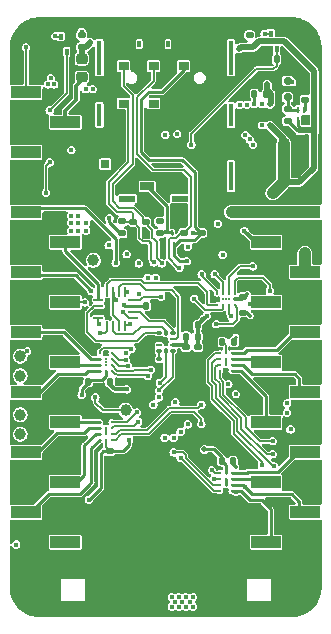
<source format=gbr>
%TF.GenerationSoftware,KiCad,Pcbnew,7.0.9*%
%TF.CreationDate,2024-08-31T07:55:37+08:00*%
%TF.ProjectId,IOT,494f542e-6b69-4636-9164-5f7063625858,rev?*%
%TF.SameCoordinates,Original*%
%TF.FileFunction,Copper,L4,Bot*%
%TF.FilePolarity,Positive*%
%FSLAX46Y46*%
G04 Gerber Fmt 4.6, Leading zero omitted, Abs format (unit mm)*
G04 Created by KiCad (PCBNEW 7.0.9) date 2024-08-31 07:55:37*
%MOMM*%
%LPD*%
G01*
G04 APERTURE LIST*
G04 Aperture macros list*
%AMRoundRect*
0 Rectangle with rounded corners*
0 $1 Rounding radius*
0 $2 $3 $4 $5 $6 $7 $8 $9 X,Y pos of 4 corners*
0 Add a 4 corners polygon primitive as box body*
4,1,4,$2,$3,$4,$5,$6,$7,$8,$9,$2,$3,0*
0 Add four circle primitives for the rounded corners*
1,1,$1+$1,$2,$3*
1,1,$1+$1,$4,$5*
1,1,$1+$1,$6,$7*
1,1,$1+$1,$8,$9*
0 Add four rect primitives between the rounded corners*
20,1,$1+$1,$2,$3,$4,$5,0*
20,1,$1+$1,$4,$5,$6,$7,0*
20,1,$1+$1,$6,$7,$8,$9,0*
20,1,$1+$1,$8,$9,$2,$3,0*%
G04 Aperture macros list end*
%TA.AperFunction,ComponentPad*%
%ADD10O,1.000000X2.100000*%
%TD*%
%TA.AperFunction,ComponentPad*%
%ADD11O,1.000000X1.600000*%
%TD*%
%TA.AperFunction,SMDPad,CuDef*%
%ADD12RoundRect,0.218750X0.256250X-0.218750X0.256250X0.218750X-0.256250X0.218750X-0.256250X-0.218750X0*%
%TD*%
%TA.AperFunction,SMDPad,CuDef*%
%ADD13RoundRect,0.140000X-0.170000X0.140000X-0.170000X-0.140000X0.170000X-0.140000X0.170000X0.140000X0*%
%TD*%
%TA.AperFunction,SMDPad,CuDef*%
%ADD14C,1.000000*%
%TD*%
%TA.AperFunction,SMDPad,CuDef*%
%ADD15RoundRect,0.075000X-0.175000X0.075000X-0.175000X-0.075000X0.175000X-0.075000X0.175000X0.075000X0*%
%TD*%
%TA.AperFunction,SMDPad,CuDef*%
%ADD16RoundRect,0.062500X-0.187500X0.062500X-0.187500X-0.062500X0.187500X-0.062500X0.187500X0.062500X0*%
%TD*%
%TA.AperFunction,SMDPad,CuDef*%
%ADD17RoundRect,0.087500X-0.087500X0.162500X-0.087500X-0.162500X0.087500X-0.162500X0.087500X0.162500X0*%
%TD*%
%TA.AperFunction,SMDPad,CuDef*%
%ADD18RoundRect,0.135000X0.185000X-0.135000X0.185000X0.135000X-0.185000X0.135000X-0.185000X-0.135000X0*%
%TD*%
%TA.AperFunction,SMDPad,CuDef*%
%ADD19RoundRect,0.140000X0.170000X-0.140000X0.170000X0.140000X-0.170000X0.140000X-0.170000X-0.140000X0*%
%TD*%
%TA.AperFunction,SMDPad,CuDef*%
%ADD20RoundRect,0.140000X-0.140000X-0.170000X0.140000X-0.170000X0.140000X0.170000X-0.140000X0.170000X0*%
%TD*%
%TA.AperFunction,SMDPad,CuDef*%
%ADD21RoundRect,0.225000X0.225000X0.250000X-0.225000X0.250000X-0.225000X-0.250000X0.225000X-0.250000X0*%
%TD*%
%TA.AperFunction,SMDPad,CuDef*%
%ADD22RoundRect,0.147500X-0.147500X-0.172500X0.147500X-0.172500X0.147500X0.172500X-0.147500X0.172500X0*%
%TD*%
%TA.AperFunction,SMDPad,CuDef*%
%ADD23RoundRect,0.100000X0.130000X0.100000X-0.130000X0.100000X-0.130000X-0.100000X0.130000X-0.100000X0*%
%TD*%
%TA.AperFunction,SMDPad,CuDef*%
%ADD24RoundRect,0.150000X-0.200000X0.150000X-0.200000X-0.150000X0.200000X-0.150000X0.200000X0.150000X0*%
%TD*%
%TA.AperFunction,SMDPad,CuDef*%
%ADD25R,0.260000X0.600000*%
%TD*%
%TA.AperFunction,SMDPad,CuDef*%
%ADD26C,0.270000*%
%TD*%
%TA.AperFunction,SMDPad,CuDef*%
%ADD27RoundRect,0.135000X0.135000X0.185000X-0.135000X0.185000X-0.135000X-0.185000X0.135000X-0.185000X0*%
%TD*%
%TA.AperFunction,SMDPad,CuDef*%
%ADD28RoundRect,0.093750X0.106250X-0.093750X0.106250X0.093750X-0.106250X0.093750X-0.106250X-0.093750X0*%
%TD*%
%TA.AperFunction,SMDPad,CuDef*%
%ADD29R,1.600000X1.000000*%
%TD*%
%TA.AperFunction,SMDPad,CuDef*%
%ADD30RoundRect,0.135000X-0.185000X0.135000X-0.185000X-0.135000X0.185000X-0.135000X0.185000X0.135000X0*%
%TD*%
%TA.AperFunction,SMDPad,CuDef*%
%ADD31RoundRect,0.140000X0.140000X0.170000X-0.140000X0.170000X-0.140000X-0.170000X0.140000X-0.170000X0*%
%TD*%
%TA.AperFunction,SMDPad,CuDef*%
%ADD32R,2.510000X1.000000*%
%TD*%
%TA.AperFunction,SMDPad,CuDef*%
%ADD33RoundRect,0.062500X0.062500X-0.325000X0.062500X0.325000X-0.062500X0.325000X-0.062500X-0.325000X0*%
%TD*%
%TA.AperFunction,SMDPad,CuDef*%
%ADD34RoundRect,0.062500X0.325000X-0.062500X0.325000X0.062500X-0.325000X0.062500X-0.325000X-0.062500X0*%
%TD*%
%TA.AperFunction,SMDPad,CuDef*%
%ADD35R,0.250000X0.625000*%
%TD*%
%TA.AperFunction,SMDPad,CuDef*%
%ADD36R,0.450000X0.700000*%
%TD*%
%TA.AperFunction,SMDPad,CuDef*%
%ADD37R,0.450000X0.575000*%
%TD*%
%TA.AperFunction,SMDPad,CuDef*%
%ADD38R,0.900000X0.700000*%
%TD*%
%TA.AperFunction,SMDPad,CuDef*%
%ADD39R,0.700000X0.700000*%
%TD*%
%TA.AperFunction,SMDPad,CuDef*%
%ADD40R,1.200000X0.650000*%
%TD*%
%TA.AperFunction,SMDPad,CuDef*%
%ADD41R,0.450000X2.400000*%
%TD*%
%TA.AperFunction,SMDPad,CuDef*%
%ADD42R,0.450000X1.900000*%
%TD*%
%TA.AperFunction,SMDPad,CuDef*%
%ADD43R,0.450000X2.900000*%
%TD*%
%TA.AperFunction,SMDPad,CuDef*%
%ADD44R,1.400000X0.500000*%
%TD*%
%TA.AperFunction,SMDPad,CuDef*%
%ADD45R,0.300000X0.600000*%
%TD*%
%TA.AperFunction,SMDPad,CuDef*%
%ADD46R,0.750000X0.700000*%
%TD*%
%TA.AperFunction,SMDPad,CuDef*%
%ADD47RoundRect,0.062500X-0.062500X0.117500X-0.062500X-0.117500X0.062500X-0.117500X0.062500X0.117500X0*%
%TD*%
%TA.AperFunction,SMDPad,CuDef*%
%ADD48RoundRect,0.135000X-0.135000X-0.185000X0.135000X-0.185000X0.135000X0.185000X-0.135000X0.185000X0*%
%TD*%
%TA.AperFunction,SMDPad,CuDef*%
%ADD49R,0.400000X0.510000*%
%TD*%
%TA.AperFunction,ViaPad*%
%ADD50C,0.450000*%
%TD*%
%TA.AperFunction,ViaPad*%
%ADD51C,0.300000*%
%TD*%
%TA.AperFunction,ViaPad*%
%ADD52C,0.500000*%
%TD*%
%TA.AperFunction,Conductor*%
%ADD53C,0.152400*%
%TD*%
%TA.AperFunction,Conductor*%
%ADD54C,0.152000*%
%TD*%
%TA.AperFunction,Conductor*%
%ADD55C,0.250000*%
%TD*%
%TA.AperFunction,Conductor*%
%ADD56C,0.120000*%
%TD*%
%TA.AperFunction,Conductor*%
%ADD57C,0.254000*%
%TD*%
%TA.AperFunction,Conductor*%
%ADD58C,0.300000*%
%TD*%
%TA.AperFunction,Conductor*%
%ADD59C,0.500000*%
%TD*%
%TA.AperFunction,Conductor*%
%ADD60C,1.000000*%
%TD*%
G04 APERTURE END LIST*
D10*
%TO.P,J1,S1,SHIELD*%
%TO.N,GND*%
X168150000Y-56470000D03*
D11*
X168150000Y-52290000D03*
D10*
X159510000Y-56470000D03*
D11*
X159510000Y-52290000D03*
%TD*%
D12*
%TO.P,F3,1*%
%TO.N,Net-(J3-Pin_2)*%
X156718000Y-55905500D03*
%TO.P,F3,2*%
%TO.N,+3.3V*%
X156718000Y-54330500D03*
%TD*%
D13*
%TO.P,C38,1*%
%TO.N,GND*%
X170400000Y-73520000D03*
%TO.P,C38,2*%
%TO.N,+3.3V*%
X170400000Y-74480000D03*
%TD*%
D14*
%TO.P,TP7,1,1*%
%TO.N,Net-(U1-MAIN_CTS)*%
X151511000Y-84455000D03*
%TD*%
D15*
%TO.P,U15,1,ADDR*%
%TO.N,Net-(U15-ADDR)*%
X163275000Y-79050000D03*
D16*
%TO.P,U15,2,RDY*%
%TO.N,unconnected-(U15-RDY-Pad2)*%
X163275000Y-78550000D03*
%TO.P,U15,3,GND*%
%TO.N,GND*%
X163275000Y-78050000D03*
D15*
%TO.P,U15,4,AIN0*%
%TO.N,Net-(U15-AIN0)*%
X163275000Y-77550000D03*
D17*
%TO.P,U15,5,AIN1*%
%TO.N,Net-(U15-AIN1)*%
X163850000Y-77538000D03*
D15*
%TO.P,U15,6,AIN2*%
%TO.N,Net-(U15-AIN2)*%
X164425000Y-77550000D03*
D16*
%TO.P,U15,7,AIN3*%
%TO.N,Net-(U15-AIN3)*%
X164425000Y-78050000D03*
%TO.P,U15,8,VDD*%
%TO.N,Net-(U15-VDD)*%
X164425000Y-78550000D03*
D15*
%TO.P,U15,9,SDA*%
%TO.N,/Interface/SDA*%
X164425000Y-79050000D03*
D17*
%TO.P,U15,10,SCL*%
%TO.N,/Interface/SCL*%
X163850000Y-79062000D03*
%TD*%
D18*
%TO.P,R11,1*%
%TO.N,+3.3V*%
X174150000Y-59610000D03*
%TO.P,R11,2*%
%TO.N,Net-(D7-K)*%
X174150000Y-58590000D03*
%TD*%
D13*
%TO.P,C1,1*%
%TO.N,Net-(J4-I{slash}O)*%
X161100000Y-68120000D03*
%TO.P,C1,2*%
%TO.N,GND*%
X161100000Y-69080000D03*
%TD*%
D19*
%TO.P,C4,1*%
%TO.N,Net-(J4-VCC)*%
X166900000Y-69060000D03*
%TO.P,C4,2*%
%TO.N,GND*%
X166900000Y-68100000D03*
%TD*%
D20*
%TO.P,C37,1*%
%TO.N,GND*%
X167620000Y-88400000D03*
%TO.P,C37,2*%
%TO.N,+3.3V*%
X168580000Y-88400000D03*
%TD*%
D21*
%TO.P,C19,1*%
%TO.N,+3.3V*%
X173825200Y-62941200D03*
%TO.P,C19,2*%
%TO.N,GND*%
X172275200Y-62941200D03*
%TD*%
D19*
%TO.P,C3,1*%
%TO.N,Net-(J4-RST)*%
X165350000Y-69080000D03*
%TO.P,C3,2*%
%TO.N,GND*%
X165350000Y-68120000D03*
%TD*%
D13*
%TO.P,C32,1*%
%TO.N,+3.3V*%
X175260000Y-60370000D03*
%TO.P,C32,2*%
%TO.N,GND*%
X175260000Y-61330000D03*
%TD*%
D22*
%TO.P,FB3,1*%
%TO.N,Net-(U15-VDD)*%
X165565000Y-77850000D03*
%TO.P,FB3,2*%
%TO.N,+3.3V*%
X166535000Y-77850000D03*
%TD*%
D23*
%TO.P,R10,1*%
%TO.N,Net-(U15-ADDR)*%
X163270000Y-79750000D03*
%TO.P,R10,2*%
%TO.N,GND*%
X162630000Y-79750000D03*
%TD*%
D21*
%TO.P,C20,1*%
%TO.N,+3.3V*%
X173825200Y-64185800D03*
%TO.P,C20,2*%
%TO.N,GND*%
X172275200Y-64185800D03*
%TD*%
D14*
%TO.P,TP2,1,1*%
%TO.N,Net-(U1-USB_BOOT)*%
X160450000Y-84100000D03*
%TD*%
%TO.P,TP6,1,1*%
%TO.N,Net-(U1-MAIN_DTR)*%
X157700000Y-71400000D03*
%TD*%
D19*
%TO.P,C29,1*%
%TO.N,GND*%
X170400000Y-76780000D03*
%TO.P,C29,2*%
%TO.N,+1V8*%
X170400000Y-75820000D03*
%TD*%
D24*
%TO.P,D7,1,K*%
%TO.N,Net-(D7-K)*%
X174150000Y-57596000D03*
%TO.P,D7,2,A*%
%TO.N,PWRKEY*%
X174150000Y-56196000D03*
%TD*%
D25*
%TO.P,U8,1,VOUT*%
%TO.N,Net-(D7-K)*%
X175025000Y-58675000D03*
%TO.P,U8,2,CD*%
%TO.N,Net-(U8-CD)*%
X175575000Y-58675000D03*
%TO.P,U8,3,VSS*%
%TO.N,GND*%
X175575000Y-59525000D03*
%TO.P,U8,4,VIN*%
%TO.N,+3.3V*%
X175025000Y-59525000D03*
%TD*%
D26*
%TO.P,U3,A1,B1*%
%TO.N,/Interface/D19*%
X169410000Y-89420000D03*
%TO.P,U3,A2,VCCB*%
%TO.N,+3.3V*%
X168910000Y-89420000D03*
%TO.P,U3,A3,A1*%
%TO.N,BG95_GPIO19*%
X168410000Y-89420000D03*
%TO.P,U3,B1,B2*%
%TO.N,/Interface/D17*%
X169410000Y-89920000D03*
%TO.P,U3,B2,VCCA*%
%TO.N,+1V8*%
X168910000Y-89920000D03*
%TO.P,U3,B3,A2*%
%TO.N,BG95_GPIO17*%
X168410000Y-89920000D03*
%TO.P,U3,C1,B3*%
%TO.N,/Interface/SCL*%
X169410000Y-90420000D03*
%TO.P,U3,C2,OE*%
%TO.N,+1V8*%
X168910000Y-90420000D03*
%TO.P,U3,C3,A3*%
%TO.N,BG95_I2C1_SCL*%
X168410000Y-90420000D03*
%TO.P,U3,D1,B4*%
%TO.N,/Interface/SDA*%
X169410000Y-90920000D03*
%TO.P,U3,D2,GND*%
%TO.N,GND*%
X168910000Y-90920000D03*
%TO.P,U3,D3,A4*%
%TO.N,BG95_I2C1_SDA*%
X168410000Y-90920000D03*
%TD*%
D19*
%TO.P,C34,1*%
%TO.N,GND*%
X159100000Y-88530000D03*
%TO.P,C34,2*%
%TO.N,+3.3V*%
X159100000Y-87570000D03*
%TD*%
D21*
%TO.P,C21,1*%
%TO.N,+3.3V*%
X173825200Y-61569600D03*
%TO.P,C21,2*%
%TO.N,GND*%
X172275200Y-61569600D03*
%TD*%
D27*
%TO.P,R15,1*%
%TO.N,Net-(Q3-G)*%
X173230000Y-54356000D03*
%TO.P,R15,2*%
%TO.N,GND*%
X172210000Y-54356000D03*
%TD*%
D28*
%TO.P,U13,1,OUT*%
%TO.N,+3.3V*%
X172646000Y-59965500D03*
%TO.P,U13,2,NC*%
%TO.N,unconnected-(U13-NC-Pad2)*%
X171996000Y-59965500D03*
%TO.P,U13,3,GND*%
%TO.N,GND*%
X171346000Y-59965500D03*
%TO.P,U13,4,EN*%
%TO.N,Net-(U13-EN)*%
X171346000Y-58190500D03*
%TO.P,U13,5,NC*%
%TO.N,unconnected-(U13-NC-Pad5)*%
X171996000Y-58190500D03*
%TO.P,U13,6,IN*%
%TO.N,+3V8*%
X172646000Y-58190500D03*
D29*
%TO.P,U13,7,GND*%
%TO.N,GND*%
X171996000Y-59078000D03*
%TD*%
D30*
%TO.P,R8,1*%
%TO.N,Net-(J4-I{slash}O)*%
X160150000Y-68090000D03*
%TO.P,R8,2*%
%TO.N,Net-(J4-VCC)*%
X160150000Y-69110000D03*
%TD*%
D18*
%TO.P,R7,1*%
%TO.N,Net-(D2-K)*%
X163322000Y-69110000D03*
%TO.P,R7,2*%
%TO.N,Net-(J4-VCC)*%
X163322000Y-68090000D03*
%TD*%
D31*
%TO.P,C30,1*%
%TO.N,GND*%
X170580000Y-78300000D03*
%TO.P,C30,2*%
%TO.N,+1V8*%
X169620000Y-78300000D03*
%TD*%
D18*
%TO.P,R19,1*%
%TO.N,+3.3V*%
X170942000Y-53344000D03*
%TO.P,R19,2*%
%TO.N,Net-(D6-A)*%
X170942000Y-52324000D03*
%TD*%
D32*
%TO.P,J3,1,Pin_1*%
%TO.N,PWRKEY*%
X152015000Y-57150000D03*
%TO.P,J3,2,Pin_2*%
%TO.N,Net-(J3-Pin_2)*%
X155325000Y-59690000D03*
%TO.P,J3,3,Pin_3*%
%TO.N,/Interface/AREF*%
X152015000Y-62230000D03*
%TO.P,J3,4,Pin_4*%
%TO.N,GND*%
X155325000Y-64770000D03*
%TO.P,J3,5,Pin_5*%
%TO.N,/Interface/A0*%
X152015000Y-67310000D03*
%TO.P,J3,6,Pin_6*%
%TO.N,/Interface/A1*%
X155325000Y-69850000D03*
%TO.P,J3,7,Pin_7*%
%TO.N,/Interface/A2*%
X152015000Y-72390000D03*
%TO.P,J3,8,Pin_8*%
%TO.N,/Interface/A3*%
X155325000Y-74930000D03*
%TO.P,J3,9,Pin_9*%
%TO.N,/Interface/D18*%
X152015000Y-77470000D03*
%TO.P,J3,10,Pin_10*%
%TO.N,/Interface/CS*%
X155325000Y-80010000D03*
%TO.P,J3,11,Pin_11*%
%TO.N,/Interface/SCLK*%
X152015000Y-82550000D03*
%TO.P,J3,12,Pin_12*%
%TO.N,/Interface/MOSI*%
X155325000Y-85090000D03*
%TO.P,J3,13,Pin_13*%
%TO.N,/Interface/MISO*%
X152015000Y-87630000D03*
%TO.P,J3,14,Pin_14*%
%TO.N,/Interface/RXD*%
X155325000Y-90170000D03*
%TO.P,J3,15,Pin_15*%
%TO.N,/Interface/TXD*%
X152015000Y-92710000D03*
%TO.P,J3,16,Pin_16*%
%TO.N,/Interface/NC*%
X155325000Y-95250000D03*
%TD*%
D13*
%TO.P,C25,1*%
%TO.N,+3.3V*%
X166550000Y-78720000D03*
%TO.P,C25,2*%
%TO.N,GND*%
X166550000Y-79680000D03*
%TD*%
D33*
%TO.P,U7,1,NC1*%
%TO.N,Net-(U10-B1)*%
X160350000Y-76962500D03*
%TO.P,U7,2,IN1-2*%
%TO.N,BG95_GPIO21*%
X159850000Y-76962500D03*
%TO.P,U7,3,NO2*%
%TO.N,Net-(U15-AIN1)*%
X159350000Y-76962500D03*
%TO.P,U7,4,COM2*%
%TO.N,/Interface/A2*%
X158850000Y-76962500D03*
D34*
%TO.P,U7,5,NC2*%
%TO.N,Net-(U10-B2)*%
X158137500Y-76250000D03*
%TO.P,U7,6,GND*%
%TO.N,GND*%
X158137500Y-75750000D03*
%TO.P,U7,7,NO3*%
%TO.N,Net-(U15-AIN0)*%
X158137500Y-75250000D03*
%TO.P,U7,8,COM3*%
%TO.N,/Interface/A1*%
X158137500Y-74750000D03*
D33*
%TO.P,U7,9,NC3*%
%TO.N,Net-(U10-B4)*%
X158850000Y-74037500D03*
%TO.P,U7,10,IN3-4*%
%TO.N,BG95_GPIO21*%
X159350000Y-74037500D03*
%TO.P,U7,11,NO4*%
%TO.N,Net-(U15-AIN3)*%
X159850000Y-74037500D03*
%TO.P,U7,12,COM4*%
%TO.N,/Interface/A0*%
X160350000Y-74037500D03*
D34*
%TO.P,U7,13,NC4*%
%TO.N,Net-(U10-B3)*%
X161062500Y-74750000D03*
%TO.P,U7,14,V+*%
%TO.N,+3.3V*%
X161062500Y-75250000D03*
%TO.P,U7,15,NO1*%
%TO.N,Net-(U15-AIN2)*%
X161062500Y-75750000D03*
%TO.P,U7,16,COM1*%
%TO.N,/Interface/A3*%
X161062500Y-76250000D03*
%TD*%
D20*
%TO.P,C33,1*%
%TO.N,GND*%
X167670000Y-78300000D03*
%TO.P,C33,2*%
%TO.N,+3.3V*%
X168630000Y-78300000D03*
%TD*%
D31*
%TO.P,C26,1*%
%TO.N,+3.3V*%
X166530000Y-76900000D03*
%TO.P,C26,2*%
%TO.N,GND*%
X165570000Y-76900000D03*
%TD*%
D26*
%TO.P,U6,A1,B1*%
%TO.N,/Interface/SCLK*%
X158250000Y-80760000D03*
%TO.P,U6,A2,VCCB*%
%TO.N,+3.3V*%
X158750000Y-80760000D03*
%TO.P,U6,A3,A1*%
%TO.N,BG95_SPI0_SCLK*%
X159250000Y-80760000D03*
%TO.P,U6,B1,B2*%
%TO.N,/Interface/CS*%
X158250000Y-80260000D03*
%TO.P,U6,B2,VCCA*%
%TO.N,+1V8*%
X158750000Y-80260000D03*
%TO.P,U6,B3,A2*%
%TO.N,BG95_SPI0_CS*%
X159250000Y-80260000D03*
%TO.P,U6,C1,B3*%
%TO.N,/Interface/D18*%
X158250000Y-79760000D03*
%TO.P,U6,C2,OE*%
%TO.N,+1V8*%
X158750000Y-79760000D03*
%TO.P,U6,C3,A3*%
%TO.N,BG95_GPIO18*%
X159250000Y-79760000D03*
%TO.P,U6,D1,B4*%
%TO.N,/Interface/D13*%
X158250000Y-79260000D03*
%TO.P,U6,D2,GND*%
%TO.N,GND*%
X158750000Y-79260000D03*
%TO.P,U6,D3,A4*%
%TO.N,BG95_GPIO20*%
X159250000Y-79260000D03*
%TD*%
D35*
%TO.P,U12,1*%
%TO.N,Net-(J4-I{slash}O)*%
X162576000Y-70112500D03*
%TO.P,U12,2*%
%TO.N,Net-(J4-CLK)*%
X163076000Y-70112500D03*
D36*
%TO.P,U12,3,VSS*%
%TO.N,GND*%
X163576000Y-70150000D03*
D35*
%TO.P,U12,4*%
%TO.N,Net-(J4-RST)*%
X164076000Y-70112500D03*
%TO.P,U12,5*%
%TO.N,Net-(J4-VCC)*%
X164576000Y-70112500D03*
%TO.P,U12,6,NC*%
%TO.N,unconnected-(U12-NC-Pad6)*%
X164576000Y-70887500D03*
%TO.P,U12,7,NC*%
%TO.N,unconnected-(U12-NC-Pad7)*%
X164076000Y-70887500D03*
D37*
%TO.P,U12,8,VSS*%
%TO.N,GND*%
X163576000Y-70912500D03*
D35*
%TO.P,U12,9,NC*%
%TO.N,unconnected-(U12-NC-Pad9)*%
X163076000Y-70887500D03*
%TO.P,U12,10,NC*%
%TO.N,unconnected-(U12-NC-Pad10)*%
X162576000Y-70887500D03*
%TD*%
D32*
%TO.P,J2,1,Pin_1*%
%TO.N,BATT*%
X175645000Y-67310000D03*
%TO.P,J2,2,Pin_2*%
%TO.N,EN*%
X172335000Y-69850000D03*
%TO.P,J2,3,Pin_3*%
%TO.N,VUSB*%
X175645000Y-72390000D03*
%TO.P,J2,4,Pin_4*%
%TO.N,/Interface/D20*%
X172335000Y-74930000D03*
%TO.P,J2,5,Pin_5*%
%TO.N,/Interface/D1*%
X175645000Y-77470000D03*
%TO.P,J2,6,Pin_6*%
%TO.N,/Interface/D2*%
X172335000Y-80010000D03*
%TO.P,J2,7,Pin_7*%
%TO.N,/Interface/D3*%
X175645000Y-82550000D03*
%TO.P,J2,8,Pin_8*%
%TO.N,/Interface/D4*%
X172335000Y-85090000D03*
%TO.P,J2,9,Pin_9*%
%TO.N,/Interface/D19*%
X175645000Y-87630000D03*
%TO.P,J2,10,Pin_10*%
%TO.N,/Interface/D17*%
X172335000Y-90170000D03*
%TO.P,J2,11,Pin_11*%
%TO.N,/Interface/SCL*%
X175645000Y-92710000D03*
%TO.P,J2,12,Pin_12*%
%TO.N,/Interface/SDA*%
X172335000Y-95250000D03*
%TD*%
D14*
%TO.P,TP8,1,1*%
%TO.N,Net-(U1-MAIN_RTS)*%
X151511000Y-86106000D03*
%TD*%
D38*
%TO.P,J4,C1,VCC*%
%TO.N,Net-(J4-VCC)*%
X165354000Y-54944000D03*
%TO.P,J4,C2,RST*%
%TO.N,Net-(J4-RST)*%
X162814000Y-54944000D03*
%TO.P,J4,C3,CLK*%
%TO.N,Net-(J4-CLK)*%
X160274000Y-54944000D03*
%TO.P,J4,C5,GND*%
%TO.N,GND*%
X165354000Y-58114000D03*
%TO.P,J4,C6,VPP/SWP*%
%TO.N,unconnected-(J4-VPP{slash}SWP-PadC6)*%
X162814000Y-58114000D03*
%TO.P,J4,C7,I/O*%
%TO.N,Net-(J4-I{slash}O)*%
X160274000Y-58114000D03*
D39*
%TO.P,J4,CSW,CSW*%
%TO.N,GND*%
X158544000Y-61444000D03*
D40*
%TO.P,J4,DSW,DSW*%
%TO.N,Net-(D2-K)*%
X162264000Y-65119000D03*
D41*
%TO.P,J4,SH,SH*%
%TO.N,unconnected-(J4-PadSH)*%
X169369000Y-64244000D03*
D42*
X169369000Y-59094000D03*
D43*
X169369000Y-54244000D03*
D44*
X165014000Y-66194000D03*
D45*
X164034000Y-53094000D03*
X161594000Y-53094000D03*
D44*
X160594000Y-66194000D03*
D46*
X158719000Y-63244000D03*
D42*
X158219000Y-59094000D03*
D43*
X158219000Y-54244000D03*
%TD*%
D26*
%TO.P,U4,A1,B1*%
%TO.N,/Interface/D1*%
X169410000Y-79256000D03*
%TO.P,U4,A2,VCCB*%
%TO.N,+3.3V*%
X168910000Y-79256000D03*
%TO.P,U4,A3,A1*%
%TO.N,BG95_GPIO1*%
X168410000Y-79256000D03*
%TO.P,U4,B1,B2*%
%TO.N,/Interface/D2*%
X169410000Y-79756000D03*
%TO.P,U4,B2,VCCA*%
%TO.N,+1V8*%
X168910000Y-79756000D03*
%TO.P,U4,B3,A2*%
%TO.N,BG95_GPIO2*%
X168410000Y-79756000D03*
%TO.P,U4,C1,B3*%
%TO.N,/Interface/D3*%
X169410000Y-80256000D03*
%TO.P,U4,C2,OE*%
%TO.N,+1V8*%
X168910000Y-80256000D03*
%TO.P,U4,C3,A3*%
%TO.N,BG95_GPIO3*%
X168410000Y-80256000D03*
%TO.P,U4,D1,B4*%
%TO.N,/Interface/D4*%
X169410000Y-80756000D03*
%TO.P,U4,D2,GND*%
%TO.N,GND*%
X168910000Y-80756000D03*
%TO.P,U4,D3,A4*%
%TO.N,BG95_GPIO4*%
X168410000Y-80756000D03*
%TD*%
D19*
%TO.P,C28,1*%
%TO.N,Net-(U8-CD)*%
X175600000Y-57780000D03*
%TO.P,C28,2*%
%TO.N,GND*%
X175600000Y-56820000D03*
%TD*%
D47*
%TO.P,D2,1,K*%
%TO.N,Net-(D2-K)*%
X164338000Y-69020000D03*
%TO.P,D2,2,A*%
%TO.N,GND*%
X164338000Y-68180000D03*
%TD*%
D48*
%TO.P,R9,1*%
%TO.N,Net-(U13-EN)*%
X171340000Y-57300000D03*
%TO.P,R9,2*%
%TO.N,+3V8*%
X172360000Y-57300000D03*
%TD*%
D26*
%TO.P,U5,A1,B1*%
%TO.N,/Interface/TXD*%
X158250000Y-86600000D03*
%TO.P,U5,A2,VCCB*%
%TO.N,+3.3V*%
X158750000Y-86600000D03*
%TO.P,U5,A3,A1*%
%TO.N,BG95_UART2_TXD*%
X159250000Y-86600000D03*
%TO.P,U5,B1,B2*%
%TO.N,/Interface/RXD*%
X158250000Y-86100000D03*
%TO.P,U5,B2,VCCA*%
%TO.N,+1V8*%
X158750000Y-86100000D03*
%TO.P,U5,B3,A2*%
%TO.N,BG95_UART2_RXD*%
X159250000Y-86100000D03*
%TO.P,U5,C1,B3*%
%TO.N,/Interface/MISO*%
X158250000Y-85600000D03*
%TO.P,U5,C2,OE*%
%TO.N,+1V8*%
X158750000Y-85600000D03*
%TO.P,U5,C3,A3*%
%TO.N,BG95_SPI0_MISO*%
X159250000Y-85600000D03*
%TO.P,U5,D1,B4*%
%TO.N,/Interface/MOSI*%
X158250000Y-85100000D03*
%TO.P,U5,D2,GND*%
%TO.N,GND*%
X158750000Y-85100000D03*
%TO.P,U5,D3,A4*%
%TO.N,BG95_SPI0_MOSI*%
X159250000Y-85100000D03*
%TD*%
D14*
%TO.P,TP5,1,1*%
%TO.N,Net-(U1-MAIN_TXD)*%
X151511000Y-81153000D03*
%TD*%
%TO.P,TP4,1,1*%
%TO.N,Net-(U1-MAIN_RXD)*%
X151511000Y-79502000D03*
%TD*%
D13*
%TO.P,C2,1*%
%TO.N,Net-(J4-CLK)*%
X162150000Y-68120000D03*
%TO.P,C2,2*%
%TO.N,GND*%
X162150000Y-69080000D03*
%TD*%
D49*
%TO.P,Q3,1,G*%
%TO.N,Net-(Q3-G)*%
X173220000Y-53477000D03*
%TO.P,Q3,2,S*%
%TO.N,GND*%
X172220000Y-53477000D03*
%TO.P,Q3,3,D*%
%TO.N,Net-(D6-K)*%
X172720000Y-52187000D03*
%TD*%
D31*
%TO.P,C27,1*%
%TO.N,GND*%
X160080000Y-81700000D03*
%TO.P,C27,2*%
%TO.N,+1V8*%
X159120000Y-81700000D03*
%TD*%
%TO.P,C31,1*%
%TO.N,GND*%
X170480000Y-88400000D03*
%TO.P,C31,2*%
%TO.N,+1V8*%
X169520000Y-88400000D03*
%TD*%
D26*
%TO.P,U10,A1,B1*%
%TO.N,Net-(U10-B1)*%
X169668000Y-75200000D03*
%TO.P,U10,A2,VCCB*%
%TO.N,+3.3V*%
X169668000Y-74700000D03*
%TO.P,U10,A3,A1*%
%TO.N,BG95_SPI2_SCLK*%
X169668000Y-74200000D03*
%TO.P,U10,B1,B2*%
%TO.N,Net-(U10-B2)*%
X169168000Y-75200000D03*
%TO.P,U10,B2,VCCA*%
%TO.N,+1V8*%
X169168000Y-74700000D03*
%TO.P,U10,B3,A2*%
%TO.N,BG95_SPI2_CS*%
X169168000Y-74200000D03*
%TO.P,U10,C1,B3*%
%TO.N,Net-(U10-B3)*%
X168668000Y-75200000D03*
%TO.P,U10,C2,OE*%
%TO.N,+1V8*%
X168668000Y-74700000D03*
%TO.P,U10,C3,A3*%
%TO.N,BG95_SPI2_MISO*%
X168668000Y-74200000D03*
%TO.P,U10,D1,B4*%
%TO.N,Net-(U10-B4)*%
X168168000Y-75200000D03*
%TO.P,U10,D2,GND*%
%TO.N,GND*%
X168168000Y-74700000D03*
%TO.P,U10,D3,A4*%
%TO.N,BG95_SPI2_MOSI*%
X168168000Y-74200000D03*
%TD*%
D49*
%TO.P,Q2,1,G*%
%TO.N,/BG95/NET_STATUS*%
X155440000Y-53731000D03*
%TO.P,Q2,2,S*%
%TO.N,GND*%
X154440000Y-53731000D03*
%TO.P,Q2,3,D*%
%TO.N,Net-(D5-K)*%
X154940000Y-52441000D03*
%TD*%
D18*
%TO.P,R20,1*%
%TO.N,+3.3V*%
X156718000Y-53342000D03*
%TO.P,R20,2*%
%TO.N,Net-(D5-A)*%
X156718000Y-52322000D03*
%TD*%
D31*
%TO.P,C35,1*%
%TO.N,GND*%
X163130000Y-75250000D03*
%TO.P,C35,2*%
%TO.N,+3.3V*%
X162170000Y-75250000D03*
%TD*%
D13*
%TO.P,C24,1*%
%TO.N,Net-(U15-VDD)*%
X165550000Y-78720000D03*
%TO.P,C24,2*%
%TO.N,GND*%
X165550000Y-79680000D03*
%TD*%
D20*
%TO.P,C39,1*%
%TO.N,GND*%
X156320000Y-81700000D03*
%TO.P,C39,2*%
%TO.N,+3.3V*%
X157280000Y-81700000D03*
%TD*%
D50*
%TO.N,Net-(J4-I{slash}O)*%
X162807627Y-71562487D03*
X163749300Y-86400000D03*
%TO.N,GND*%
X152044400Y-94030800D03*
X175000000Y-73660000D03*
X154228800Y-94157800D03*
D51*
X167436800Y-54229000D03*
D50*
X168224200Y-99212400D03*
X152044400Y-96520000D03*
D51*
X167850000Y-76200000D03*
D50*
X152800000Y-63950000D03*
X167157400Y-99085400D03*
X157700000Y-64250000D03*
X167200000Y-92250000D03*
X158546800Y-93522800D03*
X157505400Y-98983800D03*
D51*
X152069800Y-66370200D03*
D50*
X162700000Y-88550000D03*
X155727400Y-93878400D03*
X170027600Y-96774000D03*
X157505400Y-100914200D03*
X159816800Y-93522800D03*
X168600000Y-69450000D03*
D51*
X157000000Y-83260000D03*
D50*
X153771600Y-94437200D03*
D51*
X161000000Y-83000000D03*
X160450000Y-71600000D03*
D50*
X158191200Y-100914200D03*
D51*
X170103800Y-55803800D03*
D50*
X164820000Y-64179000D03*
X169780000Y-81257500D03*
D51*
X158350000Y-60600000D03*
D50*
X158550000Y-92700000D03*
X167875500Y-74700000D03*
X175437800Y-99009200D03*
X153771600Y-98018600D03*
X173964600Y-101041200D03*
X153873200Y-92303600D03*
X157150000Y-63700000D03*
D51*
X161600000Y-88450000D03*
D50*
X163800000Y-65750000D03*
X167894000Y-98171000D03*
D51*
X166166800Y-54229000D03*
D50*
X154432000Y-98018600D03*
X167843200Y-96469200D03*
X170281600Y-93675200D03*
X157505400Y-97739200D03*
X169570400Y-100304600D03*
X163561896Y-69732685D03*
X168900000Y-91950500D03*
X167600000Y-62400000D03*
X170550000Y-59350000D03*
X167208200Y-100406200D03*
X172085000Y-97155000D03*
X168986200Y-100101400D03*
X158800000Y-67300000D03*
X169824400Y-101142800D03*
D51*
X166700000Y-81650000D03*
X152146000Y-80568800D03*
D50*
X171069000Y-64312800D03*
X155300000Y-64250000D03*
X168122600Y-95478600D03*
X157150000Y-64250000D03*
D51*
X151850000Y-70500000D03*
D50*
X171710000Y-81520000D03*
X155727400Y-93294200D03*
D51*
X166350000Y-71600000D03*
D50*
X158600000Y-69350000D03*
X156133800Y-97129600D03*
X168630600Y-93370400D03*
X175000000Y-76504800D03*
X161036000Y-95326200D03*
X157505400Y-99618800D03*
X158191200Y-100253800D03*
X167106600Y-101142800D03*
X153690000Y-95190000D03*
X167300000Y-67650000D03*
D51*
X175590200Y-53035200D03*
X154150000Y-63750000D03*
D50*
X171069000Y-93675200D03*
X167563800Y-64312800D03*
D51*
X163030000Y-80470000D03*
D50*
X154787600Y-94157800D03*
X163410000Y-61850000D03*
X173950000Y-82570000D03*
X151300000Y-66350000D03*
X169050000Y-62400000D03*
X171650000Y-54350000D03*
D51*
X152350000Y-71050000D03*
D50*
X155727400Y-92760800D03*
D51*
X173456600Y-55295800D03*
D50*
X156464000Y-64254000D03*
X171100000Y-77150000D03*
X160200000Y-61100000D03*
X174670000Y-66060000D03*
X167208863Y-77446797D03*
X169849800Y-93370400D03*
D51*
X151300000Y-71050000D03*
D50*
X152831800Y-99898200D03*
X157700000Y-63700000D03*
X166954200Y-64312800D03*
X155300000Y-64800000D03*
D51*
X176377600Y-54127400D03*
D50*
X158191200Y-98298000D03*
X164600000Y-90400000D03*
X156450000Y-64800000D03*
X157000000Y-78250000D03*
D51*
X166700000Y-82900000D03*
D50*
X174310000Y-80330000D03*
X151300000Y-59750000D03*
X172585500Y-54300000D03*
X157505400Y-97129600D03*
X168122600Y-97586800D03*
X169850000Y-62400000D03*
X155850000Y-64800000D03*
X155850000Y-64250000D03*
D51*
X161696400Y-51866800D03*
D50*
X151300000Y-55850000D03*
D51*
X166350000Y-75900000D03*
D50*
X166375000Y-73875000D03*
D51*
X161315400Y-54229000D03*
D50*
X165600000Y-86450000D03*
X166150000Y-85900000D03*
X174000000Y-55300000D03*
X162100000Y-67250000D03*
X151300000Y-54350000D03*
X167157400Y-96367600D03*
X174660000Y-69040000D03*
D51*
X167550000Y-77220000D03*
D50*
X158191200Y-98983800D03*
D51*
X152750000Y-60100000D03*
D50*
X167843200Y-95935800D03*
X173450000Y-56400000D03*
X173250000Y-72610000D03*
X165120000Y-64510000D03*
D51*
X151300000Y-70500000D03*
D50*
X161050000Y-68800000D03*
X174760000Y-84240000D03*
X163118800Y-97612200D03*
D51*
X163460000Y-80470000D03*
D50*
X167995600Y-100406200D03*
X156895800Y-97129600D03*
X153771600Y-97358200D03*
X170100000Y-61750000D03*
X163446900Y-75510314D03*
X170400000Y-73500000D03*
D51*
X170350000Y-71450000D03*
D50*
X163118800Y-99110800D03*
X171150000Y-59150000D03*
X153873200Y-100507800D03*
X158568609Y-66708398D03*
X163980000Y-63330000D03*
X171720000Y-83270000D03*
D51*
X163880800Y-51866800D03*
X166700000Y-82200000D03*
D50*
X155422600Y-97129600D03*
X168650000Y-61750000D03*
D51*
X176250600Y-91059000D03*
X171100000Y-66200000D03*
D50*
X151950000Y-78450000D03*
D51*
X171450000Y-73500000D03*
D50*
X167157400Y-98526600D03*
X152044400Y-95300800D03*
D51*
X151003000Y-80441800D03*
D50*
X158191200Y-97739200D03*
X170180000Y-100304600D03*
X151300000Y-64150000D03*
D51*
X175260000Y-91059000D03*
D50*
X163150000Y-61350000D03*
X158191200Y-97129600D03*
X153339800Y-100279200D03*
D51*
X162200000Y-81800000D03*
D50*
X173177200Y-100431600D03*
X164650000Y-67500000D03*
X170256200Y-64312800D03*
X171710000Y-84020000D03*
X163118800Y-98425000D03*
X168757600Y-64312800D03*
X153947900Y-53747900D03*
D51*
X156300000Y-86550000D03*
D50*
X151200000Y-78450000D03*
X156500000Y-92700000D03*
X166950000Y-88550000D03*
X174828200Y-100533200D03*
D51*
X169392600Y-56489600D03*
D50*
X166750000Y-86500000D03*
X171450000Y-97155000D03*
D51*
X152350000Y-70500000D03*
D50*
X171831000Y-93675200D03*
X175010000Y-78880000D03*
X151300000Y-58550000D03*
X172350000Y-59150000D03*
X151300000Y-68200000D03*
X160451800Y-93522800D03*
D51*
X152750000Y-60600000D03*
D50*
X163800000Y-65050000D03*
X159181800Y-93522800D03*
X168300000Y-62400000D03*
X163118800Y-96850200D03*
X163850000Y-90300000D03*
X168100000Y-92250000D03*
X173177200Y-99745800D03*
X157250000Y-92700000D03*
X152044400Y-95885000D03*
X163400000Y-62400000D03*
D51*
X169291000Y-60960000D03*
X153300000Y-63950000D03*
D50*
X163118800Y-96037400D03*
X170815000Y-97155000D03*
X175150000Y-55000000D03*
X151130000Y-76426000D03*
X175437800Y-97612200D03*
X168554400Y-99720400D03*
D51*
X158750000Y-82800000D03*
D50*
X157700000Y-64800000D03*
X159842200Y-101117400D03*
D51*
X156300000Y-87500000D03*
X169940000Y-77280000D03*
X170390000Y-77290000D03*
X158950000Y-91750000D03*
D50*
X165450000Y-92250000D03*
X168122600Y-97002600D03*
X173230000Y-70940000D03*
X155651200Y-92202000D03*
X152044400Y-94665800D03*
D51*
X166801800Y-90424000D03*
D50*
X151300000Y-61050000D03*
X151900000Y-76400000D03*
X158851600Y-100253800D03*
X151300000Y-65250000D03*
X152069800Y-99161600D03*
X155346400Y-94157800D03*
D51*
X160400000Y-83200000D03*
X170103800Y-57251600D03*
D50*
X169300000Y-61750000D03*
X167919400Y-98755200D03*
X162150000Y-69334958D03*
X176352200Y-80060800D03*
X170650000Y-62400000D03*
X152069800Y-98018600D03*
X162737800Y-101117400D03*
D51*
X166420800Y-90246200D03*
D50*
X153771600Y-96621600D03*
X175437800Y-99745800D03*
D51*
X166200000Y-84850000D03*
D50*
X168021000Y-93040200D03*
D51*
X158250000Y-91750000D03*
D50*
X173177200Y-101041200D03*
D51*
X167060000Y-80290000D03*
X158750000Y-79250000D03*
D50*
X167182800Y-97434400D03*
X168021000Y-93624400D03*
X154635200Y-97129600D03*
X167182800Y-97942400D03*
X154406600Y-100507800D03*
X173960000Y-81750000D03*
D51*
X163870000Y-78080000D03*
X159050000Y-60600000D03*
D50*
X152450800Y-99542600D03*
X175006000Y-75692000D03*
D51*
X152750000Y-59600000D03*
D50*
X171700000Y-60550000D03*
D51*
X162790000Y-81600000D03*
X171881800Y-86055200D03*
X157000000Y-84300000D03*
D50*
X162400000Y-61350000D03*
D51*
X163576000Y-54229000D03*
D50*
X167157400Y-99695000D03*
X163400000Y-67300000D03*
X166878000Y-93624400D03*
X161620200Y-95326200D03*
X158191200Y-99618800D03*
D51*
X152755600Y-59029600D03*
X167070000Y-79760000D03*
D50*
X170027600Y-97536000D03*
X175437800Y-98323400D03*
X170027600Y-96113600D03*
X173151800Y-97612200D03*
D51*
X167050000Y-85900000D03*
X163430000Y-78080000D03*
D50*
X162850000Y-67250000D03*
X167182800Y-96875600D03*
X171150000Y-88550000D03*
X151300000Y-63150000D03*
X151300000Y-69600000D03*
X162179000Y-95326200D03*
X159800000Y-92700000D03*
X174260000Y-85010000D03*
X167900000Y-69450000D03*
X167894000Y-101142800D03*
D51*
X174701200Y-51841400D03*
D50*
X168910000Y-101142800D03*
X173450000Y-57300000D03*
X157150000Y-64800000D03*
X164850000Y-87050000D03*
X158851600Y-99618800D03*
X166450000Y-88000000D03*
X158851600Y-100914200D03*
X174000000Y-54300000D03*
X169214800Y-93370400D03*
X155300000Y-63700000D03*
D51*
X152750000Y-61200000D03*
X163200000Y-81040000D03*
D50*
X173240000Y-71860000D03*
X151300000Y-68850000D03*
X166200000Y-92250000D03*
X166890000Y-60710000D03*
D51*
X151850000Y-71050000D03*
D50*
X157505400Y-100253800D03*
X175793400Y-59525000D03*
X171750000Y-59150000D03*
X172847000Y-97155000D03*
X158800000Y-75700000D03*
D51*
X159750000Y-60600000D03*
D50*
X152069800Y-98577400D03*
X157505400Y-98298000D03*
X153771600Y-95961200D03*
X155850000Y-63700000D03*
X167157400Y-95808800D03*
X171856400Y-94310200D03*
X156450000Y-63700000D03*
X160934400Y-101117400D03*
D51*
X171800000Y-66200000D03*
D50*
X168198800Y-64312800D03*
X170027600Y-95529400D03*
X174760000Y-83590000D03*
X173177200Y-99034600D03*
X159400000Y-61100000D03*
X172313600Y-60655200D03*
X173177200Y-98323400D03*
X161061400Y-93522800D03*
D51*
X166573200Y-51866800D03*
D50*
%TO.N,Net-(J4-CLK)*%
X163500000Y-71641498D03*
X164500000Y-86400000D03*
%TO.N,Net-(J4-RST)*%
X165000000Y-72000000D03*
X165100000Y-85900000D03*
%TO.N,Net-(J4-VCC)*%
X163322000Y-68070000D03*
X165700000Y-85289000D03*
X165600000Y-71466700D03*
X166150000Y-69100000D03*
X159074491Y-67848349D03*
%TO.N,Net-(U2-PS{slash}SYNC)*%
X154000000Y-63100000D03*
X153700000Y-65654000D03*
%TO.N,+3V8*%
X172450000Y-56500000D03*
X165850000Y-100300000D03*
X165550000Y-100700000D03*
X156450000Y-67600000D03*
X155850000Y-68900000D03*
X164650000Y-100300000D03*
X166150000Y-99900000D03*
X165250000Y-100300000D03*
X166150000Y-100700000D03*
X156450000Y-68200000D03*
X155850000Y-68200000D03*
X165550000Y-99900000D03*
X164950000Y-99900000D03*
X157100000Y-68200000D03*
X157100000Y-68900000D03*
X155850000Y-67600000D03*
X164950000Y-100700000D03*
X164350000Y-99900000D03*
X156450000Y-68900000D03*
X164350000Y-100700000D03*
%TO.N,+3.3V*%
X170053000Y-53492400D03*
D51*
X170750000Y-74250000D03*
D50*
X160300000Y-75200000D03*
X151180800Y-95450600D03*
X159004000Y-70104000D03*
X172900000Y-65450000D03*
X168630000Y-78300000D03*
X172897800Y-65913000D03*
X160750000Y-86599300D03*
X165700000Y-70232685D03*
X157329500Y-91670500D03*
X157400000Y-52900000D03*
D52*
X167100000Y-87400000D03*
D50*
X156720000Y-82780000D03*
X167300000Y-76100000D03*
%TO.N,Net-(D2-K)*%
X163830000Y-69000000D03*
X164648671Y-83404635D03*
%TO.N,VUSB*%
X175600000Y-70800000D03*
X157650000Y-56900000D03*
X175600000Y-71900000D03*
X175600000Y-71400000D03*
X174400000Y-85700000D03*
X157050000Y-56900000D03*
X170100000Y-58200000D03*
X170700000Y-58200000D03*
%TO.N,Net-(D5-K)*%
X154500000Y-52400000D03*
%TO.N,Net-(D6-K)*%
X172200000Y-52200000D03*
%TO.N,+1V8*%
X160528000Y-70866000D03*
D51*
X171000000Y-76100000D03*
X169800000Y-88900000D03*
X168910000Y-80006000D03*
X169750000Y-77850000D03*
X158750000Y-80010000D03*
X168910000Y-90170000D03*
X158750000Y-85850000D03*
D50*
X160550000Y-82310000D03*
X168650000Y-70900000D03*
D51*
X168918000Y-74700000D03*
D50*
%TO.N,BATT*%
X153850000Y-56500000D03*
X170942000Y-61137800D03*
X171300000Y-67300000D03*
X154400000Y-56500000D03*
X154112000Y-55958500D03*
X171221400Y-61595000D03*
X170800000Y-67300000D03*
X170584300Y-60784300D03*
X170100000Y-67300000D03*
X169418000Y-67318000D03*
%TO.N,EN*%
X170500000Y-68900000D03*
X155850000Y-62050000D03*
%TO.N,/Interface/D13*%
X160932796Y-78876118D03*
X171000000Y-75100000D03*
%TO.N,/Interface/SCL*%
X163327711Y-81767711D03*
X170530615Y-90569385D03*
%TO.N,/Interface/SDA*%
X163290000Y-82410000D03*
X169800000Y-91000000D03*
%TO.N,PWRKEY*%
X174550000Y-56300000D03*
X152000000Y-53350000D03*
%TO.N,/Interface/A0*%
X159600000Y-71600000D03*
X160550000Y-74050000D03*
%TO.N,/Interface/A2*%
X157550000Y-74000000D03*
X158274964Y-77562351D03*
%TO.N,/Interface/A3*%
X157000000Y-74950000D03*
X160218470Y-75770708D03*
%TO.N,/BG95/NET_STATUS*%
X168250000Y-68300000D03*
X154000000Y-58700000D03*
%TO.N,Net-(Q3-G)*%
X166000000Y-61600000D03*
%TO.N,Net-(U1-USB_BOOT)*%
X160454502Y-84100700D03*
X157880000Y-83000000D03*
%TO.N,Net-(U1-MAIN_RXD)*%
X152095200Y-79095600D03*
%TO.N,Net-(U1-MAIN_TXD)*%
X151511000Y-81153000D03*
%TO.N,Net-(U1-MAIN_DTR)*%
X157700000Y-71400000D03*
%TO.N,Net-(U1-MAIN_CTS)*%
X151511000Y-84455000D03*
%TO.N,Net-(U1-MAIN_RTS)*%
X151511000Y-86106000D03*
%TO.N,BG95_GPIO1*%
X172000000Y-88700000D03*
%TO.N,BG95_GPIO2*%
X172980000Y-88798500D03*
%TO.N,BG95_GPIO3*%
X172900000Y-87800000D03*
%TO.N,BG95_GPIO4*%
X172900000Y-86700000D03*
%TO.N,BG95_SPI2_SCLK*%
X172640000Y-73970000D03*
%TO.N,BG95_SPI2_CS*%
X171200000Y-71900000D03*
%TO.N,BG95_SPI2_MISO*%
X167980000Y-72566000D03*
%TO.N,BG95_SPI2_MOSI*%
X166880000Y-72566000D03*
%TO.N,BG95_SPI0_CS*%
X162550512Y-80662822D03*
X163000000Y-72850000D03*
%TO.N,BG95_SPI0_SCLK*%
X162300000Y-72850000D03*
X162328680Y-81194936D03*
%TO.N,BG95_SPI0_MOSI*%
X161400700Y-84250000D03*
X161550000Y-71650000D03*
%TO.N,BG95_SPI0_MISO*%
X161600000Y-74199300D03*
X161500000Y-85050000D03*
%TO.N,BG95_I2C1_SCL*%
X163248800Y-83000000D03*
X164500000Y-87649300D03*
%TO.N,BG95_I2C1_SDA*%
X162798100Y-83611326D03*
X165100000Y-88100000D03*
%TO.N,BG95_UART2_TXD*%
X166849300Y-85250000D03*
%TO.N,BG95_UART2_RXD*%
X166849300Y-83600000D03*
%TO.N,BG95_GPIO17*%
X169780000Y-82716000D03*
X167950000Y-89900000D03*
%TO.N,BG95_GPIO18*%
X160650000Y-80349300D03*
%TO.N,BG95_GPIO19*%
X169147430Y-81865748D03*
X167750000Y-89150000D03*
%TO.N,BG95_GPIO20*%
X160431501Y-79816143D03*
%TO.N,BG95_GPIO21*%
X160487588Y-79242375D03*
X159641228Y-74775484D03*
%TO.N,Net-(U10-B3)*%
X163450000Y-74480000D03*
X166250000Y-74650000D03*
%TO.N,Net-(U10-B2)*%
X158150000Y-76800000D03*
X169360700Y-76110700D03*
%TO.N,Net-(U10-B1)*%
X168100000Y-76800000D03*
X160840000Y-76750000D03*
%TO.N,Net-(D5-A)*%
X156718000Y-52044500D03*
%TO.N,Net-(D6-A)*%
X170942000Y-52324000D03*
%TO.N,/BG95/USB_P*%
X163800000Y-60750000D03*
X174100000Y-84300000D03*
%TO.N,/BG95/USB_N*%
X164800000Y-60700000D03*
X174100000Y-83500000D03*
%TD*%
D53*
%TO.N,Net-(J4-I{slash}O)*%
X161100000Y-67450000D02*
X161100000Y-68120000D01*
X160960000Y-67310000D02*
X161100000Y-67450000D01*
X160274000Y-58114000D02*
X160683600Y-58523600D01*
X162560000Y-70590000D02*
X162576000Y-70574000D01*
X161120000Y-68120000D02*
X160800000Y-68120000D01*
X161885658Y-69785658D02*
X161613800Y-69513800D01*
X161100000Y-68120000D02*
X160200000Y-68120000D01*
X159004000Y-66591924D02*
X159722076Y-67310000D01*
X162385658Y-69785658D02*
X161885658Y-69785658D01*
X162576000Y-69976000D02*
X162385658Y-69785658D01*
X162576000Y-71330860D02*
X162576000Y-70112500D01*
X160683600Y-58523600D02*
X160683600Y-63090400D01*
X162576000Y-70574000D02*
X162560000Y-70558000D01*
X160200000Y-68120000D02*
X160150000Y-68070000D01*
X161613800Y-69513800D02*
X161613800Y-68613800D01*
X161613800Y-68613800D02*
X161120000Y-68120000D01*
X160683600Y-63090400D02*
X159004000Y-64770000D01*
X159004000Y-64770000D02*
X159004000Y-66591924D01*
X159722076Y-67310000D02*
X160960000Y-67310000D01*
X162576000Y-70112500D02*
X162576000Y-69976000D01*
X162807627Y-71562487D02*
X162576000Y-71330860D01*
X162560000Y-70558000D02*
X162560000Y-70104000D01*
D54*
%TO.N,GND*%
X172220000Y-54346000D02*
X172210000Y-54356000D01*
D55*
X172528000Y-59078000D02*
X171996000Y-59078000D01*
X166550000Y-79680000D02*
X167670000Y-78560000D01*
D56*
X163275000Y-78050000D02*
X162850000Y-78050000D01*
D54*
X172529500Y-54356000D02*
X172585500Y-54300000D01*
X166700000Y-62200000D02*
X166890000Y-62010000D01*
D55*
X171346000Y-59965500D02*
X171346000Y-59728000D01*
X165570000Y-76900000D02*
X165570000Y-74380000D01*
X162150000Y-69060000D02*
X162150000Y-69334958D01*
X164338000Y-67812000D02*
X164650000Y-67500000D01*
X165600000Y-74350000D02*
X165800000Y-74150000D01*
X167250000Y-77400000D02*
X167250000Y-77880000D01*
D54*
X168460000Y-60710000D02*
X168650000Y-60900000D01*
X153947900Y-53747900D02*
X153964800Y-53731000D01*
X166890000Y-60710000D02*
X168460000Y-60710000D01*
D55*
X167250000Y-77880000D02*
X167670000Y-78300000D01*
D56*
X162850000Y-78050000D02*
X162630000Y-78270000D01*
D55*
X165570000Y-74380000D02*
X165600000Y-74350000D01*
D54*
X164000000Y-62200000D02*
X166700000Y-62200000D01*
D57*
X163561896Y-69732685D02*
X163576000Y-69746789D01*
D55*
X175793400Y-59525000D02*
X175575000Y-59525000D01*
X167670000Y-78300000D02*
X167670000Y-77830000D01*
D54*
X168910000Y-90920000D02*
X168910000Y-91940500D01*
D55*
X168168000Y-74700000D02*
X167875500Y-74700000D01*
D54*
X168910000Y-91940500D02*
X168900000Y-91950500D01*
D55*
X164338000Y-68160000D02*
X164338000Y-67812000D01*
D56*
X169411500Y-81257500D02*
X169780000Y-81257500D01*
D54*
X172210000Y-54356000D02*
X172529500Y-54356000D01*
D55*
X164398000Y-68100000D02*
X164338000Y-68160000D01*
D56*
X158544000Y-61551000D02*
X155325000Y-64770000D01*
D57*
X170400000Y-76780000D02*
X170730000Y-76780000D01*
X170400000Y-76780000D02*
X170400000Y-77300000D01*
D55*
X166100000Y-74150000D02*
X166650000Y-74150000D01*
X171346000Y-59728000D02*
X171996000Y-59078000D01*
X166100000Y-74150000D02*
X166375000Y-73875000D01*
D57*
X163576000Y-69746789D02*
X163576000Y-70912500D01*
D55*
X155176000Y-76426000D02*
X157000000Y-78250000D01*
X165550000Y-79680000D02*
X166550000Y-79680000D01*
X167400000Y-68100000D02*
X167400000Y-68000000D01*
D56*
X155900000Y-81700000D02*
X156320000Y-81700000D01*
D55*
X169446672Y-77400000D02*
X169546672Y-77300000D01*
D58*
X170400000Y-73520000D02*
X170400000Y-73500000D01*
D56*
X167100000Y-88400000D02*
X166950000Y-88550000D01*
X163130000Y-75250000D02*
X163186586Y-75250000D01*
D55*
X166650000Y-74150000D02*
X166700000Y-74200000D01*
D56*
X168910000Y-80756000D02*
X169411500Y-81257500D01*
D54*
X163150000Y-61350000D02*
X164000000Y-62200000D01*
D55*
X165800000Y-74150000D02*
X166100000Y-74150000D01*
D56*
X162630000Y-78980000D02*
X162000000Y-78350000D01*
D55*
X167670000Y-78560000D02*
X167670000Y-78300000D01*
D56*
X156630211Y-64770000D02*
X158568609Y-66708398D01*
D57*
X170400000Y-78120000D02*
X170580000Y-78300000D01*
D55*
X151130000Y-76426000D02*
X155176000Y-76426000D01*
D56*
X162630000Y-78270000D02*
X162630000Y-79750000D01*
D57*
X170400000Y-77300000D02*
X170400000Y-78120000D01*
D54*
X153964800Y-53731000D02*
X154440000Y-53731000D01*
D56*
X155325000Y-64770000D02*
X156630211Y-64770000D01*
D55*
X169546672Y-77300000D02*
X170400000Y-77300000D01*
D56*
X163186586Y-75250000D02*
X163446900Y-75510314D01*
D55*
X167670000Y-77830000D02*
X168100000Y-77400000D01*
D54*
X168650000Y-60900000D02*
X168650000Y-61750000D01*
D56*
X158544000Y-61444000D02*
X158544000Y-61551000D01*
D54*
X172220000Y-53477000D02*
X172220000Y-54346000D01*
D58*
X158137500Y-75750000D02*
X158750000Y-75750000D01*
D55*
X167400000Y-68000000D02*
X167400000Y-67750000D01*
X167400000Y-67750000D02*
X167300000Y-67650000D01*
X166900000Y-68100000D02*
X167300000Y-68100000D01*
D58*
X158750000Y-75750000D02*
X158800000Y-75700000D01*
D56*
X162630000Y-79750000D02*
X162630000Y-78980000D01*
X157100000Y-78350000D02*
X157000000Y-78250000D01*
X171000000Y-88400000D02*
X171150000Y-88550000D01*
X167620000Y-88400000D02*
X167100000Y-88400000D01*
D55*
X168100000Y-77400000D02*
X169446672Y-77400000D01*
D57*
X170730000Y-76780000D02*
X171100000Y-77150000D01*
D55*
X167300000Y-68100000D02*
X167400000Y-68000000D01*
D54*
X166890000Y-62010000D02*
X166890000Y-60710000D01*
D56*
X170480000Y-88400000D02*
X171000000Y-88400000D01*
D55*
X165354000Y-68100000D02*
X164398000Y-68100000D01*
D53*
%TO.N,Net-(J4-CLK)*%
X163500000Y-71641498D02*
X163491498Y-71641498D01*
X159356400Y-66392400D02*
X159921600Y-66957600D01*
X161036000Y-63236368D02*
X159356400Y-64915968D01*
X163076000Y-71226000D02*
X163076000Y-70112500D01*
X163074800Y-69856800D02*
X163074800Y-70574000D01*
X162700000Y-69482000D02*
X162814000Y-69596000D01*
X161036000Y-57404000D02*
X161036000Y-63236368D01*
X160286200Y-56654200D02*
X161036000Y-57404000D01*
X162814000Y-69596000D02*
X163074800Y-69856800D01*
X160286200Y-54956200D02*
X160286200Y-56654200D01*
X163491498Y-71641498D02*
X163076000Y-71226000D01*
X163068000Y-69850000D02*
X162814000Y-69596000D01*
X162700000Y-68798234D02*
X162700000Y-69482000D01*
X161900000Y-67750000D02*
X161900000Y-67998234D01*
X160274000Y-54944000D02*
X160286200Y-54956200D01*
X159921600Y-66957600D02*
X161107600Y-66957600D01*
X161107600Y-66957600D02*
X161900000Y-67750000D01*
X161900000Y-67998234D02*
X162700000Y-68798234D01*
X159356400Y-64915968D02*
X159356400Y-66392400D01*
%TO.N,Net-(J4-RST)*%
X165950000Y-68464000D02*
X165354000Y-69060000D01*
X165128000Y-69060000D02*
X164668800Y-69519200D01*
X161400000Y-62399500D02*
X162750500Y-63750000D01*
X162814000Y-54944000D02*
X162814000Y-56186000D01*
X165950000Y-64350000D02*
X165950000Y-68464000D01*
X161400000Y-57600000D02*
X161400000Y-62399500D01*
X165354000Y-69060000D02*
X165128000Y-69060000D01*
X164077200Y-71177200D02*
X164077200Y-70110800D01*
X164230800Y-69519200D02*
X164076000Y-69674000D01*
X165000000Y-72000000D02*
X164900000Y-72000000D01*
X162750500Y-63750000D02*
X165350000Y-63750000D01*
X165350000Y-63750000D02*
X165950000Y-64350000D01*
X164077200Y-70110800D02*
X164077200Y-70574000D01*
X164076000Y-69674000D02*
X164076000Y-70112500D01*
X162814000Y-56186000D02*
X161400000Y-57600000D01*
X164668800Y-69519200D02*
X164230800Y-69519200D01*
X164900000Y-72000000D02*
X164077200Y-71177200D01*
D57*
%TO.N,Net-(J4-VCC)*%
X166192000Y-69700000D02*
X166050000Y-69700000D01*
D55*
X159074491Y-67848349D02*
X159074491Y-68174491D01*
D57*
X162400000Y-57100000D02*
X161753200Y-57746800D01*
X165016700Y-71466700D02*
X164576000Y-71026000D01*
X166900000Y-69060000D02*
X166190000Y-69060000D01*
D53*
X166150000Y-69100000D02*
X166760000Y-69100000D01*
D57*
X165058210Y-69700000D02*
X164576000Y-70182210D01*
X161753200Y-62253200D02*
X162380000Y-62880000D01*
X164576000Y-71026000D02*
X164576000Y-70182210D01*
X164576000Y-70182210D02*
X164576000Y-70574000D01*
D55*
X160010000Y-69110000D02*
X160150000Y-69110000D01*
X159650000Y-68750000D02*
X159794500Y-68894500D01*
X159074491Y-68174491D02*
X159650000Y-68750000D01*
D57*
X165600000Y-71466700D02*
X165016700Y-71466700D01*
X165233200Y-62880000D02*
X166303200Y-63950000D01*
X166190000Y-69060000D02*
X166150000Y-69100000D01*
D53*
X166760000Y-69100000D02*
X166800000Y-69060000D01*
D57*
X165354000Y-54944000D02*
X165354000Y-55300000D01*
X163554000Y-57100000D02*
X162400000Y-57100000D01*
X166260000Y-69700000D02*
X166900000Y-69060000D01*
X165354000Y-55300000D02*
X163554000Y-57100000D01*
X166050000Y-69700000D02*
X166260000Y-69700000D01*
X166050000Y-69700000D02*
X165058210Y-69700000D01*
X162380000Y-62880000D02*
X165233200Y-62880000D01*
X166303200Y-63950000D02*
X166303200Y-68541199D01*
X166303200Y-68541199D02*
X166822001Y-69060000D01*
D55*
X159650000Y-68750000D02*
X160010000Y-69110000D01*
D57*
X161753200Y-57746800D02*
X161753200Y-62253200D01*
D54*
%TO.N,Net-(U2-PS{slash}SYNC)*%
X153700000Y-63400000D02*
X153700000Y-65654000D01*
X154000000Y-63100000D02*
X153700000Y-63400000D01*
D59*
%TO.N,+3V8*%
X172742000Y-58094500D02*
X172658500Y-58178000D01*
X172658500Y-58178000D02*
X172646000Y-58178000D01*
X172360000Y-57300000D02*
X172742000Y-57300000D01*
X172450000Y-57008000D02*
X172742000Y-57300000D01*
X172450000Y-56500000D02*
X172450000Y-57008000D01*
X172742000Y-57300000D02*
X172742000Y-58094500D01*
D55*
%TO.N,+3.3V*%
X160750000Y-86599300D02*
X160750000Y-87050000D01*
D57*
X167900000Y-87400000D02*
X167100000Y-87400000D01*
D55*
X175025000Y-59995000D02*
X175400000Y-60370000D01*
D59*
X157400000Y-52900000D02*
X157400000Y-53013600D01*
D55*
X174335000Y-59525000D02*
X174250000Y-59610000D01*
D60*
X173825200Y-64185800D02*
X173825200Y-61569600D01*
X173825200Y-64185800D02*
X173825200Y-64733800D01*
D59*
X176352200Y-60655200D02*
X176395400Y-60612000D01*
X173825200Y-61144700D02*
X172646000Y-59965500D01*
D53*
X158750000Y-87180000D02*
X159120000Y-87550000D01*
D58*
X170750000Y-74250000D02*
X170520000Y-74480000D01*
D53*
X168910000Y-78580000D02*
X168630000Y-78300000D01*
D59*
X172897800Y-65913000D02*
X172900000Y-65910800D01*
X170053000Y-53492400D02*
X170201400Y-53344000D01*
X171773999Y-52832000D02*
X171261999Y-53344000D01*
X176395400Y-60350400D02*
X176395400Y-55364400D01*
D58*
X166550000Y-76850000D02*
X167300000Y-76100000D01*
D59*
X176395400Y-60612000D02*
X176395400Y-60350400D01*
D57*
X168580000Y-88080000D02*
X167900000Y-87400000D01*
D59*
X173863000Y-52832000D02*
X171773999Y-52832000D01*
X176352200Y-63576200D02*
X176352200Y-60655200D01*
D55*
X157329500Y-91670500D02*
X158350000Y-90650000D01*
D53*
X166900000Y-76300000D02*
X167000000Y-76200000D01*
X166535000Y-77850000D02*
X166535000Y-76905000D01*
D59*
X170201400Y-53344000D02*
X170942000Y-53344000D01*
D55*
X158750000Y-81169220D02*
X158750000Y-80760000D01*
D59*
X175419600Y-60350400D02*
X176395400Y-60350400D01*
X175133000Y-64795400D02*
X176352200Y-63576200D01*
D55*
X158350000Y-90650000D02*
X158350000Y-87750000D01*
D58*
X169668000Y-74700000D02*
X170320000Y-74700000D01*
D59*
X176395400Y-55364400D02*
X173863000Y-52832000D01*
D55*
X158350000Y-87750000D02*
X158530000Y-87570000D01*
D53*
X166530000Y-76670000D02*
X166900000Y-76300000D01*
D59*
X156718000Y-53342000D02*
X156718000Y-54330500D01*
D55*
X156718000Y-54432000D02*
X156718000Y-53342000D01*
D59*
X173554600Y-64795400D02*
X175133000Y-64795400D01*
X173825200Y-61569600D02*
X173825200Y-61144700D01*
X157400000Y-53013600D02*
X157071600Y-53342000D01*
D55*
X157500000Y-81500000D02*
X158419220Y-81500000D01*
X156720000Y-82780000D02*
X156690000Y-82750000D01*
D53*
X158750000Y-86600000D02*
X158750000Y-87180000D01*
D59*
X157071600Y-53342000D02*
X156718000Y-53342000D01*
X171261999Y-53344000D02*
X170942000Y-53344000D01*
D55*
X156720000Y-82280000D02*
X157500000Y-81500000D01*
D53*
X166535000Y-76905000D02*
X166530000Y-76900000D01*
D55*
X158419220Y-81500000D02*
X158750000Y-81169220D01*
D58*
X170520000Y-74480000D02*
X170400000Y-74480000D01*
D55*
X175020000Y-59530000D02*
X175025000Y-59525000D01*
X159850000Y-87570000D02*
X159100000Y-87570000D01*
D53*
X167400000Y-76200000D02*
X167350000Y-76150000D01*
D57*
X168580000Y-88400000D02*
X168580000Y-88080000D01*
D59*
X172900000Y-65659000D02*
X172900000Y-65910800D01*
X172900000Y-65450000D02*
X173554600Y-64795400D01*
D55*
X160750000Y-87050000D02*
X160230000Y-87570000D01*
D53*
X168910000Y-79256000D02*
X168910000Y-78580000D01*
X167350000Y-76150000D02*
X167350000Y-76100000D01*
D55*
X175025000Y-59525000D02*
X175025000Y-59995000D01*
D53*
X166530000Y-76900000D02*
X166530000Y-76670000D01*
D55*
X156720000Y-82780000D02*
X156720000Y-82280000D01*
D59*
X172900000Y-65450000D02*
X172900000Y-65659000D01*
D57*
X170942000Y-53344000D02*
X171056000Y-53344000D01*
D55*
X161062500Y-75250000D02*
X160350000Y-75250000D01*
D57*
X168910000Y-88730000D02*
X168910000Y-89420000D01*
D55*
X174250000Y-59680000D02*
X174250000Y-59610000D01*
D53*
X166535000Y-78705000D02*
X166550000Y-78720000D01*
D59*
X175400000Y-60370000D02*
X175419600Y-60350400D01*
D55*
X174940000Y-60370000D02*
X174250000Y-59680000D01*
D60*
X173825200Y-64733800D02*
X172900000Y-65659000D01*
D57*
X168580000Y-88400000D02*
X168910000Y-88730000D01*
D55*
X160230000Y-87570000D02*
X159850000Y-87570000D01*
D58*
X166550000Y-78720000D02*
X166550000Y-76850000D01*
D53*
X167000000Y-76200000D02*
X167400000Y-76200000D01*
D55*
X160350000Y-75250000D02*
X160300000Y-75200000D01*
X161062500Y-75250000D02*
X162170000Y-75250000D01*
X175400000Y-60370000D02*
X174940000Y-60370000D01*
X158530000Y-87570000D02*
X159100000Y-87570000D01*
D53*
X166535000Y-77850000D02*
X166535000Y-78705000D01*
D58*
%TO.N,Net-(U15-VDD)*%
X165565000Y-77850000D02*
X165565000Y-78705000D01*
X165565000Y-78705000D02*
X165550000Y-78720000D01*
X164425000Y-78550000D02*
X165380000Y-78550000D01*
X165380000Y-78550000D02*
X165550000Y-78720000D01*
D57*
%TO.N,Net-(D2-K)*%
X163919000Y-68911000D02*
X163919000Y-66774000D01*
D53*
X163322000Y-69090000D02*
X163322000Y-69088000D01*
D57*
X163412000Y-69000000D02*
X163322000Y-69090000D01*
X163830000Y-69000000D02*
X163919000Y-68911000D01*
X163919000Y-66774000D02*
X162264000Y-65119000D01*
X164338000Y-69166000D02*
X164338000Y-69116000D01*
D53*
X164338000Y-69000000D02*
X164338000Y-69124498D01*
D57*
X164338000Y-69000000D02*
X163412000Y-69000000D01*
D60*
%TO.N,VUSB*%
X175600000Y-72345000D02*
X175600000Y-70800000D01*
X175645000Y-72390000D02*
X175600000Y-72345000D01*
D54*
%TO.N,Net-(D5-K)*%
X154541000Y-52441000D02*
X154500000Y-52400000D01*
X154940000Y-52441000D02*
X154541000Y-52441000D01*
%TO.N,Net-(D6-K)*%
X172707000Y-52200000D02*
X172720000Y-52187000D01*
X172200000Y-52200000D02*
X172707000Y-52200000D01*
D58*
%TO.N,+1V8*%
X171000000Y-76100000D02*
X170720000Y-75820000D01*
X169520000Y-88620000D02*
X169800000Y-88900000D01*
D53*
X158750000Y-86100000D02*
X158750000Y-85600000D01*
D57*
X168910000Y-89920000D02*
X168910000Y-90420000D01*
D53*
X168910000Y-80256000D02*
X168910000Y-79756000D01*
D58*
X169520000Y-88400000D02*
X169520000Y-88620000D01*
D57*
X169620000Y-78300000D02*
X169620000Y-77980000D01*
D58*
X159510000Y-82310000D02*
X159120000Y-81920000D01*
X159120000Y-81920000D02*
X159120000Y-81700000D01*
X160550000Y-82310000D02*
X159510000Y-82310000D01*
X170720000Y-75820000D02*
X170400000Y-75820000D01*
D57*
X169620000Y-77980000D02*
X169750000Y-77850000D01*
D60*
%TO.N,BATT*%
X169418000Y-67318000D02*
X169426000Y-67310000D01*
X169426000Y-67310000D02*
X175645000Y-67310000D01*
D58*
%TO.N,EN*%
X171450000Y-69850000D02*
X170500000Y-68900000D01*
X172335000Y-69850000D02*
X171450000Y-69850000D01*
D53*
%TO.N,/Interface/D13*%
X160511906Y-78800000D02*
X158519082Y-78800000D01*
X160932796Y-78876118D02*
X160855478Y-78798800D01*
X160513106Y-78798800D02*
X160511906Y-78800000D01*
X158519082Y-78800000D02*
X158250000Y-79069082D01*
X160855478Y-78798800D02*
X160513106Y-78798800D01*
X158250000Y-79069082D02*
X158250000Y-79260000D01*
D57*
%TO.N,/Interface/D1*%
X174752000Y-77470000D02*
X173228000Y-78994000D01*
X170426000Y-79256000D02*
X169410000Y-79256000D01*
X173228000Y-78994000D02*
X170688000Y-78994000D01*
X175133000Y-77470000D02*
X174752000Y-77470000D01*
X170688000Y-78994000D02*
X170426000Y-79256000D01*
%TO.N,/Interface/D2*%
X172335000Y-80010000D02*
X172081000Y-79756000D01*
X172081000Y-79756000D02*
X169410000Y-79756000D01*
%TO.N,/Interface/D3*%
X170361000Y-80256000D02*
X169410000Y-80256000D01*
X171131000Y-81026000D02*
X170361000Y-80256000D01*
X175133000Y-81407000D02*
X174752000Y-81026000D01*
X175133000Y-82550000D02*
X175133000Y-81407000D01*
X174752000Y-81026000D02*
X171131000Y-81026000D01*
%TO.N,/Interface/D4*%
X172335000Y-82911000D02*
X170180000Y-80756000D01*
X170180000Y-80756000D02*
X169410000Y-80756000D01*
X172335000Y-85090000D02*
X172335000Y-82911000D01*
%TO.N,/Interface/D19*%
X170796000Y-89300000D02*
X170676000Y-89420000D01*
X170676000Y-89420000D02*
X169410000Y-89420000D01*
X175006000Y-87630000D02*
X173336000Y-89300000D01*
X175133000Y-87630000D02*
X175006000Y-87630000D01*
X173336000Y-89300000D02*
X170796000Y-89300000D01*
D54*
%TO.N,/Interface/SCL*%
X163850000Y-81245422D02*
X163850000Y-79062000D01*
D57*
X174498000Y-91186000D02*
X171131000Y-91186000D01*
X175133000Y-92710000D02*
X175133000Y-91821000D01*
D54*
X163327711Y-81767711D02*
X163850000Y-81245422D01*
D57*
X175133000Y-91821000D02*
X174498000Y-91186000D01*
X171131000Y-91186000D02*
X170365000Y-90420000D01*
X170365000Y-90420000D02*
X169410000Y-90420000D01*
%TO.N,/Interface/SDA*%
X170172000Y-90920000D02*
X169410000Y-90920000D01*
X170942000Y-91694000D02*
X171958000Y-91694000D01*
D54*
X163290000Y-82410000D02*
X164425000Y-81275000D01*
D57*
X172720000Y-94865000D02*
X172335000Y-95250000D01*
X171958000Y-91694000D02*
X172720000Y-92456000D01*
D54*
X164425000Y-81275000D02*
X164425000Y-79050000D01*
D57*
X172720000Y-92456000D02*
X172720000Y-94865000D01*
X170942000Y-91690000D02*
X170942000Y-91694000D01*
X170172000Y-90920000D02*
X170942000Y-91690000D01*
D55*
%TO.N,PWRKEY*%
X174254000Y-56300000D02*
X174550000Y-56300000D01*
D54*
X152015000Y-53365000D02*
X152015000Y-57150000D01*
D55*
X174150000Y-56196000D02*
X174254000Y-56300000D01*
D54*
X152000000Y-53350000D02*
X152015000Y-53365000D01*
D53*
%TO.N,/Interface/A0*%
X160550000Y-74050000D02*
X160487500Y-74050000D01*
D55*
X157000000Y-67000000D02*
X159600000Y-69600000D01*
X159600000Y-69600000D02*
X159600000Y-71600000D01*
X152325000Y-67000000D02*
X157000000Y-67000000D01*
D53*
X160487500Y-74050000D02*
X160350000Y-74187500D01*
D55*
X152015000Y-67310000D02*
X152325000Y-67000000D01*
%TO.N,/Interface/A1*%
X155325000Y-70575000D02*
X155325000Y-69850000D01*
X158137500Y-74587500D02*
X158137500Y-73387500D01*
X158137500Y-73387500D02*
X155325000Y-70575000D01*
%TO.N,/Interface/A2*%
X152015000Y-72390000D02*
X152275000Y-72650000D01*
X152275000Y-72650000D02*
X156200000Y-72650000D01*
X156200000Y-72650000D02*
X157550000Y-74000000D01*
D53*
X158850000Y-77400000D02*
X158850000Y-77112500D01*
X158687649Y-77562351D02*
X158850000Y-77400000D01*
X158274964Y-77562351D02*
X158687649Y-77562351D01*
%TO.N,/Interface/A3*%
X160697762Y-76250000D02*
X161062500Y-76250000D01*
D55*
X155956000Y-74930000D02*
X155325000Y-74930000D01*
D53*
X157000000Y-74950000D02*
X156980000Y-74930000D01*
X156980000Y-74930000D02*
X155325000Y-74930000D01*
X160218470Y-75770708D02*
X160697762Y-76250000D01*
D57*
%TO.N,/Interface/D17*%
X172085000Y-89920000D02*
X169410000Y-89920000D01*
X172335000Y-90170000D02*
X172085000Y-89920000D01*
%TO.N,/Interface/D18*%
X157484000Y-79760000D02*
X158250000Y-79760000D01*
X152527000Y-77470000D02*
X155194000Y-77470000D01*
X155194000Y-77470000D02*
X157484000Y-79760000D01*
%TO.N,/Interface/SCLK*%
X157238000Y-80760000D02*
X158250000Y-80760000D01*
X153162000Y-82550000D02*
X154686000Y-81026000D01*
X156972000Y-81026000D02*
X157238000Y-80760000D01*
X152527000Y-82550000D02*
X153162000Y-82550000D01*
X154686000Y-81026000D02*
X156972000Y-81026000D01*
D55*
%TO.N,/Interface/MOSI*%
X155335000Y-85100000D02*
X155325000Y-85090000D01*
X158250000Y-85100000D02*
X155335000Y-85100000D01*
D57*
X155410000Y-85090000D02*
X155325000Y-85090000D01*
D55*
%TO.N,/Interface/MISO*%
X157350000Y-85600000D02*
X158250000Y-85600000D01*
X153020000Y-87630000D02*
X154650000Y-86000000D01*
X154650000Y-86000000D02*
X156950000Y-86000000D01*
X156950000Y-86000000D02*
X157350000Y-85600000D01*
X152015000Y-87630000D02*
X153020000Y-87630000D01*
%TO.N,/Interface/RXD*%
X158250000Y-86100000D02*
X157900000Y-86100000D01*
X156330000Y-90170000D02*
X155325000Y-90170000D01*
X156950000Y-87050000D02*
X156950000Y-89550000D01*
D57*
X155325000Y-90170000D02*
X155575000Y-90420000D01*
D55*
X156950000Y-89550000D02*
X156330000Y-90170000D01*
X157900000Y-86100000D02*
X156950000Y-87050000D01*
%TO.N,/Interface/TXD*%
X157375000Y-90375000D02*
X157222000Y-90528000D01*
X157550000Y-87300000D02*
X157550000Y-90200000D01*
X157550000Y-90200000D02*
X157375000Y-90375000D01*
D57*
X156100000Y-91186000D02*
X153924000Y-91186000D01*
X152654000Y-92456000D02*
X152654000Y-92710000D01*
D55*
X156564000Y-91186000D02*
X156100000Y-91186000D01*
X157375000Y-90375000D02*
X156564000Y-91186000D01*
X158250000Y-86600000D02*
X157550000Y-87300000D01*
D57*
X153924000Y-91186000D02*
X152654000Y-92456000D01*
D54*
%TO.N,/BG95/NET_STATUS*%
X155440000Y-57260000D02*
X155440000Y-53731000D01*
X154000000Y-58700000D02*
X155440000Y-57260000D01*
%TO.N,Net-(Q3-G)*%
X173220000Y-53477000D02*
X173220000Y-54346000D01*
D53*
X171520000Y-55180000D02*
X172960000Y-55180000D01*
D54*
X173230000Y-54910000D02*
X173230000Y-54356000D01*
X173220000Y-54346000D02*
X173230000Y-54356000D01*
D53*
X172960000Y-55180000D02*
X173230000Y-54910000D01*
D54*
X166000000Y-61600000D02*
X166000000Y-60700000D01*
D53*
X170830000Y-55870000D02*
X171520000Y-55180000D01*
D54*
X166000000Y-60700000D02*
X170830000Y-55870000D01*
D55*
%TO.N,Net-(U13-EN)*%
X171346000Y-58190500D02*
X171346000Y-57306000D01*
X171346000Y-57306000D02*
X171340000Y-57300000D01*
D53*
%TO.N,Net-(U15-ADDR)*%
X163275000Y-79050000D02*
X163275000Y-79745000D01*
X163275000Y-79745000D02*
X163270000Y-79750000D01*
D56*
%TO.N,Net-(U1-USB_BOOT)*%
X160454502Y-84100700D02*
X160749300Y-84395498D01*
D53*
X158550000Y-84100000D02*
X160450000Y-84100000D01*
X157880000Y-83000000D02*
X157880000Y-83430000D01*
X157880000Y-83430000D02*
X158550000Y-84100000D01*
%TO.N,Net-(U1-MAIN_RXD)*%
X151511000Y-79502000D02*
X151688800Y-79502000D01*
X151688800Y-79502000D02*
X152095200Y-79095600D01*
%TO.N,BG95_GPIO1*%
X172000000Y-88700000D02*
X172000000Y-88500000D01*
X168044000Y-79256000D02*
X168410000Y-79256000D01*
X169597600Y-86097600D02*
X169597600Y-84970574D01*
X167444000Y-79856000D02*
X168044000Y-79256000D01*
X167789030Y-83162004D02*
X167789030Y-82054628D01*
X167789030Y-82054628D02*
X167444000Y-81709598D01*
X172000000Y-88500000D02*
X169597600Y-86097600D01*
X167444000Y-81709598D02*
X167444000Y-79856000D01*
X169597600Y-84970574D02*
X167789030Y-83162004D01*
%TO.N,BG95_GPIO2*%
X169900000Y-85800000D02*
X172898500Y-88798500D01*
X168091430Y-83036746D02*
X169900000Y-84845316D01*
X167746400Y-81584340D02*
X168091430Y-81929370D01*
X168091430Y-81929370D02*
X168091430Y-83036746D01*
X167746400Y-80103600D02*
X167746400Y-81584340D01*
X172898500Y-88798500D02*
X172980000Y-88798500D01*
X169900000Y-84845316D02*
X169900000Y-85800000D01*
X168410000Y-79756000D02*
X168094000Y-79756000D01*
X168094000Y-79756000D02*
X167746400Y-80103600D01*
%TO.N,BG95_GPIO3*%
X170250000Y-84767658D02*
X168393830Y-82911488D01*
X168048800Y-80451200D02*
X168244000Y-80256000D01*
X172400000Y-87800000D02*
X170250000Y-85650000D01*
X168244000Y-80256000D02*
X168410000Y-80256000D01*
X168393830Y-82911488D02*
X168393830Y-81804112D01*
X168393830Y-81804112D02*
X168048800Y-81459082D01*
X172900000Y-87800000D02*
X172400000Y-87800000D01*
X170250000Y-85650000D02*
X170250000Y-84767658D01*
X168048800Y-81459082D02*
X168048800Y-80451200D01*
%TO.N,BG95_GPIO4*%
X171800000Y-86700000D02*
X170600000Y-85500000D01*
X168696230Y-81678854D02*
X168410000Y-81392624D01*
X168410000Y-81392624D02*
X168410000Y-80756000D01*
X172900000Y-86700000D02*
X171800000Y-86700000D01*
X170600000Y-85500000D02*
X170600000Y-84690000D01*
X170600000Y-84690000D02*
X168696230Y-82786230D01*
X168696230Y-82786230D02*
X168696230Y-81678854D01*
%TO.N,BG95_SPI2_SCLK*%
X172640000Y-73970000D02*
X172640000Y-73440000D01*
X172640000Y-73440000D02*
X172050000Y-72850000D01*
X172050000Y-72850000D02*
X169950000Y-72850000D01*
X169950000Y-72850000D02*
X169668000Y-73132000D01*
X169668000Y-73132000D02*
X169668000Y-74200000D01*
%TO.N,BG95_SPI2_CS*%
X169168000Y-72832000D02*
X169168000Y-74200000D01*
X171200000Y-71900000D02*
X170100000Y-71900000D01*
X170100000Y-71900000D02*
X169168000Y-72832000D01*
%TO.N,BG95_SPI2_MISO*%
X168668000Y-74200000D02*
X168668000Y-73254000D01*
X168668000Y-73254000D02*
X167980000Y-72566000D01*
%TO.N,BG95_SPI2_MOSI*%
X168168000Y-74200000D02*
X168168000Y-74018000D01*
X166880000Y-72730000D02*
X166880000Y-72566000D01*
X168168000Y-74018000D02*
X166880000Y-72730000D01*
%TO.N,BG95_SPI0_CS*%
X161177178Y-80662822D02*
X161062500Y-80777500D01*
X159750000Y-80760000D02*
X159250000Y-80260000D01*
X161062500Y-80777500D02*
X160087500Y-80777500D01*
X160070000Y-80760000D02*
X159750000Y-80760000D01*
X160087500Y-80777500D02*
X160070000Y-80760000D01*
X162550512Y-80662822D02*
X161177178Y-80662822D01*
%TO.N,BG95_SPI0_SCLK*%
X162253744Y-81120000D02*
X162328680Y-81194936D01*
X159829203Y-81120000D02*
X162253744Y-81120000D01*
X159250000Y-80760000D02*
X159455000Y-80965000D01*
X159454999Y-80965001D02*
G75*
G03*
X159829203Y-81120000I374201J374201D01*
G01*
%TO.N,BG95_SPI0_MOSI*%
X161400700Y-84250000D02*
X160550700Y-85100000D01*
X160550700Y-85100000D02*
X159250000Y-85100000D01*
%TO.N,BG95_SPI0_MISO*%
X160675958Y-85402400D02*
X159447600Y-85402400D01*
X161150000Y-85400000D02*
X160678358Y-85400000D01*
X160678358Y-85400000D02*
X160675958Y-85402400D01*
X161500000Y-85050000D02*
X161150000Y-85400000D01*
X159447600Y-85402400D02*
X159250000Y-85600000D01*
%TO.N,BG95_I2C1_SCL*%
X164500000Y-87649300D02*
X165287394Y-87649300D01*
X165551200Y-87913106D02*
X165551200Y-88139294D01*
X165551200Y-88139294D02*
X167831906Y-90420000D01*
X165287394Y-87649300D02*
X165551200Y-87913106D01*
X167831906Y-90420000D02*
X168410000Y-90420000D01*
%TO.N,BG95_I2C1_SDA*%
X165100000Y-88100000D02*
X165100000Y-88115752D01*
X167904248Y-90920000D02*
X168410000Y-90920000D01*
X165100000Y-88115752D02*
X167904248Y-90920000D01*
%TO.N,BG95_UART2_TXD*%
X159604800Y-86600000D02*
X160000000Y-86204800D01*
X160147600Y-86052400D02*
X162397600Y-86052400D01*
X164247600Y-84202400D02*
X166202400Y-84202400D01*
X159250000Y-86600000D02*
X159604800Y-86600000D01*
X166849300Y-84849300D02*
X166849300Y-85250000D01*
X166202400Y-84202400D02*
X166849300Y-84849300D01*
X160000000Y-86204800D02*
X160000000Y-86200000D01*
X162397600Y-86052400D02*
X164247600Y-84202400D01*
X160000000Y-86200000D02*
X160147600Y-86052400D01*
%TO.N,BG95_UART2_RXD*%
X159250000Y-86100000D02*
X159650000Y-86100000D01*
X164122342Y-83900000D02*
X166549300Y-83900000D01*
X166549300Y-83900000D02*
X166849300Y-83600000D01*
X159650000Y-86100000D02*
X160000000Y-85750000D01*
X160000000Y-85750000D02*
X162272342Y-85750000D01*
X162272342Y-85750000D02*
X164122342Y-83900000D01*
%TO.N,BG95_GPIO17*%
X167970000Y-89920000D02*
X167950000Y-89900000D01*
X168410000Y-89920000D02*
X167970000Y-89920000D01*
%TO.N,BG95_GPIO18*%
X160650000Y-80349300D02*
X160649300Y-80350000D01*
X159260000Y-79760000D02*
X159250000Y-79760000D01*
X160649300Y-80350000D02*
X159850000Y-80350000D01*
X159850000Y-80350000D02*
X159260000Y-79760000D01*
%TO.N,BG95_GPIO19*%
X168020000Y-89420000D02*
X167750000Y-89150000D01*
X168410000Y-89420000D02*
X168020000Y-89420000D01*
%TO.N,BG95_GPIO20*%
X159260814Y-79260000D02*
X159250000Y-79260000D01*
X159611200Y-79611200D02*
X159611200Y-79610386D01*
X159846900Y-79846900D02*
X159611200Y-79611200D01*
X159611200Y-79610386D02*
X159260814Y-79260000D01*
X160400744Y-79846900D02*
X159846900Y-79846900D01*
X160431501Y-79816143D02*
X160400744Y-79846900D01*
%TO.N,BG95_GPIO21*%
X159850000Y-76540000D02*
X159850000Y-77112500D01*
D55*
X159350000Y-74484256D02*
X159350000Y-74037500D01*
X159641228Y-74775484D02*
X159350000Y-74484256D01*
D53*
X159350000Y-76040000D02*
X159850000Y-76540000D01*
X159350000Y-74187500D02*
X159350000Y-76040000D01*
%TO.N,Net-(U15-AIN3)*%
X164901200Y-77850000D02*
X164901200Y-74461200D01*
X164425000Y-78050000D02*
X164701200Y-78050000D01*
X164701200Y-78050000D02*
X164901200Y-77850000D01*
X164901200Y-74461200D02*
X164340000Y-73900000D01*
X162150000Y-73900000D02*
X161650000Y-73400000D01*
X164340000Y-73900000D02*
X162150000Y-73900000D01*
X160100000Y-73400000D02*
X159850000Y-73650000D01*
X159850000Y-73650000D02*
X159850000Y-74337500D01*
X161650000Y-73400000D02*
X160100000Y-73400000D01*
%TO.N,Net-(U10-B4)*%
X158850000Y-74037500D02*
X158850000Y-73400000D01*
X158850000Y-73400000D02*
X159200000Y-73050000D01*
X167350000Y-75100000D02*
X167450000Y-75200000D01*
X159200000Y-73050000D02*
X161727658Y-73050000D01*
X167450000Y-75200000D02*
X168168000Y-75200000D01*
X166600000Y-73350000D02*
X167350000Y-74100000D01*
X161727658Y-73050000D02*
X162027658Y-73350000D01*
X167350000Y-74100000D02*
X167350000Y-75100000D01*
X162027658Y-73350000D02*
X166600000Y-73350000D01*
%TO.N,Net-(U10-B3)*%
X163450000Y-74480000D02*
X161924867Y-74480000D01*
X167161200Y-75561200D02*
X166250000Y-74650000D01*
X168588800Y-75561200D02*
X167161200Y-75561200D01*
X161924867Y-74480000D02*
X161654867Y-74750000D01*
X161654867Y-74750000D02*
X161062500Y-74750000D01*
X168668000Y-75200000D02*
X168668000Y-75482000D01*
X168668000Y-75482000D02*
X168588800Y-75561200D01*
%TO.N,Net-(U15-AIN2)*%
X164425000Y-77275000D02*
X163700000Y-76550000D01*
X164425000Y-77550000D02*
X164425000Y-77275000D01*
X161650000Y-75750000D02*
X161062500Y-75750000D01*
X163700000Y-76550000D02*
X162450000Y-76550000D01*
X162450000Y-76550000D02*
X161650000Y-75750000D01*
%TO.N,Net-(U15-AIN1)*%
X161085000Y-77625000D02*
X161710000Y-77000000D01*
X163500000Y-77000000D02*
X163850000Y-77350000D01*
X161710000Y-77000000D02*
X163500000Y-77000000D01*
X163850000Y-77350000D02*
X163850000Y-77538000D01*
X159625001Y-77625000D02*
X161085000Y-77625000D01*
X159350000Y-77349999D02*
X159625001Y-77625000D01*
X159350000Y-76962500D02*
X159350000Y-77349999D01*
%TO.N,Net-(U10-B2)*%
X158137500Y-76787500D02*
X158150000Y-76800000D01*
X169168000Y-75918000D02*
X169360700Y-76110700D01*
X169168000Y-75200000D02*
X169168000Y-75918000D01*
X158137500Y-76250000D02*
X158137500Y-76787500D01*
%TO.N,Net-(U10-B1)*%
X169863800Y-76115566D02*
X169863800Y-75524434D01*
X168100000Y-76800000D02*
X169550000Y-76800000D01*
X169900000Y-75488234D02*
X169900000Y-75432000D01*
X169863800Y-75524434D02*
X169900000Y-75488234D01*
X169900000Y-75432000D02*
X169668000Y-75200000D01*
X169900000Y-76450000D02*
X169900000Y-76151766D01*
X169900000Y-76151766D02*
X169863800Y-76115566D01*
X169550000Y-76800000D02*
X169900000Y-76450000D01*
X160823722Y-76766278D02*
X160840000Y-76750000D01*
X160350000Y-76962512D02*
G75*
G03*
X160823721Y-76766277I0J669912D01*
G01*
%TO.N,Net-(U15-AIN0)*%
X157920000Y-78220000D02*
X157200000Y-77500000D01*
X163275000Y-77550000D02*
X162100000Y-77550000D01*
X161430000Y-78220000D02*
X157920000Y-78220000D01*
X157200000Y-77500000D02*
X157200000Y-75850000D01*
X157275000Y-75775000D02*
X157800000Y-75250000D01*
X157275000Y-75775000D02*
X157650000Y-75400000D01*
X162100000Y-77550000D02*
X161430000Y-78220000D01*
X157800000Y-75250000D02*
X158137500Y-75250000D01*
X157200000Y-75850000D02*
X157275000Y-75775000D01*
D54*
%TO.N,Net-(D5-A)*%
X156718000Y-52322000D02*
X156718000Y-52044500D01*
D55*
%TO.N,Net-(U8-CD)*%
X175600000Y-58650000D02*
X175575000Y-58675000D01*
X175600000Y-57780000D02*
X175600000Y-58650000D01*
%TO.N,Net-(D7-K)*%
X174335000Y-58675000D02*
X175025000Y-58675000D01*
X174150000Y-58590000D02*
X174150000Y-57720000D01*
X174150000Y-57970000D02*
X174150000Y-58490000D01*
X174150000Y-58490000D02*
X174335000Y-58675000D01*
D57*
%TO.N,/Interface/CS*%
X155325000Y-80010000D02*
X155575000Y-80260000D01*
X155575000Y-80260000D02*
X158250000Y-80260000D01*
D58*
%TO.N,Net-(J3-Pin_2)*%
X156718000Y-56159400D02*
X156260800Y-56616600D01*
X155325000Y-58720800D02*
X155325000Y-59690000D01*
X156718000Y-55905500D02*
X156718000Y-56159400D01*
X156260800Y-57785000D02*
X155325000Y-58720800D01*
X156260800Y-56616600D02*
X156260800Y-57785000D01*
%TD*%
%TA.AperFunction,Conductor*%
%TO.N,GND*%
G36*
X175976730Y-59052701D02*
G01*
X176013470Y-59112131D01*
X176017900Y-59144978D01*
X176017900Y-59848900D01*
X175998215Y-59915939D01*
X175945411Y-59961694D01*
X175893900Y-59972900D01*
X175520844Y-59972900D01*
X175496653Y-59970517D01*
X175480103Y-59967225D01*
X175456349Y-59962500D01*
X175456348Y-59962500D01*
X175406500Y-59962500D01*
X175339461Y-59942815D01*
X175293706Y-59890011D01*
X175282500Y-59838500D01*
X175282500Y-59223769D01*
X175302185Y-59156730D01*
X175354989Y-59110975D01*
X175424147Y-59101031D01*
X175430682Y-59102150D01*
X175432442Y-59102500D01*
X175432444Y-59102500D01*
X175717559Y-59102500D01*
X175724957Y-59101028D01*
X175754748Y-59095102D01*
X175796922Y-59066922D01*
X175796923Y-59066921D01*
X175805558Y-59058287D01*
X175808537Y-59061266D01*
X175844371Y-59031299D01*
X175913692Y-59022568D01*
X175976730Y-59052701D01*
G37*
%TD.AperFunction*%
%TA.AperFunction,Conductor*%
G36*
X174499737Y-50800598D02*
G01*
X174533041Y-50802467D01*
X174613603Y-50806992D01*
X174785691Y-50817401D01*
X174792297Y-50818160D01*
X174863907Y-50830327D01*
X174928343Y-50841277D01*
X175021462Y-50858340D01*
X175077227Y-50868560D01*
X175083198Y-50869963D01*
X175220032Y-50909384D01*
X175360850Y-50953265D01*
X175366092Y-50955164D01*
X175499420Y-51010391D01*
X175632609Y-51070334D01*
X175637147Y-51072605D01*
X175710221Y-51112991D01*
X175764422Y-51142947D01*
X175764439Y-51142956D01*
X175888935Y-51218217D01*
X175892739Y-51220711D01*
X176010726Y-51304427D01*
X176013072Y-51306176D01*
X176108416Y-51380874D01*
X176126332Y-51394910D01*
X176129409Y-51397486D01*
X176237430Y-51494018D01*
X176239957Y-51496408D01*
X176341590Y-51598041D01*
X176343980Y-51600568D01*
X176440512Y-51708589D01*
X176443088Y-51711666D01*
X176531811Y-51824912D01*
X176533571Y-51827272D01*
X176617287Y-51945259D01*
X176619781Y-51949063D01*
X176695043Y-52073560D01*
X176765393Y-52200851D01*
X176767668Y-52205398D01*
X176827609Y-52338581D01*
X176882831Y-52471899D01*
X176884744Y-52477183D01*
X176906117Y-52545769D01*
X176928631Y-52618021D01*
X176968032Y-52754790D01*
X176969440Y-52760781D01*
X176996722Y-52909656D01*
X177019835Y-53045683D01*
X177020599Y-53052330D01*
X177031012Y-53224475D01*
X177037402Y-53338263D01*
X177037500Y-53341741D01*
X177037500Y-66558500D01*
X177017815Y-66625539D01*
X176965011Y-66671294D01*
X176913500Y-66682500D01*
X169508967Y-66682500D01*
X169493318Y-66680772D01*
X169493292Y-66681054D01*
X169485524Y-66680319D01*
X169416141Y-66682500D01*
X169386522Y-66682500D01*
X169379618Y-66683371D01*
X169373800Y-66683829D01*
X169327060Y-66685298D01*
X169327054Y-66685299D01*
X169307719Y-66690916D01*
X169288680Y-66694859D01*
X169268715Y-66697382D01*
X169268701Y-66697385D01*
X169225235Y-66714594D01*
X169219710Y-66716485D01*
X169174809Y-66729531D01*
X169174806Y-66729533D01*
X169157480Y-66739779D01*
X169140010Y-66748337D01*
X169121298Y-66755745D01*
X169083463Y-66783233D01*
X169078580Y-66786440D01*
X169038346Y-66810234D01*
X169024106Y-66824474D01*
X169009320Y-66837102D01*
X168993033Y-66848936D01*
X168993032Y-66848936D01*
X168963228Y-66884962D01*
X168959297Y-66889282D01*
X168946381Y-66902198D01*
X168907435Y-66952406D01*
X168891971Y-66971100D01*
X168889197Y-66975471D01*
X168885845Y-66980240D01*
X168873592Y-66996036D01*
X168873592Y-66996037D01*
X168810626Y-67141538D01*
X168810625Y-67141543D01*
X168785825Y-67298129D01*
X168785825Y-67298130D01*
X168785825Y-67298133D01*
X168800746Y-67455973D01*
X168800746Y-67455975D01*
X168800747Y-67455977D01*
X168854448Y-67605140D01*
X168854448Y-67605141D01*
X168943562Y-67736267D01*
X168943567Y-67736273D01*
X169062485Y-67841115D01*
X169062486Y-67841115D01*
X169062489Y-67841118D01*
X169203753Y-67913095D01*
X169358477Y-67947680D01*
X169516943Y-67942701D01*
X169517898Y-67942423D01*
X169552492Y-67937500D01*
X176913500Y-67937500D01*
X176980539Y-67957185D01*
X177026294Y-68009989D01*
X177037500Y-68061500D01*
X177037500Y-71638500D01*
X177017815Y-71705539D01*
X176965011Y-71751294D01*
X176913500Y-71762500D01*
X176351500Y-71762500D01*
X176284461Y-71742815D01*
X176238706Y-71690011D01*
X176227500Y-71638500D01*
X176227500Y-70760525D01*
X176227499Y-70760514D01*
X176224678Y-70738191D01*
X176212616Y-70642707D01*
X176154253Y-70495297D01*
X176061063Y-70367033D01*
X175938903Y-70265974D01*
X175938902Y-70265973D01*
X175938899Y-70265971D01*
X175795451Y-70198470D01*
X175795448Y-70198468D01*
X175715290Y-70183178D01*
X175639714Y-70168761D01*
X175639710Y-70168761D01*
X175481484Y-70178716D01*
X175481481Y-70178716D01*
X175330699Y-70227709D01*
X175196841Y-70312657D01*
X175196838Y-70312660D01*
X175088306Y-70428234D01*
X175088303Y-70428238D01*
X175011929Y-70567162D01*
X175011926Y-70567172D01*
X174972500Y-70720724D01*
X174972500Y-71638500D01*
X174952815Y-71705539D01*
X174900011Y-71751294D01*
X174848500Y-71762500D01*
X174377441Y-71762500D01*
X174340250Y-71769898D01*
X174298077Y-71798077D01*
X174269898Y-71840250D01*
X174262500Y-71877441D01*
X174262500Y-72902558D01*
X174269898Y-72939749D01*
X174298077Y-72981922D01*
X174340250Y-73010101D01*
X174340252Y-73010102D01*
X174368205Y-73015662D01*
X174377441Y-73017500D01*
X174377442Y-73017500D01*
X175585858Y-73017500D01*
X175605257Y-73019027D01*
X175625133Y-73022175D01*
X175667779Y-73018143D01*
X175671679Y-73017775D01*
X175677517Y-73017500D01*
X176913500Y-73017500D01*
X176980539Y-73037185D01*
X177026294Y-73089989D01*
X177037500Y-73141500D01*
X177037500Y-76718500D01*
X177017815Y-76785539D01*
X176965011Y-76831294D01*
X176913500Y-76842500D01*
X174377441Y-76842500D01*
X174340250Y-76849898D01*
X174298077Y-76878077D01*
X174269898Y-76920250D01*
X174262500Y-76957441D01*
X174262500Y-77548220D01*
X174242815Y-77615259D01*
X174226181Y-77635901D01*
X173158901Y-78703181D01*
X173097578Y-78736666D01*
X173071220Y-78739500D01*
X170725282Y-78739500D01*
X170701093Y-78737118D01*
X170688000Y-78734514D01*
X170687999Y-78734514D01*
X170677181Y-78736666D01*
X170662933Y-78739500D01*
X170631688Y-78745715D01*
X170588699Y-78754266D01*
X170588698Y-78754266D01*
X170588695Y-78754267D01*
X170524309Y-78797289D01*
X170524290Y-78797302D01*
X170504515Y-78810516D01*
X170497100Y-78821613D01*
X170481682Y-78840398D01*
X170356899Y-78965182D01*
X170295579Y-78998666D01*
X170269220Y-79001500D01*
X169488286Y-79001500D01*
X169464095Y-78999117D01*
X169441318Y-78994586D01*
X169410001Y-78988357D01*
X169409998Y-78988357D01*
X169307579Y-79008728D01*
X169307578Y-79008729D01*
X169307577Y-79008730D01*
X169306588Y-79009390D01*
X169304106Y-79010167D01*
X169296296Y-79013403D01*
X169296006Y-79012703D01*
X169239912Y-79030267D01*
X169172532Y-79011782D01*
X169125842Y-78959802D01*
X169113700Y-78906287D01*
X169113700Y-78778953D01*
X169133385Y-78711914D01*
X169186189Y-78666159D01*
X169255347Y-78656215D01*
X169306588Y-78675850D01*
X169375627Y-78721980D01*
X169375628Y-78721980D01*
X169375629Y-78721981D01*
X169453647Y-78737499D01*
X169453651Y-78737500D01*
X169453652Y-78737500D01*
X169786349Y-78737500D01*
X169786350Y-78737499D01*
X169812591Y-78732279D01*
X169864370Y-78721981D01*
X169864370Y-78721980D01*
X169864373Y-78721980D01*
X169952857Y-78662857D01*
X170011980Y-78574373D01*
X170013776Y-78565347D01*
X170027499Y-78496352D01*
X170027500Y-78496349D01*
X170027500Y-78103651D01*
X170027499Y-78103647D01*
X170009850Y-78014916D01*
X170014247Y-77957438D01*
X170013667Y-77957336D01*
X170014706Y-77951440D01*
X170014946Y-77948311D01*
X170015545Y-77946662D01*
X170015551Y-77946652D01*
X170032593Y-77850000D01*
X170032412Y-77848976D01*
X170025468Y-77809591D01*
X170015551Y-77753348D01*
X169974184Y-77681699D01*
X169966478Y-77668351D01*
X169891302Y-77605270D01*
X169891298Y-77605268D01*
X169891297Y-77605267D01*
X169799072Y-77571700D01*
X169700928Y-77571700D01*
X169608704Y-77605267D01*
X169608703Y-77605267D01*
X169608702Y-77605268D01*
X169533523Y-77668351D01*
X169533520Y-77668354D01*
X169489490Y-77744616D01*
X169469784Y-77770296D01*
X169466399Y-77773681D01*
X169447618Y-77789096D01*
X169436517Y-77796514D01*
X169436516Y-77796515D01*
X169423301Y-77816291D01*
X169423289Y-77816309D01*
X169400944Y-77849750D01*
X169366733Y-77883962D01*
X169287143Y-77937143D01*
X169228102Y-78025504D01*
X169174490Y-78070309D01*
X169105165Y-78079016D01*
X169042137Y-78048861D01*
X169021898Y-78025504D01*
X168999435Y-77991886D01*
X168962857Y-77937143D01*
X168874373Y-77878020D01*
X168874372Y-77878019D01*
X168874371Y-77878019D01*
X168874370Y-77878018D01*
X168796352Y-77862500D01*
X168796348Y-77862500D01*
X168463652Y-77862500D01*
X168463647Y-77862500D01*
X168385629Y-77878018D01*
X168385628Y-77878019D01*
X168297143Y-77937143D01*
X168238019Y-78025628D01*
X168238018Y-78025629D01*
X168222500Y-78103647D01*
X168222500Y-78496352D01*
X168238018Y-78574370D01*
X168238019Y-78574371D01*
X168238019Y-78574372D01*
X168238020Y-78574373D01*
X168297143Y-78662857D01*
X168385627Y-78721980D01*
X168385628Y-78721980D01*
X168385629Y-78721981D01*
X168463647Y-78737499D01*
X168463651Y-78737500D01*
X168463652Y-78737500D01*
X168582300Y-78737500D01*
X168649339Y-78757185D01*
X168695094Y-78809989D01*
X168706300Y-78861500D01*
X168706300Y-78906287D01*
X168686615Y-78973326D01*
X168633811Y-79019081D01*
X168564653Y-79029025D01*
X168523728Y-79013343D01*
X168523704Y-79013403D01*
X168521495Y-79012488D01*
X168513411Y-79009390D01*
X168512423Y-79008730D01*
X168512422Y-79008729D01*
X168512421Y-79008729D01*
X168512420Y-79008728D01*
X168410002Y-78988357D01*
X168409998Y-78988357D01*
X168307578Y-79008728D01*
X168307577Y-79008729D01*
X168273646Y-79031402D01*
X168206969Y-79052280D01*
X168204755Y-79052300D01*
X168099680Y-79052300D01*
X168081360Y-79049188D01*
X168081276Y-79049939D01*
X168067394Y-79048374D01*
X168048145Y-79050543D01*
X168036013Y-79051910D01*
X168029077Y-79052300D01*
X168021046Y-79052300D01*
X168013218Y-79054086D01*
X168006364Y-79055250D01*
X168003145Y-79055613D01*
X167974991Y-79058785D01*
X167963915Y-79062661D01*
X167953344Y-79067752D01*
X167928661Y-79087435D01*
X167922997Y-79091455D01*
X167916191Y-79095733D01*
X167916188Y-79095735D01*
X167910505Y-79101417D01*
X167905326Y-79106044D01*
X167880647Y-79125726D01*
X167871938Y-79136648D01*
X167871346Y-79136176D01*
X167860593Y-79151330D01*
X167339330Y-79672592D01*
X167324181Y-79683342D01*
X167324653Y-79683933D01*
X167313728Y-79692645D01*
X167294046Y-79717324D01*
X167289417Y-79722505D01*
X167283732Y-79728190D01*
X167283732Y-79728191D01*
X167283731Y-79728193D01*
X167279453Y-79735000D01*
X167275432Y-79740667D01*
X167255752Y-79765344D01*
X167250657Y-79775922D01*
X167246786Y-79786989D01*
X167243251Y-79818363D01*
X167242086Y-79825218D01*
X167240300Y-79833046D01*
X167240300Y-79841075D01*
X167239910Y-79848014D01*
X167238738Y-79858423D01*
X167236375Y-79879391D01*
X167237940Y-79893275D01*
X167237187Y-79893359D01*
X167240300Y-79911679D01*
X167240300Y-81653918D01*
X167237188Y-81672237D01*
X167237939Y-81672322D01*
X167236374Y-81686203D01*
X167238442Y-81704552D01*
X167239910Y-81717584D01*
X167240300Y-81724521D01*
X167240300Y-81732554D01*
X167242087Y-81740385D01*
X167243251Y-81747238D01*
X167246785Y-81778605D01*
X167250662Y-81789686D01*
X167255750Y-81800250D01*
X167255751Y-81800252D01*
X167255752Y-81800253D01*
X167275438Y-81824938D01*
X167279448Y-81830589D01*
X167283731Y-81837405D01*
X167283734Y-81837408D01*
X167289405Y-81843079D01*
X167294044Y-81848269D01*
X167313728Y-81872952D01*
X167324653Y-81881664D01*
X167324180Y-81882256D01*
X167339332Y-81893006D01*
X167549011Y-82102685D01*
X167582496Y-82164008D01*
X167585330Y-82190366D01*
X167585330Y-83106324D01*
X167582218Y-83124643D01*
X167582969Y-83124728D01*
X167581404Y-83138609D01*
X167582252Y-83146131D01*
X167584940Y-83169990D01*
X167585330Y-83176927D01*
X167585330Y-83184960D01*
X167587117Y-83192791D01*
X167588281Y-83199644D01*
X167591815Y-83231011D01*
X167595692Y-83242092D01*
X167600780Y-83252656D01*
X167600781Y-83252658D01*
X167600782Y-83252659D01*
X167620468Y-83277344D01*
X167624478Y-83282995D01*
X167628761Y-83289811D01*
X167628764Y-83289814D01*
X167634435Y-83295485D01*
X167639074Y-83300675D01*
X167658758Y-83325358D01*
X167669683Y-83334070D01*
X167669210Y-83334662D01*
X167684362Y-83345412D01*
X168528668Y-84189718D01*
X169357581Y-85018630D01*
X169391066Y-85079953D01*
X169393900Y-85106311D01*
X169393900Y-86041920D01*
X169390788Y-86060239D01*
X169391539Y-86060324D01*
X169389974Y-86074205D01*
X169392042Y-86092554D01*
X169393510Y-86105586D01*
X169393900Y-86112523D01*
X169393900Y-86120556D01*
X169395687Y-86128387D01*
X169396851Y-86135240D01*
X169400385Y-86166607D01*
X169404262Y-86177688D01*
X169409350Y-86188252D01*
X169409351Y-86188254D01*
X169409352Y-86188255D01*
X169429038Y-86212940D01*
X169433048Y-86218591D01*
X169437331Y-86225407D01*
X169437334Y-86225410D01*
X169443005Y-86231081D01*
X169447641Y-86236268D01*
X169453243Y-86243292D01*
X169467328Y-86260954D01*
X169478253Y-86269666D01*
X169477780Y-86270258D01*
X169492932Y-86281008D01*
X171644484Y-88432560D01*
X171677969Y-88493883D01*
X171672985Y-88563575D01*
X171667289Y-88576534D01*
X171660573Y-88589714D01*
X171643106Y-88699997D01*
X171643106Y-88700002D01*
X171660572Y-88810283D01*
X171688557Y-88865206D01*
X171701453Y-88933875D01*
X171675176Y-88998615D01*
X171618070Y-89038872D01*
X171578072Y-89045500D01*
X170833282Y-89045500D01*
X170809093Y-89043118D01*
X170796000Y-89040514D01*
X170795998Y-89040514D01*
X170696701Y-89060264D01*
X170696698Y-89060266D01*
X170639215Y-89098673D01*
X170639206Y-89098681D01*
X170612513Y-89116517D01*
X170603881Y-89125150D01*
X170601636Y-89122905D01*
X170562985Y-89155201D01*
X170513506Y-89165500D01*
X170181186Y-89165500D01*
X170114147Y-89145815D01*
X170068392Y-89093011D01*
X170058448Y-89023853D01*
X170064665Y-88999087D01*
X170065551Y-88996652D01*
X170069797Y-88972567D01*
X170074340Y-88954695D01*
X170079600Y-88939003D01*
X170079427Y-88935270D01*
X170081178Y-88908022D01*
X170082593Y-88900000D01*
X170076781Y-88867044D01*
X170075907Y-88859154D01*
X170074808Y-88835366D01*
X170074807Y-88835363D01*
X170074807Y-88835362D01*
X170074744Y-88835096D01*
X170066184Y-88806939D01*
X170065550Y-88803345D01*
X170065550Y-88803344D01*
X170046477Y-88770310D01*
X170043460Y-88764370D01*
X170032903Y-88740458D01*
X170032901Y-88740456D01*
X170032901Y-88740455D01*
X170027326Y-88732317D01*
X170018035Y-88720208D01*
X170016481Y-88718356D01*
X170016479Y-88718353D01*
X169990536Y-88696584D01*
X169983235Y-88690457D01*
X169979257Y-88686812D01*
X169963819Y-88671374D01*
X169930334Y-88610051D01*
X169927500Y-88583693D01*
X169927500Y-88203651D01*
X169927499Y-88203647D01*
X169911981Y-88125629D01*
X169911980Y-88125628D01*
X169911980Y-88125627D01*
X169852857Y-88037143D01*
X169764373Y-87978020D01*
X169764372Y-87978019D01*
X169764371Y-87978019D01*
X169764370Y-87978018D01*
X169686352Y-87962500D01*
X169686348Y-87962500D01*
X169353652Y-87962500D01*
X169353647Y-87962500D01*
X169275629Y-87978018D01*
X169275628Y-87978019D01*
X169187143Y-88037143D01*
X169153102Y-88088089D01*
X169099490Y-88132894D01*
X169030165Y-88141601D01*
X168967137Y-88111446D01*
X168946898Y-88088089D01*
X168912857Y-88037143D01*
X168901056Y-88029258D01*
X168833263Y-87983960D01*
X168799057Y-87949754D01*
X168777684Y-87917766D01*
X168777680Y-87917762D01*
X168774298Y-87912700D01*
X168774298Y-87912699D01*
X168766292Y-87900719D01*
X168763484Y-87896516D01*
X168763482Y-87896515D01*
X168763481Y-87896513D01*
X168752389Y-87889102D01*
X168733599Y-87873681D01*
X168106317Y-87246399D01*
X168090896Y-87227609D01*
X168083484Y-87216516D01*
X168083481Y-87216513D01*
X168065898Y-87204765D01*
X168065886Y-87204756D01*
X167999302Y-87160266D01*
X167995642Y-87159538D01*
X167980901Y-87156606D01*
X167925067Y-87145500D01*
X167911111Y-87142724D01*
X167900001Y-87140514D01*
X167900000Y-87140514D01*
X167886907Y-87143118D01*
X167862718Y-87145500D01*
X167430729Y-87145500D01*
X167363690Y-87125815D01*
X167343048Y-87109181D01*
X167324657Y-87090790D01*
X167223852Y-87039427D01*
X167218108Y-87036500D01*
X167218107Y-87036499D01*
X167218104Y-87036498D01*
X167100003Y-87017794D01*
X167099997Y-87017794D01*
X166981895Y-87036498D01*
X166981894Y-87036498D01*
X166875342Y-87090790D01*
X166790790Y-87175342D01*
X166736498Y-87281894D01*
X166736498Y-87281895D01*
X166717794Y-87399996D01*
X166717794Y-87400003D01*
X166736498Y-87518104D01*
X166736498Y-87518105D01*
X166790790Y-87624657D01*
X166875342Y-87709209D01*
X166875344Y-87709210D01*
X166875345Y-87709211D01*
X166981892Y-87763500D01*
X166981893Y-87763500D01*
X166981895Y-87763501D01*
X167099997Y-87782206D01*
X167100000Y-87782206D01*
X167100003Y-87782206D01*
X167218104Y-87763501D01*
X167218105Y-87763501D01*
X167218106Y-87763500D01*
X167218108Y-87763500D01*
X167324655Y-87709211D01*
X167324657Y-87709209D01*
X167343048Y-87690819D01*
X167404371Y-87657334D01*
X167430729Y-87654500D01*
X167743220Y-87654500D01*
X167810259Y-87674185D01*
X167830901Y-87690819D01*
X168154042Y-88013960D01*
X168187527Y-88075283D01*
X168187979Y-88125831D01*
X168172500Y-88203653D01*
X168172500Y-88596352D01*
X168188018Y-88674370D01*
X168188019Y-88674371D01*
X168188019Y-88674372D01*
X168188020Y-88674373D01*
X168247143Y-88762857D01*
X168335627Y-88821980D01*
X168335628Y-88821980D01*
X168335629Y-88821981D01*
X168413647Y-88837499D01*
X168413651Y-88837500D01*
X168413652Y-88837500D01*
X168531500Y-88837500D01*
X168598539Y-88857185D01*
X168644294Y-88909989D01*
X168655500Y-88961500D01*
X168655500Y-89050095D01*
X168635815Y-89117134D01*
X168583011Y-89162889D01*
X168513853Y-89172833D01*
X168507309Y-89171712D01*
X168410002Y-89152357D01*
X168409998Y-89152357D01*
X168307578Y-89172728D01*
X168307572Y-89172731D01*
X168290412Y-89184197D01*
X168223734Y-89205073D01*
X168156355Y-89186586D01*
X168109666Y-89134606D01*
X168099053Y-89100497D01*
X168089426Y-89039714D01*
X168038733Y-88940223D01*
X168038731Y-88940221D01*
X168038728Y-88940217D01*
X167959782Y-88861271D01*
X167959778Y-88861268D01*
X167959777Y-88861267D01*
X167860286Y-88810574D01*
X167860284Y-88810573D01*
X167860281Y-88810572D01*
X167750002Y-88793106D01*
X167749998Y-88793106D01*
X167639718Y-88810572D01*
X167540221Y-88861268D01*
X167540217Y-88861271D01*
X167461271Y-88940217D01*
X167461268Y-88940221D01*
X167410572Y-89039718D01*
X167393106Y-89149997D01*
X167393106Y-89150002D01*
X167410572Y-89260281D01*
X167410573Y-89260284D01*
X167410574Y-89260286D01*
X167461267Y-89359777D01*
X167461268Y-89359778D01*
X167461271Y-89359782D01*
X167540217Y-89438728D01*
X167540221Y-89438731D01*
X167540223Y-89438733D01*
X167634943Y-89486995D01*
X167685738Y-89534968D01*
X167702533Y-89602789D01*
X167679996Y-89668924D01*
X167666332Y-89685157D01*
X167661270Y-89690219D01*
X167661268Y-89690222D01*
X167647256Y-89717722D01*
X167599281Y-89768518D01*
X167531460Y-89785313D01*
X167465325Y-89762775D01*
X167449090Y-89749108D01*
X165791219Y-88091237D01*
X165757734Y-88029914D01*
X165754900Y-88003556D01*
X165754900Y-87968785D01*
X165758012Y-87950465D01*
X165757260Y-87950381D01*
X165758823Y-87936505D01*
X165758825Y-87936500D01*
X165755289Y-87905120D01*
X165754900Y-87898181D01*
X165754900Y-87890153D01*
X165754900Y-87890152D01*
X165753112Y-87882319D01*
X165751948Y-87875468D01*
X165748414Y-87844097D01*
X165744538Y-87833022D01*
X165739448Y-87822455D01*
X165739448Y-87822451D01*
X165719765Y-87797770D01*
X165715736Y-87792091D01*
X165711469Y-87785299D01*
X165705792Y-87779622D01*
X165701155Y-87774434D01*
X165692435Y-87763500D01*
X165681471Y-87749751D01*
X165681470Y-87749750D01*
X165670549Y-87741041D01*
X165671020Y-87740450D01*
X165655867Y-87729697D01*
X165470802Y-87544632D01*
X165460052Y-87529480D01*
X165459460Y-87529953D01*
X165450748Y-87519028D01*
X165426065Y-87499344D01*
X165420875Y-87494705D01*
X165415204Y-87489034D01*
X165415205Y-87489034D01*
X165415202Y-87489032D01*
X165415201Y-87489031D01*
X165408385Y-87484748D01*
X165402734Y-87480738D01*
X165378049Y-87461052D01*
X165378048Y-87461051D01*
X165378046Y-87461050D01*
X165367482Y-87455962D01*
X165356401Y-87452085D01*
X165325034Y-87448551D01*
X165318181Y-87447387D01*
X165310350Y-87445600D01*
X165310348Y-87445600D01*
X165302317Y-87445600D01*
X165295380Y-87445210D01*
X165282348Y-87443742D01*
X165263999Y-87441674D01*
X165250118Y-87443239D01*
X165250033Y-87442488D01*
X165231714Y-87445600D01*
X164846172Y-87445600D01*
X164779133Y-87425915D01*
X164758490Y-87409280D01*
X164709781Y-87360570D01*
X164709778Y-87360568D01*
X164709777Y-87360567D01*
X164610286Y-87309874D01*
X164610284Y-87309873D01*
X164610281Y-87309872D01*
X164500002Y-87292406D01*
X164499998Y-87292406D01*
X164389718Y-87309872D01*
X164290221Y-87360568D01*
X164290217Y-87360571D01*
X164211271Y-87439517D01*
X164211268Y-87439521D01*
X164160572Y-87539018D01*
X164143106Y-87649297D01*
X164143106Y-87649302D01*
X164160572Y-87759581D01*
X164160573Y-87759584D01*
X164160574Y-87759586D01*
X164211267Y-87859077D01*
X164211268Y-87859078D01*
X164211271Y-87859082D01*
X164290217Y-87938028D01*
X164290221Y-87938031D01*
X164290223Y-87938033D01*
X164389714Y-87988726D01*
X164389716Y-87988726D01*
X164389718Y-87988727D01*
X164499998Y-88006194D01*
X164500000Y-88006194D01*
X164500001Y-88006194D01*
X164528219Y-88001724D01*
X164600189Y-87990325D01*
X164669482Y-87999279D01*
X164722934Y-88044275D01*
X164742060Y-88093400D01*
X164760572Y-88210281D01*
X164760573Y-88210284D01*
X164760574Y-88210286D01*
X164811267Y-88309777D01*
X164811268Y-88309778D01*
X164811271Y-88309782D01*
X164890217Y-88388728D01*
X164890221Y-88388731D01*
X164890223Y-88388733D01*
X164989714Y-88439426D01*
X164989716Y-88439426D01*
X164989718Y-88439427D01*
X165099998Y-88456894D01*
X165101704Y-88456894D01*
X165103701Y-88457480D01*
X165109639Y-88458421D01*
X165109517Y-88459188D01*
X165168743Y-88476579D01*
X165189385Y-88493213D01*
X167720838Y-91024665D01*
X167731592Y-91039819D01*
X167732183Y-91039349D01*
X167740892Y-91050270D01*
X167740893Y-91050271D01*
X167765584Y-91069962D01*
X167770771Y-91074598D01*
X167776442Y-91080269D01*
X167783238Y-91084539D01*
X167788908Y-91088562D01*
X167813593Y-91108248D01*
X167824170Y-91113341D01*
X167835237Y-91117214D01*
X167835238Y-91117214D01*
X167835240Y-91117215D01*
X167866626Y-91120750D01*
X167873460Y-91121911D01*
X167881294Y-91123700D01*
X167889322Y-91123700D01*
X167896259Y-91124089D01*
X167927642Y-91127625D01*
X167941525Y-91126061D01*
X167941609Y-91126812D01*
X167959928Y-91123700D01*
X168204755Y-91123700D01*
X168271794Y-91143385D01*
X168273646Y-91144598D01*
X168307577Y-91167270D01*
X168307578Y-91167271D01*
X168409998Y-91187643D01*
X168410000Y-91187643D01*
X168410002Y-91187643D01*
X168512420Y-91167271D01*
X168512420Y-91167270D01*
X168512423Y-91167270D01*
X168599252Y-91109252D01*
X168657270Y-91022423D01*
X168659023Y-91013613D01*
X168677643Y-90920002D01*
X168677643Y-90919997D01*
X168656153Y-90811961D01*
X168662380Y-90742370D01*
X168705243Y-90687192D01*
X168771133Y-90663948D01*
X168801961Y-90666153D01*
X168909998Y-90687643D01*
X168910000Y-90687643D01*
X168910001Y-90687643D01*
X168984973Y-90672730D01*
X169012423Y-90667270D01*
X169012423Y-90667269D01*
X169018037Y-90666153D01*
X169087629Y-90672380D01*
X169142806Y-90715243D01*
X169166051Y-90781133D01*
X169163847Y-90811960D01*
X169142357Y-90920001D01*
X169142357Y-90920002D01*
X169162728Y-91022420D01*
X169162729Y-91022421D01*
X169162729Y-91022422D01*
X169162730Y-91022423D01*
X169164228Y-91024665D01*
X169220747Y-91109252D01*
X169264162Y-91138261D01*
X169307577Y-91167270D01*
X169307578Y-91167270D01*
X169307579Y-91167271D01*
X169384045Y-91182480D01*
X169410000Y-91187643D01*
X169410993Y-91187445D01*
X169413204Y-91187643D01*
X169422213Y-91187643D01*
X169422213Y-91188448D01*
X169480582Y-91193668D01*
X169522868Y-91221378D01*
X169590223Y-91288733D01*
X169689714Y-91339426D01*
X169689716Y-91339426D01*
X169689718Y-91339427D01*
X169799998Y-91356894D01*
X169800000Y-91356894D01*
X169800002Y-91356894D01*
X169910281Y-91339427D01*
X169910281Y-91339426D01*
X169910286Y-91339426D01*
X170009777Y-91288733D01*
X170009781Y-91288728D01*
X170017676Y-91282994D01*
X170018929Y-91284719D01*
X170068925Y-91257413D01*
X170138617Y-91262390D01*
X170182977Y-91290895D01*
X170727625Y-91835542D01*
X170743046Y-91854332D01*
X170758515Y-91877484D01*
X170762697Y-91880278D01*
X170842699Y-91933734D01*
X170842700Y-91933734D01*
X170842701Y-91933735D01*
X170941998Y-91953486D01*
X170942000Y-91953486D01*
X170955093Y-91950882D01*
X170979282Y-91948500D01*
X171801220Y-91948500D01*
X171868259Y-91968185D01*
X171888901Y-91984819D01*
X172429181Y-92525098D01*
X172462666Y-92586421D01*
X172465500Y-92612779D01*
X172465500Y-94498500D01*
X172445815Y-94565539D01*
X172393011Y-94611294D01*
X172341500Y-94622500D01*
X171067441Y-94622500D01*
X171030250Y-94629898D01*
X170988077Y-94658077D01*
X170959898Y-94700250D01*
X170952500Y-94737441D01*
X170952500Y-95762558D01*
X170959898Y-95799749D01*
X170988077Y-95841922D01*
X171030250Y-95870101D01*
X171030252Y-95870102D01*
X171058205Y-95875662D01*
X171067441Y-95877500D01*
X171067442Y-95877500D01*
X173602559Y-95877500D01*
X173609957Y-95876028D01*
X173639748Y-95870102D01*
X173681922Y-95841922D01*
X173710102Y-95799748D01*
X173717500Y-95762558D01*
X173717500Y-94737442D01*
X173710102Y-94700252D01*
X173710101Y-94700250D01*
X173681922Y-94658077D01*
X173639749Y-94629898D01*
X173602559Y-94622500D01*
X173602558Y-94622500D01*
X173098500Y-94622500D01*
X173031461Y-94602815D01*
X172985706Y-94550011D01*
X172974500Y-94498500D01*
X172974500Y-92493277D01*
X172976883Y-92469084D01*
X172979486Y-92455999D01*
X172979486Y-92455997D01*
X172959735Y-92356701D01*
X172914299Y-92288701D01*
X172903485Y-92272518D01*
X172903484Y-92272516D01*
X172903482Y-92272515D01*
X172903481Y-92272513D01*
X172892386Y-92265100D01*
X172873596Y-92249679D01*
X172276099Y-91652181D01*
X172242614Y-91590858D01*
X172247598Y-91521166D01*
X172289470Y-91465233D01*
X172354934Y-91440816D01*
X172363780Y-91440500D01*
X174341220Y-91440500D01*
X174408259Y-91460185D01*
X174428901Y-91476819D01*
X174822902Y-91870819D01*
X174856387Y-91932142D01*
X174851403Y-92001833D01*
X174809532Y-92057767D01*
X174744067Y-92082184D01*
X174735221Y-92082500D01*
X174377441Y-92082500D01*
X174340250Y-92089898D01*
X174298077Y-92118077D01*
X174269898Y-92160250D01*
X174262500Y-92197441D01*
X174262500Y-93222558D01*
X174269898Y-93259749D01*
X174298077Y-93301922D01*
X174340250Y-93330101D01*
X174340252Y-93330102D01*
X174368205Y-93335662D01*
X174377441Y-93337500D01*
X176913500Y-93337500D01*
X176980539Y-93357185D01*
X177026294Y-93409989D01*
X177037500Y-93461500D01*
X177037500Y-99058258D01*
X177037402Y-99061736D01*
X177031012Y-99175524D01*
X177020599Y-99347668D01*
X177019835Y-99354315D01*
X176996722Y-99490343D01*
X176969440Y-99639217D01*
X176968032Y-99645208D01*
X176928625Y-99782001D01*
X176884744Y-99922815D01*
X176882831Y-99928099D01*
X176827609Y-100061418D01*
X176767668Y-100194600D01*
X176765394Y-100199147D01*
X176695043Y-100326439D01*
X176619781Y-100450936D01*
X176617287Y-100454739D01*
X176533571Y-100572726D01*
X176531811Y-100575086D01*
X176443088Y-100688332D01*
X176440512Y-100691409D01*
X176343980Y-100799430D01*
X176341590Y-100801957D01*
X176239957Y-100903590D01*
X176237430Y-100905980D01*
X176129409Y-101002512D01*
X176126332Y-101005088D01*
X176013086Y-101093811D01*
X176010726Y-101095571D01*
X175892739Y-101179287D01*
X175888936Y-101181781D01*
X175764439Y-101257043D01*
X175637147Y-101327394D01*
X175632600Y-101329668D01*
X175499418Y-101389609D01*
X175366099Y-101444831D01*
X175360815Y-101446744D01*
X175243231Y-101483385D01*
X175219990Y-101490627D01*
X175083208Y-101530032D01*
X175077217Y-101531440D01*
X174928343Y-101558722D01*
X174792315Y-101581835D01*
X174785668Y-101582599D01*
X174613524Y-101593012D01*
X174499736Y-101599402D01*
X174496258Y-101599500D01*
X153163742Y-101599500D01*
X153160265Y-101599402D01*
X153046475Y-101593012D01*
X152874330Y-101582599D01*
X152867683Y-101581835D01*
X152731656Y-101558722D01*
X152582781Y-101531440D01*
X152576790Y-101530032D01*
X152440021Y-101490631D01*
X152372634Y-101469633D01*
X152299183Y-101446744D01*
X152293899Y-101444831D01*
X152160581Y-101389609D01*
X152027398Y-101329668D01*
X152022851Y-101327393D01*
X151895560Y-101257043D01*
X151771063Y-101181781D01*
X151767259Y-101179287D01*
X151649272Y-101095571D01*
X151646912Y-101093811D01*
X151533666Y-101005088D01*
X151530589Y-101002512D01*
X151422568Y-100905980D01*
X151420041Y-100903590D01*
X151318408Y-100801957D01*
X151316018Y-100799430D01*
X151227165Y-100700002D01*
X163993106Y-100700002D01*
X164010572Y-100810281D01*
X164010573Y-100810284D01*
X164010574Y-100810286D01*
X164061267Y-100909777D01*
X164061268Y-100909778D01*
X164061271Y-100909782D01*
X164140217Y-100988728D01*
X164140221Y-100988731D01*
X164140223Y-100988733D01*
X164239714Y-101039426D01*
X164239716Y-101039426D01*
X164239718Y-101039427D01*
X164349998Y-101056894D01*
X164350000Y-101056894D01*
X164350002Y-101056894D01*
X164460281Y-101039427D01*
X164460281Y-101039426D01*
X164460286Y-101039426D01*
X164559777Y-100988733D01*
X164562316Y-100986193D01*
X164566163Y-100984092D01*
X164567676Y-100982994D01*
X164567817Y-100983189D01*
X164623635Y-100952707D01*
X164693327Y-100957688D01*
X164737683Y-100986193D01*
X164740223Y-100988733D01*
X164839714Y-101039426D01*
X164839716Y-101039426D01*
X164839718Y-101039427D01*
X164949998Y-101056894D01*
X164950000Y-101056894D01*
X164950002Y-101056894D01*
X165060281Y-101039427D01*
X165060281Y-101039426D01*
X165060286Y-101039426D01*
X165159777Y-100988733D01*
X165162316Y-100986193D01*
X165166163Y-100984092D01*
X165167676Y-100982994D01*
X165167817Y-100983189D01*
X165223635Y-100952707D01*
X165293327Y-100957688D01*
X165337683Y-100986193D01*
X165340223Y-100988733D01*
X165439714Y-101039426D01*
X165439716Y-101039426D01*
X165439718Y-101039427D01*
X165549998Y-101056894D01*
X165550000Y-101056894D01*
X165550002Y-101056894D01*
X165660281Y-101039427D01*
X165660281Y-101039426D01*
X165660286Y-101039426D01*
X165759777Y-100988733D01*
X165762316Y-100986193D01*
X165766163Y-100984092D01*
X165767676Y-100982994D01*
X165767817Y-100983189D01*
X165823635Y-100952707D01*
X165893327Y-100957688D01*
X165937683Y-100986193D01*
X165940223Y-100988733D01*
X166039714Y-101039426D01*
X166039716Y-101039426D01*
X166039718Y-101039427D01*
X166149998Y-101056894D01*
X166150000Y-101056894D01*
X166150002Y-101056894D01*
X166260281Y-101039427D01*
X166260281Y-101039426D01*
X166260286Y-101039426D01*
X166359777Y-100988733D01*
X166438733Y-100909777D01*
X166489426Y-100810286D01*
X166490745Y-100801957D01*
X166506894Y-100700002D01*
X166506894Y-100699997D01*
X166489427Y-100589718D01*
X166489426Y-100589716D01*
X166489426Y-100589714D01*
X166438733Y-100490223D01*
X166438731Y-100490221D01*
X166438728Y-100490217D01*
X166359782Y-100411271D01*
X166359778Y-100411268D01*
X166359777Y-100411267D01*
X166359775Y-100411266D01*
X166359771Y-100411263D01*
X166358236Y-100410481D01*
X166356708Y-100409038D01*
X166351885Y-100405534D01*
X166352338Y-100404910D01*
X166307442Y-100362505D01*
X166290649Y-100294683D01*
X166313189Y-100228549D01*
X166352134Y-100194809D01*
X166351885Y-100194466D01*
X166355881Y-100191562D01*
X166358248Y-100189511D01*
X166359777Y-100188733D01*
X166438733Y-100109777D01*
X166489426Y-100010286D01*
X166489427Y-100010281D01*
X166506894Y-99900002D01*
X166506894Y-99899997D01*
X166489427Y-99789718D01*
X166489426Y-99789716D01*
X166489426Y-99789714D01*
X166438733Y-99690223D01*
X166438731Y-99690221D01*
X166438728Y-99690217D01*
X166359782Y-99611271D01*
X166359778Y-99611268D01*
X166359777Y-99611267D01*
X166260286Y-99560574D01*
X166260284Y-99560573D01*
X166260281Y-99560572D01*
X166150002Y-99543106D01*
X166149998Y-99543106D01*
X166039718Y-99560572D01*
X165940221Y-99611268D01*
X165940217Y-99611271D01*
X165937681Y-99613808D01*
X165933836Y-99615907D01*
X165932324Y-99617006D01*
X165932182Y-99616810D01*
X165876358Y-99647293D01*
X165806666Y-99642309D01*
X165762319Y-99613808D01*
X165759782Y-99611271D01*
X165759778Y-99611268D01*
X165759777Y-99611267D01*
X165660286Y-99560574D01*
X165660284Y-99560573D01*
X165660281Y-99560572D01*
X165550002Y-99543106D01*
X165549998Y-99543106D01*
X165439718Y-99560572D01*
X165340221Y-99611268D01*
X165340217Y-99611271D01*
X165337681Y-99613808D01*
X165333836Y-99615907D01*
X165332324Y-99617006D01*
X165332182Y-99616810D01*
X165276358Y-99647293D01*
X165206666Y-99642309D01*
X165162319Y-99613808D01*
X165159782Y-99611271D01*
X165159778Y-99611268D01*
X165159777Y-99611267D01*
X165060286Y-99560574D01*
X165060284Y-99560573D01*
X165060281Y-99560572D01*
X164950002Y-99543106D01*
X164949998Y-99543106D01*
X164839718Y-99560572D01*
X164740221Y-99611268D01*
X164740217Y-99611271D01*
X164737681Y-99613808D01*
X164733836Y-99615907D01*
X164732324Y-99617006D01*
X164732182Y-99616810D01*
X164676358Y-99647293D01*
X164606666Y-99642309D01*
X164562319Y-99613808D01*
X164559782Y-99611271D01*
X164559778Y-99611268D01*
X164559777Y-99611267D01*
X164460286Y-99560574D01*
X164460284Y-99560573D01*
X164460281Y-99560572D01*
X164350002Y-99543106D01*
X164349998Y-99543106D01*
X164239718Y-99560572D01*
X164140221Y-99611268D01*
X164140217Y-99611271D01*
X164061271Y-99690217D01*
X164061268Y-99690221D01*
X164061267Y-99690223D01*
X164023468Y-99764409D01*
X164010572Y-99789718D01*
X163993106Y-99899997D01*
X163993106Y-99900002D01*
X164010572Y-100010281D01*
X164010573Y-100010284D01*
X164010574Y-100010286D01*
X164036627Y-100061418D01*
X164061268Y-100109778D01*
X164061271Y-100109782D01*
X164140218Y-100188729D01*
X164140220Y-100188730D01*
X164140223Y-100188733D01*
X164141754Y-100189513D01*
X164143277Y-100190951D01*
X164148115Y-100194466D01*
X164147660Y-100195090D01*
X164192550Y-100237481D01*
X164209351Y-100305300D01*
X164186818Y-100371437D01*
X164147867Y-100405193D01*
X164148115Y-100405534D01*
X164144150Y-100408413D01*
X164141768Y-100410479D01*
X164140227Y-100411263D01*
X164140217Y-100411271D01*
X164061271Y-100490217D01*
X164061268Y-100490221D01*
X164010572Y-100589718D01*
X163993106Y-100699997D01*
X163993106Y-100700002D01*
X151227165Y-100700002D01*
X151219486Y-100691409D01*
X151216910Y-100688332D01*
X151202874Y-100670416D01*
X151128176Y-100575072D01*
X151126427Y-100572726D01*
X151042711Y-100454739D01*
X151040217Y-100450935D01*
X150964956Y-100326439D01*
X150894605Y-100199147D01*
X150892330Y-100194600D01*
X150890039Y-100189510D01*
X150832387Y-100061411D01*
X150811210Y-100010286D01*
X150777164Y-99928092D01*
X150775265Y-99922850D01*
X150731375Y-99782001D01*
X150691963Y-99645198D01*
X150690560Y-99639227D01*
X150676146Y-99560572D01*
X150663277Y-99490343D01*
X150652327Y-99425907D01*
X150640160Y-99354297D01*
X150639401Y-99347691D01*
X150628992Y-99175603D01*
X150624626Y-99097867D01*
X150622598Y-99061736D01*
X150622500Y-99058259D01*
X150622500Y-98364000D01*
X154933000Y-98364000D01*
X154933000Y-100264000D01*
X157023000Y-100264000D01*
X157023000Y-98364000D01*
X170681000Y-98364000D01*
X170681000Y-100264000D01*
X172771000Y-100264000D01*
X172771000Y-98364000D01*
X170681000Y-98364000D01*
X157023000Y-98364000D01*
X154933000Y-98364000D01*
X150622500Y-98364000D01*
X150622500Y-95647817D01*
X150642185Y-95580778D01*
X150694989Y-95535023D01*
X150764147Y-95525079D01*
X150827703Y-95554104D01*
X150856982Y-95591520D01*
X150877959Y-95632690D01*
X150892066Y-95660376D01*
X150892071Y-95660382D01*
X150971017Y-95739328D01*
X150971021Y-95739331D01*
X150971023Y-95739333D01*
X151070514Y-95790026D01*
X151070516Y-95790026D01*
X151070518Y-95790027D01*
X151180798Y-95807494D01*
X151180800Y-95807494D01*
X151180802Y-95807494D01*
X151291081Y-95790027D01*
X151291081Y-95790026D01*
X151291086Y-95790026D01*
X151344995Y-95762558D01*
X153942500Y-95762558D01*
X153949898Y-95799749D01*
X153978077Y-95841922D01*
X154020250Y-95870101D01*
X154020252Y-95870102D01*
X154048205Y-95875662D01*
X154057441Y-95877500D01*
X154057442Y-95877500D01*
X156592559Y-95877500D01*
X156599957Y-95876028D01*
X156629748Y-95870102D01*
X156671922Y-95841922D01*
X156700102Y-95799748D01*
X156707500Y-95762558D01*
X156707500Y-94737442D01*
X156700102Y-94700252D01*
X156700101Y-94700250D01*
X156671922Y-94658077D01*
X156629749Y-94629898D01*
X156592559Y-94622500D01*
X156592558Y-94622500D01*
X154057442Y-94622500D01*
X154057441Y-94622500D01*
X154020250Y-94629898D01*
X153978077Y-94658077D01*
X153949898Y-94700250D01*
X153942500Y-94737441D01*
X153942500Y-95762558D01*
X151344995Y-95762558D01*
X151390577Y-95739333D01*
X151469533Y-95660377D01*
X151520226Y-95560886D01*
X151521300Y-95554104D01*
X151537694Y-95450602D01*
X151537694Y-95450597D01*
X151520227Y-95340318D01*
X151520226Y-95340316D01*
X151520226Y-95340314D01*
X151469533Y-95240823D01*
X151469531Y-95240821D01*
X151469528Y-95240817D01*
X151390582Y-95161871D01*
X151390578Y-95161868D01*
X151390577Y-95161867D01*
X151291086Y-95111174D01*
X151291084Y-95111173D01*
X151291081Y-95111172D01*
X151180802Y-95093706D01*
X151180798Y-95093706D01*
X151070518Y-95111172D01*
X150971021Y-95161868D01*
X150971017Y-95161871D01*
X150892071Y-95240817D01*
X150892068Y-95240821D01*
X150892067Y-95240823D01*
X150856983Y-95309678D01*
X150809011Y-95360473D01*
X150741190Y-95377268D01*
X150675055Y-95354731D01*
X150631603Y-95300016D01*
X150622500Y-95253382D01*
X150622500Y-93461500D01*
X150642185Y-93394461D01*
X150694989Y-93348706D01*
X150746500Y-93337500D01*
X153282559Y-93337500D01*
X153289957Y-93336028D01*
X153319748Y-93330102D01*
X153361922Y-93301922D01*
X153390102Y-93259748D01*
X153397500Y-93222558D01*
X153397500Y-92197442D01*
X153390102Y-92160252D01*
X153390101Y-92160250D01*
X153389687Y-92158168D01*
X153395913Y-92088577D01*
X153423620Y-92046296D01*
X153993099Y-91476819D01*
X154054422Y-91443334D01*
X154080780Y-91440500D01*
X156125068Y-91440500D01*
X156131130Y-91439903D01*
X156131148Y-91440094D01*
X156147336Y-91438500D01*
X156526913Y-91438500D01*
X156551105Y-91440882D01*
X156564000Y-91443448D01*
X156653049Y-91425734D01*
X156662521Y-91423850D01*
X156746043Y-91368043D01*
X156753348Y-91357108D01*
X156768765Y-91338322D01*
X157571130Y-90535959D01*
X157571131Y-90535958D01*
X157702324Y-90404763D01*
X157721111Y-90389346D01*
X157732043Y-90382043D01*
X157760133Y-90340002D01*
X157787849Y-90298523D01*
X157787849Y-90298522D01*
X157787850Y-90298521D01*
X157799605Y-90239426D01*
X157804502Y-90214806D01*
X157807447Y-90200001D01*
X157807447Y-90199999D01*
X157804882Y-90187103D01*
X157802500Y-90162914D01*
X157802500Y-87455950D01*
X157822185Y-87388911D01*
X157838815Y-87368273D01*
X158334619Y-86872468D01*
X158395942Y-86838984D01*
X158465634Y-86843968D01*
X158521567Y-86885840D01*
X158545984Y-86951304D01*
X158546300Y-86960150D01*
X158546300Y-87124320D01*
X158543188Y-87142639D01*
X158543939Y-87142724D01*
X158542374Y-87156605D01*
X158544442Y-87174954D01*
X158545910Y-87187986D01*
X158546300Y-87194923D01*
X158546300Y-87207546D01*
X158526615Y-87274585D01*
X158473811Y-87320340D01*
X158446493Y-87329163D01*
X158431478Y-87332149D01*
X158347958Y-87387956D01*
X158340651Y-87398891D01*
X158325233Y-87417676D01*
X158197676Y-87545233D01*
X158178892Y-87560649D01*
X158167957Y-87567957D01*
X158153080Y-87590223D01*
X158112149Y-87651481D01*
X158110368Y-87657351D01*
X158109767Y-87663458D01*
X158092552Y-87749999D01*
X158092552Y-87750000D01*
X158092958Y-87752043D01*
X158095117Y-87762892D01*
X158097500Y-87787086D01*
X158097500Y-90494048D01*
X158077815Y-90561087D01*
X158061181Y-90581729D01*
X157357756Y-91285153D01*
X157296433Y-91318638D01*
X157289475Y-91319945D01*
X157219213Y-91331074D01*
X157168539Y-91356894D01*
X157119723Y-91381767D01*
X157119722Y-91381768D01*
X157119717Y-91381771D01*
X157040771Y-91460717D01*
X157040768Y-91460721D01*
X156990072Y-91560218D01*
X156972606Y-91670497D01*
X156972606Y-91670502D01*
X156990072Y-91780781D01*
X156990073Y-91780784D01*
X156990074Y-91780786D01*
X157035948Y-91870819D01*
X157040768Y-91880278D01*
X157040771Y-91880282D01*
X157119717Y-91959228D01*
X157119721Y-91959231D01*
X157119723Y-91959233D01*
X157219214Y-92009926D01*
X157219216Y-92009926D01*
X157219218Y-92009927D01*
X157329498Y-92027394D01*
X157329500Y-92027394D01*
X157329502Y-92027394D01*
X157439781Y-92009927D01*
X157439781Y-92009926D01*
X157439786Y-92009926D01*
X157539277Y-91959233D01*
X157618233Y-91880277D01*
X157668926Y-91780786D01*
X157680054Y-91710522D01*
X157709982Y-91647391D01*
X157714828Y-91642259D01*
X158502322Y-90854765D01*
X158521108Y-90839348D01*
X158532043Y-90832043D01*
X158587850Y-90748521D01*
X158592702Y-90724130D01*
X158607448Y-90650000D01*
X158604883Y-90637105D01*
X158602500Y-90612913D01*
X158602500Y-88044878D01*
X158622185Y-87977839D01*
X158674989Y-87932084D01*
X158744147Y-87922140D01*
X158795386Y-87941773D01*
X158825627Y-87961980D01*
X158825630Y-87961980D01*
X158825631Y-87961981D01*
X158825629Y-87961981D01*
X158903647Y-87977499D01*
X158903651Y-87977500D01*
X158903652Y-87977500D01*
X159296349Y-87977500D01*
X159296350Y-87977499D01*
X159340162Y-87968785D01*
X159374370Y-87961981D01*
X159374370Y-87961980D01*
X159374373Y-87961980D01*
X159462857Y-87902857D01*
X159479727Y-87877608D01*
X159533338Y-87832805D01*
X159582829Y-87822500D01*
X159825130Y-87822500D01*
X160192913Y-87822500D01*
X160217105Y-87824883D01*
X160229999Y-87827448D01*
X160230000Y-87827448D01*
X160313213Y-87810895D01*
X160328517Y-87807851D01*
X160328517Y-87807850D01*
X160328521Y-87807850D01*
X160412043Y-87752043D01*
X160419348Y-87741108D01*
X160434765Y-87722322D01*
X160902322Y-87254765D01*
X160921108Y-87239348D01*
X160932043Y-87232043D01*
X160950275Y-87204756D01*
X160987849Y-87148524D01*
X160988925Y-87143118D01*
X160994032Y-87117442D01*
X161007448Y-87050000D01*
X161005160Y-87038500D01*
X161004883Y-87037105D01*
X161002500Y-87012913D01*
X161002500Y-86896672D01*
X161022185Y-86829633D01*
X161038572Y-86809297D01*
X161038728Y-86809081D01*
X161038733Y-86809077D01*
X161089426Y-86709586D01*
X161090944Y-86700002D01*
X161106894Y-86599302D01*
X161106894Y-86599297D01*
X161089427Y-86489016D01*
X161062615Y-86436394D01*
X161055781Y-86400002D01*
X163392406Y-86400002D01*
X163409872Y-86510281D01*
X163409873Y-86510284D01*
X163409874Y-86510286D01*
X163455229Y-86599300D01*
X163460568Y-86609778D01*
X163460571Y-86609782D01*
X163539517Y-86688728D01*
X163539521Y-86688731D01*
X163539523Y-86688733D01*
X163639014Y-86739426D01*
X163639016Y-86739426D01*
X163639018Y-86739427D01*
X163749298Y-86756894D01*
X163749300Y-86756894D01*
X163749302Y-86756894D01*
X163859581Y-86739427D01*
X163859581Y-86739426D01*
X163859586Y-86739426D01*
X163959077Y-86688733D01*
X163959112Y-86688698D01*
X164036969Y-86610842D01*
X164098292Y-86577357D01*
X164167984Y-86582341D01*
X164212331Y-86610842D01*
X164290217Y-86688728D01*
X164290221Y-86688731D01*
X164290223Y-86688733D01*
X164389714Y-86739426D01*
X164389716Y-86739426D01*
X164389718Y-86739427D01*
X164499998Y-86756894D01*
X164500000Y-86756894D01*
X164500002Y-86756894D01*
X164610281Y-86739427D01*
X164610281Y-86739426D01*
X164610286Y-86739426D01*
X164709777Y-86688733D01*
X164788733Y-86609777D01*
X164839426Y-86510286D01*
X164844759Y-86476615D01*
X164856894Y-86400002D01*
X164856894Y-86400000D01*
X164854088Y-86382286D01*
X164863041Y-86312995D01*
X164908036Y-86259542D01*
X164974787Y-86238901D01*
X164995956Y-86240414D01*
X165054031Y-86249613D01*
X165099999Y-86256894D01*
X165100000Y-86256894D01*
X165100002Y-86256894D01*
X165210281Y-86239427D01*
X165210281Y-86239426D01*
X165210286Y-86239426D01*
X165309777Y-86188733D01*
X165388733Y-86109777D01*
X165439426Y-86010286D01*
X165454050Y-85917957D01*
X165456894Y-85900002D01*
X165456894Y-85899997D01*
X165439428Y-85789724D01*
X165439427Y-85789721D01*
X165439426Y-85789714D01*
X165439422Y-85789707D01*
X165438301Y-85786256D01*
X165438173Y-85781800D01*
X165437900Y-85780075D01*
X165438122Y-85780039D01*
X165436300Y-85716415D01*
X165472375Y-85656579D01*
X165535073Y-85625745D01*
X165579751Y-85628942D01*
X165580075Y-85626900D01*
X165699998Y-85645894D01*
X165700000Y-85645894D01*
X165700002Y-85645894D01*
X165810281Y-85628427D01*
X165810281Y-85628426D01*
X165810286Y-85628426D01*
X165909777Y-85577733D01*
X165988733Y-85498777D01*
X166039426Y-85399286D01*
X166039427Y-85399281D01*
X166056894Y-85289002D01*
X166056894Y-85288997D01*
X166039427Y-85178718D01*
X166039426Y-85178716D01*
X166039426Y-85178714D01*
X165988733Y-85079223D01*
X165988731Y-85079221D01*
X165988728Y-85079217D01*
X165909782Y-85000271D01*
X165909778Y-85000268D01*
X165909777Y-85000267D01*
X165810286Y-84949574D01*
X165810284Y-84949573D01*
X165810281Y-84949572D01*
X165700002Y-84932106D01*
X165699998Y-84932106D01*
X165589718Y-84949572D01*
X165490221Y-85000268D01*
X165490217Y-85000271D01*
X165411271Y-85079217D01*
X165411268Y-85079221D01*
X165411267Y-85079223D01*
X165369964Y-85160286D01*
X165360572Y-85178718D01*
X165343106Y-85288997D01*
X165343106Y-85289002D01*
X165360573Y-85399284D01*
X165361699Y-85402749D01*
X165361826Y-85407197D01*
X165362100Y-85408925D01*
X165361876Y-85408960D01*
X165363698Y-85472590D01*
X165327620Y-85532424D01*
X165264920Y-85563255D01*
X165220248Y-85560060D01*
X165219925Y-85562100D01*
X165100002Y-85543106D01*
X165099998Y-85543106D01*
X164989718Y-85560572D01*
X164890221Y-85611268D01*
X164890217Y-85611271D01*
X164811271Y-85690217D01*
X164811268Y-85690221D01*
X164760572Y-85789718D01*
X164743106Y-85899997D01*
X164743106Y-85900003D01*
X164745911Y-85917714D01*
X164736956Y-85987007D01*
X164691960Y-86040459D01*
X164625208Y-86061098D01*
X164604040Y-86059584D01*
X164500002Y-86043106D01*
X164499998Y-86043106D01*
X164389718Y-86060572D01*
X164290221Y-86111268D01*
X164290217Y-86111271D01*
X164212331Y-86189158D01*
X164151008Y-86222643D01*
X164081316Y-86217659D01*
X164036969Y-86189158D01*
X163959082Y-86111271D01*
X163959078Y-86111268D01*
X163959077Y-86111267D01*
X163859586Y-86060574D01*
X163859584Y-86060573D01*
X163859581Y-86060572D01*
X163749302Y-86043106D01*
X163749298Y-86043106D01*
X163639018Y-86060572D01*
X163539521Y-86111268D01*
X163539517Y-86111271D01*
X163460571Y-86190217D01*
X163460568Y-86190221D01*
X163409872Y-86289718D01*
X163392406Y-86399997D01*
X163392406Y-86400002D01*
X161055781Y-86400002D01*
X161049719Y-86367725D01*
X161075996Y-86302985D01*
X161133103Y-86262728D01*
X161173100Y-86256100D01*
X162341920Y-86256100D01*
X162360239Y-86259211D01*
X162360324Y-86258461D01*
X162374205Y-86260025D01*
X162374205Y-86260024D01*
X162374206Y-86260025D01*
X162405586Y-86256489D01*
X162412523Y-86256100D01*
X162420554Y-86256100D01*
X162428374Y-86254314D01*
X162435226Y-86253149D01*
X162466609Y-86249614D01*
X162466612Y-86249611D01*
X162477682Y-86245738D01*
X162488249Y-86240649D01*
X162488255Y-86240648D01*
X162512949Y-86220953D01*
X162518596Y-86216947D01*
X162525407Y-86212669D01*
X162531091Y-86206984D01*
X162536263Y-86202361D01*
X162560955Y-86182671D01*
X162560956Y-86182667D01*
X162569665Y-86171748D01*
X162570257Y-86172220D01*
X162581007Y-86157067D01*
X164295657Y-84442419D01*
X164356980Y-84408934D01*
X164383338Y-84406100D01*
X166066662Y-84406100D01*
X166133701Y-84425785D01*
X166154343Y-84442419D01*
X166568675Y-84856751D01*
X166602160Y-84918074D01*
X166597176Y-84987766D01*
X166568678Y-85032110D01*
X166560572Y-85040215D01*
X166560568Y-85040221D01*
X166509872Y-85139718D01*
X166492406Y-85249997D01*
X166492406Y-85250002D01*
X166509872Y-85360281D01*
X166509873Y-85360284D01*
X166509874Y-85360286D01*
X166539259Y-85417957D01*
X166560568Y-85459778D01*
X166560571Y-85459782D01*
X166639517Y-85538728D01*
X166639521Y-85538731D01*
X166639523Y-85538733D01*
X166739014Y-85589426D01*
X166739016Y-85589426D01*
X166739018Y-85589427D01*
X166849298Y-85606894D01*
X166849300Y-85606894D01*
X166849302Y-85606894D01*
X166959581Y-85589427D01*
X166959581Y-85589426D01*
X166959586Y-85589426D01*
X167059077Y-85538733D01*
X167138033Y-85459777D01*
X167188726Y-85360286D01*
X167190355Y-85350000D01*
X167206194Y-85250002D01*
X167206194Y-85249997D01*
X167188727Y-85139718D01*
X167188726Y-85139716D01*
X167188726Y-85139714D01*
X167138033Y-85040223D01*
X167138031Y-85040221D01*
X167138029Y-85040218D01*
X167089618Y-84991808D01*
X167056132Y-84930485D01*
X167058802Y-84886962D01*
X167055360Y-84886575D01*
X167056923Y-84872699D01*
X167056925Y-84872694D01*
X167053389Y-84841314D01*
X167053000Y-84834375D01*
X167053000Y-84826349D01*
X167052999Y-84826343D01*
X167051212Y-84818512D01*
X167050048Y-84811667D01*
X167046514Y-84780292D01*
X167046512Y-84780288D01*
X167042637Y-84769211D01*
X167037548Y-84758645D01*
X167017864Y-84733961D01*
X167013837Y-84728286D01*
X167013343Y-84727500D01*
X167009569Y-84721493D01*
X167003892Y-84715816D01*
X166999255Y-84710628D01*
X166979570Y-84685944D01*
X166968649Y-84677235D01*
X166969120Y-84676644D01*
X166953967Y-84665891D01*
X166585156Y-84297080D01*
X166551671Y-84235757D01*
X166556655Y-84166065D01*
X166598527Y-84110132D01*
X166606847Y-84104416D01*
X166610514Y-84102111D01*
X166627697Y-84094992D01*
X166627368Y-84094309D01*
X166639949Y-84088249D01*
X166639955Y-84088248D01*
X166664649Y-84068553D01*
X166670296Y-84064547D01*
X166677107Y-84060269D01*
X166682791Y-84054584D01*
X166687963Y-84049961D01*
X166712655Y-84030271D01*
X166712656Y-84030267D01*
X166721365Y-84019348D01*
X166721957Y-84019820D01*
X166732707Y-84004667D01*
X166745216Y-83992158D01*
X166806537Y-83958675D01*
X166839540Y-83957733D01*
X166839540Y-83956894D01*
X166849302Y-83956894D01*
X166959581Y-83939427D01*
X166959581Y-83939426D01*
X166959586Y-83939426D01*
X167059077Y-83888733D01*
X167138033Y-83809777D01*
X167188726Y-83710286D01*
X167188806Y-83709782D01*
X167206194Y-83600002D01*
X167206194Y-83599997D01*
X167188727Y-83489718D01*
X167188726Y-83489716D01*
X167188726Y-83489714D01*
X167138033Y-83390223D01*
X167138031Y-83390221D01*
X167138028Y-83390217D01*
X167059082Y-83311271D01*
X167059078Y-83311268D01*
X167059077Y-83311267D01*
X166959586Y-83260574D01*
X166959584Y-83260573D01*
X166959581Y-83260572D01*
X166849302Y-83243106D01*
X166849298Y-83243106D01*
X166739018Y-83260572D01*
X166639521Y-83311268D01*
X166639517Y-83311271D01*
X166560571Y-83390217D01*
X166560568Y-83390221D01*
X166509872Y-83489718D01*
X166493721Y-83591698D01*
X166463792Y-83654832D01*
X166404481Y-83691764D01*
X166371248Y-83696300D01*
X165098029Y-83696300D01*
X165030990Y-83676615D01*
X164985235Y-83623811D01*
X164975291Y-83554653D01*
X164987541Y-83516010D01*
X164988097Y-83514921D01*
X164988863Y-83510088D01*
X165005565Y-83404637D01*
X165005565Y-83404632D01*
X164988098Y-83294353D01*
X164988097Y-83294351D01*
X164988097Y-83294349D01*
X164937404Y-83194858D01*
X164937402Y-83194856D01*
X164937399Y-83194852D01*
X164858453Y-83115906D01*
X164858449Y-83115903D01*
X164858448Y-83115902D01*
X164758957Y-83065209D01*
X164758955Y-83065208D01*
X164758952Y-83065207D01*
X164648673Y-83047741D01*
X164648669Y-83047741D01*
X164538389Y-83065207D01*
X164438892Y-83115903D01*
X164438888Y-83115906D01*
X164359942Y-83194852D01*
X164359939Y-83194856D01*
X164359938Y-83194858D01*
X164312107Y-83288733D01*
X164309243Y-83294353D01*
X164291777Y-83404632D01*
X164291777Y-83404637D01*
X164309243Y-83514917D01*
X164309244Y-83514920D01*
X164309245Y-83514921D01*
X164309799Y-83516009D01*
X164310074Y-83517475D01*
X164312259Y-83524197D01*
X164311389Y-83524479D01*
X164322694Y-83584676D01*
X164296417Y-83649416D01*
X164239310Y-83689672D01*
X164199313Y-83696300D01*
X164178022Y-83696300D01*
X164159702Y-83693188D01*
X164159618Y-83693939D01*
X164145736Y-83692374D01*
X164126487Y-83694543D01*
X164114355Y-83695910D01*
X164107419Y-83696300D01*
X164099388Y-83696300D01*
X164091560Y-83698086D01*
X164084706Y-83699250D01*
X164074149Y-83700440D01*
X164053331Y-83702786D01*
X164042264Y-83706657D01*
X164031686Y-83711752D01*
X164007009Y-83731432D01*
X164001342Y-83735453D01*
X163996674Y-83738386D01*
X163994533Y-83739732D01*
X163994532Y-83739732D01*
X163988847Y-83745417D01*
X163983666Y-83750046D01*
X163958987Y-83769728D01*
X163950275Y-83780653D01*
X163949684Y-83780181D01*
X163938934Y-83795330D01*
X162224285Y-85509981D01*
X162162962Y-85543466D01*
X162136604Y-85546300D01*
X161801573Y-85546300D01*
X161734534Y-85526615D01*
X161688779Y-85473811D01*
X161678835Y-85404653D01*
X161707860Y-85341097D01*
X161713892Y-85334619D01*
X161788728Y-85259782D01*
X161788733Y-85259777D01*
X161839426Y-85160286D01*
X161842684Y-85139718D01*
X161856894Y-85050002D01*
X161856894Y-85049997D01*
X161839427Y-84939718D01*
X161839426Y-84939716D01*
X161839426Y-84939714D01*
X161788733Y-84840223D01*
X161788731Y-84840221D01*
X161788728Y-84840217D01*
X161709782Y-84761271D01*
X161709776Y-84761266D01*
X161684559Y-84748417D01*
X161648642Y-84730117D01*
X161597848Y-84682145D01*
X161581052Y-84614324D01*
X161603589Y-84548189D01*
X161617251Y-84531958D01*
X161689433Y-84459777D01*
X161740126Y-84360286D01*
X161743577Y-84338500D01*
X161757594Y-84250002D01*
X161757594Y-84249997D01*
X161740127Y-84139718D01*
X161740126Y-84139716D01*
X161740126Y-84139714D01*
X161689433Y-84040223D01*
X161689431Y-84040221D01*
X161689428Y-84040217D01*
X161610482Y-83961271D01*
X161610478Y-83961268D01*
X161610477Y-83961267D01*
X161510986Y-83910574D01*
X161510984Y-83910573D01*
X161510981Y-83910572D01*
X161400702Y-83893106D01*
X161400698Y-83893106D01*
X161290416Y-83910572D01*
X161211526Y-83950769D01*
X161142857Y-83963665D01*
X161078117Y-83937388D01*
X161039291Y-83884256D01*
X161009705Y-83806244D01*
X161009702Y-83806240D01*
X160963794Y-83739731D01*
X160923140Y-83680834D01*
X160809079Y-83579784D01*
X160674149Y-83508968D01*
X160674148Y-83508967D01*
X160674147Y-83508967D01*
X160526192Y-83472500D01*
X160373808Y-83472500D01*
X160225852Y-83508967D01*
X160090922Y-83579783D01*
X159976860Y-83680833D01*
X159976856Y-83680838D01*
X159890296Y-83806239D01*
X159890296Y-83806240D01*
X159886492Y-83816272D01*
X159844313Y-83871975D01*
X159778715Y-83896031D01*
X159770550Y-83896300D01*
X158685738Y-83896300D01*
X158618699Y-83876615D01*
X158598057Y-83859981D01*
X158145974Y-83407898D01*
X158112489Y-83346575D01*
X158117473Y-83276883D01*
X158145973Y-83232536D01*
X158168733Y-83209777D01*
X158219426Y-83110286D01*
X158222529Y-83090697D01*
X158236894Y-83000002D01*
X158236894Y-82999997D01*
X158219427Y-82889718D01*
X158219426Y-82889716D01*
X158219426Y-82889714D01*
X158168733Y-82790223D01*
X158168731Y-82790221D01*
X158168728Y-82790217D01*
X158089782Y-82711271D01*
X158089778Y-82711268D01*
X158089777Y-82711267D01*
X157990286Y-82660574D01*
X157990284Y-82660573D01*
X157990281Y-82660572D01*
X157880002Y-82643106D01*
X157879998Y-82643106D01*
X157769718Y-82660572D01*
X157769714Y-82660573D01*
X157769714Y-82660574D01*
X157737770Y-82676850D01*
X157670221Y-82711268D01*
X157670217Y-82711271D01*
X157591271Y-82790217D01*
X157591268Y-82790221D01*
X157591267Y-82790223D01*
X157542499Y-82885937D01*
X157540572Y-82889718D01*
X157523106Y-82999997D01*
X157523106Y-83000002D01*
X157540572Y-83110281D01*
X157540573Y-83110284D01*
X157540574Y-83110286D01*
X157586104Y-83199644D01*
X157591268Y-83209778D01*
X157591270Y-83209781D01*
X157639980Y-83258490D01*
X157673466Y-83319813D01*
X157676300Y-83346172D01*
X157676300Y-83374320D01*
X157673188Y-83392639D01*
X157673939Y-83392724D01*
X157672374Y-83406605D01*
X157674442Y-83424954D01*
X157675910Y-83437986D01*
X157676300Y-83444923D01*
X157676300Y-83452956D01*
X157678087Y-83460787D01*
X157679251Y-83467640D01*
X157682785Y-83499007D01*
X157686662Y-83510088D01*
X157691750Y-83520652D01*
X157691751Y-83520654D01*
X157691752Y-83520655D01*
X157711438Y-83545340D01*
X157715448Y-83550991D01*
X157719731Y-83557807D01*
X157719734Y-83557810D01*
X157725405Y-83563481D01*
X157730041Y-83568668D01*
X157738906Y-83579784D01*
X157749728Y-83593354D01*
X157760653Y-83602066D01*
X157760180Y-83602658D01*
X157775332Y-83613408D01*
X158366591Y-84204667D01*
X158377344Y-84219820D01*
X158377935Y-84219349D01*
X158386644Y-84230270D01*
X158411328Y-84249955D01*
X158416516Y-84254592D01*
X158422193Y-84260269D01*
X158428985Y-84264536D01*
X158434664Y-84268565D01*
X158459345Y-84288248D01*
X158459349Y-84288248D01*
X158469916Y-84293338D01*
X158480991Y-84297214D01*
X158512363Y-84300748D01*
X158519222Y-84301914D01*
X158527046Y-84303700D01*
X158535077Y-84303700D01*
X158542013Y-84304089D01*
X158573394Y-84307625D01*
X158587276Y-84306061D01*
X158587360Y-84306811D01*
X158605680Y-84303700D01*
X159770550Y-84303700D01*
X159837589Y-84323385D01*
X159883344Y-84376189D01*
X159886492Y-84383728D01*
X159890296Y-84393759D01*
X159890296Y-84393760D01*
X159976856Y-84519161D01*
X159976860Y-84519166D01*
X160090921Y-84620216D01*
X160127525Y-84639427D01*
X160171493Y-84662503D01*
X160221706Y-84711088D01*
X160237681Y-84779107D01*
X160214346Y-84844964D01*
X160159110Y-84887752D01*
X160113868Y-84896300D01*
X159455245Y-84896300D01*
X159388206Y-84876615D01*
X159386354Y-84875402D01*
X159352422Y-84852729D01*
X159352421Y-84852728D01*
X159250002Y-84832357D01*
X159249998Y-84832357D01*
X159147579Y-84852728D01*
X159147578Y-84852729D01*
X159060747Y-84910747D01*
X159002729Y-84997578D01*
X159002728Y-84997579D01*
X158982357Y-85099997D01*
X158982357Y-85099998D01*
X158982357Y-85100000D01*
X158994348Y-85160281D01*
X159003847Y-85208038D01*
X158997619Y-85277630D01*
X158954755Y-85332807D01*
X158888865Y-85356051D01*
X158858038Y-85353847D01*
X158852423Y-85352730D01*
X158750000Y-85332357D01*
X158749999Y-85332357D01*
X158641960Y-85353847D01*
X158572369Y-85347618D01*
X158517192Y-85304755D01*
X158493948Y-85238865D01*
X158496153Y-85208037D01*
X158517643Y-85100000D01*
X158517643Y-85099997D01*
X158497271Y-84997579D01*
X158497270Y-84997578D01*
X158497270Y-84997577D01*
X158465194Y-84949572D01*
X158439252Y-84910747D01*
X158374276Y-84867332D01*
X158352423Y-84852730D01*
X158352422Y-84852729D01*
X158352421Y-84852729D01*
X158352420Y-84852728D01*
X158250002Y-84832357D01*
X158249999Y-84832357D01*
X158222349Y-84837857D01*
X158185849Y-84845117D01*
X158161659Y-84847500D01*
X156831500Y-84847500D01*
X156764461Y-84827815D01*
X156718706Y-84775011D01*
X156707500Y-84723500D01*
X156707500Y-84577441D01*
X156705268Y-84566222D01*
X156700102Y-84540252D01*
X156691010Y-84526645D01*
X156671922Y-84498077D01*
X156629749Y-84469898D01*
X156592559Y-84462500D01*
X156592558Y-84462500D01*
X154057442Y-84462500D01*
X154057441Y-84462500D01*
X154020250Y-84469898D01*
X153978077Y-84498077D01*
X153949898Y-84540250D01*
X153942500Y-84577441D01*
X153942500Y-85602558D01*
X153949898Y-85639749D01*
X153978077Y-85681922D01*
X154020250Y-85710101D01*
X154020252Y-85710102D01*
X154048205Y-85715662D01*
X154057441Y-85717500D01*
X154276048Y-85717500D01*
X154343087Y-85737185D01*
X154388842Y-85789989D01*
X154398786Y-85859147D01*
X154369761Y-85922703D01*
X154363729Y-85929181D01*
X153326729Y-86966181D01*
X153265406Y-86999666D01*
X153239048Y-87002500D01*
X150746500Y-87002500D01*
X150679461Y-86982815D01*
X150633706Y-86930011D01*
X150622500Y-86878500D01*
X150622500Y-86106000D01*
X150878891Y-86106000D01*
X150897258Y-86257274D01*
X150951295Y-86399756D01*
X150951295Y-86399757D01*
X151027586Y-86510281D01*
X151037860Y-86525166D01*
X151151921Y-86626216D01*
X151286851Y-86697032D01*
X151434808Y-86733500D01*
X151587192Y-86733500D01*
X151735149Y-86697032D01*
X151870079Y-86626216D01*
X151984140Y-86525166D01*
X152070705Y-86399756D01*
X152124741Y-86257274D01*
X152143109Y-86106000D01*
X152143058Y-86105575D01*
X152124741Y-85954725D01*
X152091796Y-85867858D01*
X152070705Y-85812244D01*
X152069353Y-85810286D01*
X152018895Y-85737185D01*
X151984140Y-85686834D01*
X151870079Y-85585784D01*
X151735149Y-85514968D01*
X151735148Y-85514967D01*
X151735147Y-85514967D01*
X151587192Y-85478500D01*
X151434808Y-85478500D01*
X151286852Y-85514967D01*
X151151922Y-85585783D01*
X151037860Y-85686833D01*
X151037858Y-85686836D01*
X150951295Y-85812242D01*
X150951295Y-85812243D01*
X150897258Y-85954725D01*
X150878891Y-86105999D01*
X150878891Y-86106000D01*
X150622500Y-86106000D01*
X150622500Y-84455000D01*
X150878891Y-84455000D01*
X150897258Y-84606274D01*
X150951295Y-84748756D01*
X150951295Y-84748757D01*
X151014429Y-84840221D01*
X151037860Y-84874166D01*
X151151921Y-84975216D01*
X151286851Y-85046032D01*
X151434808Y-85082500D01*
X151587192Y-85082500D01*
X151735149Y-85046032D01*
X151870079Y-84975216D01*
X151984140Y-84874166D01*
X152070705Y-84748756D01*
X152124741Y-84606274D01*
X152143109Y-84455000D01*
X152141630Y-84442815D01*
X152124741Y-84303725D01*
X152087173Y-84204667D01*
X152070705Y-84161244D01*
X151984140Y-84035834D01*
X151870079Y-83934784D01*
X151735149Y-83863968D01*
X151735148Y-83863967D01*
X151735147Y-83863967D01*
X151587192Y-83827500D01*
X151434808Y-83827500D01*
X151286852Y-83863967D01*
X151151922Y-83934783D01*
X151037860Y-84035833D01*
X151037858Y-84035836D01*
X150951295Y-84161242D01*
X150951295Y-84161243D01*
X150897258Y-84303725D01*
X150878891Y-84454999D01*
X150878891Y-84455000D01*
X150622500Y-84455000D01*
X150622500Y-83301500D01*
X150642185Y-83234461D01*
X150694989Y-83188706D01*
X150746500Y-83177500D01*
X153282559Y-83177500D01*
X153289957Y-83176028D01*
X153319748Y-83170102D01*
X153361922Y-83141922D01*
X153390102Y-83099748D01*
X153397500Y-83062558D01*
X153397500Y-82725779D01*
X153417185Y-82658740D01*
X153433819Y-82638098D01*
X154755098Y-81316819D01*
X154816421Y-81283334D01*
X154842779Y-81280500D01*
X156765793Y-81280500D01*
X156832832Y-81300185D01*
X156878587Y-81352989D01*
X156888531Y-81422147D01*
X156887410Y-81428691D01*
X156872500Y-81503647D01*
X156872500Y-81719048D01*
X156852815Y-81786087D01*
X156836181Y-81806729D01*
X156567676Y-82075233D01*
X156548892Y-82090649D01*
X156537957Y-82097957D01*
X156500190Y-82154481D01*
X156482149Y-82181481D01*
X156480368Y-82187351D01*
X156479767Y-82193458D01*
X156462552Y-82279999D01*
X156465117Y-82292892D01*
X156467500Y-82317086D01*
X156467500Y-82482627D01*
X156447815Y-82549666D01*
X156431431Y-82569996D01*
X156431268Y-82570221D01*
X156380572Y-82669718D01*
X156363106Y-82779997D01*
X156363106Y-82780002D01*
X156380572Y-82890281D01*
X156380573Y-82890284D01*
X156380574Y-82890286D01*
X156426336Y-82980099D01*
X156431268Y-82989778D01*
X156431271Y-82989782D01*
X156510217Y-83068728D01*
X156510221Y-83068731D01*
X156510223Y-83068733D01*
X156609714Y-83119426D01*
X156609716Y-83119426D01*
X156609718Y-83119427D01*
X156719998Y-83136894D01*
X156720000Y-83136894D01*
X156720002Y-83136894D01*
X156830281Y-83119427D01*
X156830281Y-83119426D01*
X156830286Y-83119426D01*
X156929777Y-83068733D01*
X157008733Y-82989777D01*
X157059426Y-82890286D01*
X157060115Y-82885937D01*
X157076894Y-82780002D01*
X157076894Y-82779997D01*
X157059427Y-82669718D01*
X157059426Y-82669716D01*
X157059426Y-82669714D01*
X157008733Y-82570223D01*
X157008731Y-82570221D01*
X157002994Y-82562324D01*
X157004043Y-82561561D01*
X156975334Y-82508985D01*
X156972500Y-82482627D01*
X156972500Y-82435951D01*
X156992185Y-82368912D01*
X157008819Y-82348270D01*
X157183270Y-82173819D01*
X157244593Y-82140334D01*
X157270951Y-82137500D01*
X157446349Y-82137500D01*
X157446350Y-82137499D01*
X157472591Y-82132279D01*
X157524370Y-82121981D01*
X157524370Y-82121980D01*
X157524373Y-82121980D01*
X157612857Y-82062857D01*
X157671980Y-81974373D01*
X157672577Y-81971375D01*
X157684774Y-81910052D01*
X157687500Y-81896348D01*
X157687500Y-81876500D01*
X157707185Y-81809461D01*
X157759989Y-81763706D01*
X157811500Y-81752500D01*
X158382133Y-81752500D01*
X158406325Y-81754883D01*
X158419219Y-81757448D01*
X158419220Y-81757448D01*
X158502433Y-81740895D01*
X158517737Y-81737851D01*
X158517737Y-81737850D01*
X158517741Y-81737850D01*
X158519612Y-81736599D01*
X158524307Y-81735129D01*
X158529024Y-81733176D01*
X158529198Y-81733597D01*
X158586286Y-81715723D01*
X158653666Y-81734207D01*
X158700357Y-81786185D01*
X158712500Y-81839703D01*
X158712500Y-81896352D01*
X158728018Y-81974370D01*
X158728019Y-81974371D01*
X158728019Y-81974372D01*
X158728020Y-81974373D01*
X158787143Y-82062857D01*
X158846750Y-82102685D01*
X158875625Y-82121979D01*
X158875627Y-82121980D01*
X158906027Y-82128026D01*
X158967938Y-82160410D01*
X158969518Y-82161963D01*
X159272512Y-82464956D01*
X159278149Y-82471434D01*
X159284714Y-82480129D01*
X159317267Y-82509804D01*
X159319318Y-82511762D01*
X159325648Y-82518092D01*
X159331956Y-82524401D01*
X159331958Y-82524402D01*
X159331961Y-82524405D01*
X159333728Y-82525615D01*
X159340464Y-82530950D01*
X159343799Y-82533990D01*
X159361382Y-82550020D01*
X159361383Y-82550020D01*
X159361385Y-82550022D01*
X159361388Y-82550023D01*
X159366315Y-82551932D01*
X159391600Y-82565258D01*
X159395970Y-82568252D01*
X159423528Y-82574732D01*
X159431731Y-82577273D01*
X159440108Y-82580519D01*
X159458122Y-82587499D01*
X159458124Y-82587499D01*
X159458126Y-82587500D01*
X159463423Y-82587500D01*
X159491811Y-82590793D01*
X159496962Y-82592005D01*
X159524992Y-82588094D01*
X159533567Y-82587500D01*
X160288408Y-82587500D01*
X160344700Y-82601014D01*
X160439714Y-82649426D01*
X160439716Y-82649426D01*
X160439718Y-82649427D01*
X160549998Y-82666894D01*
X160550000Y-82666894D01*
X160550002Y-82666894D01*
X160660281Y-82649427D01*
X160660281Y-82649426D01*
X160660286Y-82649426D01*
X160759777Y-82598733D01*
X160838733Y-82519777D01*
X160889426Y-82420286D01*
X160895080Y-82384589D01*
X160906894Y-82310002D01*
X160906894Y-82309997D01*
X160889427Y-82199718D01*
X160889426Y-82199716D01*
X160889426Y-82199714D01*
X160838733Y-82100223D01*
X160838731Y-82100221D01*
X160838728Y-82100217D01*
X160759782Y-82021271D01*
X160759778Y-82021268D01*
X160759777Y-82021267D01*
X160660286Y-81970574D01*
X160660284Y-81970573D01*
X160660281Y-81970572D01*
X160550002Y-81953106D01*
X160549998Y-81953106D01*
X160439718Y-81970572D01*
X160439714Y-81970573D01*
X160439714Y-81970574D01*
X160344700Y-82018985D01*
X160288408Y-82032500D01*
X159676306Y-82032500D01*
X159609267Y-82012815D01*
X159588625Y-81996181D01*
X159563819Y-81971375D01*
X159530334Y-81910052D01*
X159527500Y-81883694D01*
X159527500Y-81503651D01*
X159527499Y-81503650D01*
X159516980Y-81450764D01*
X159523207Y-81381175D01*
X159566069Y-81325997D01*
X159631959Y-81302752D01*
X159662788Y-81304957D01*
X159757014Y-81323699D01*
X159757018Y-81323700D01*
X159757019Y-81323700D01*
X159806249Y-81323700D01*
X161922682Y-81323700D01*
X161989721Y-81343385D01*
X162033167Y-81391406D01*
X162039946Y-81404711D01*
X162039951Y-81404718D01*
X162118897Y-81483664D01*
X162118901Y-81483667D01*
X162118903Y-81483669D01*
X162218394Y-81534362D01*
X162218396Y-81534362D01*
X162218398Y-81534363D01*
X162328678Y-81551830D01*
X162328680Y-81551830D01*
X162328682Y-81551830D01*
X162438961Y-81534363D01*
X162438961Y-81534362D01*
X162438966Y-81534362D01*
X162538457Y-81483669D01*
X162617413Y-81404713D01*
X162668106Y-81305222D01*
X162668904Y-81300185D01*
X162685574Y-81194938D01*
X162685574Y-81194935D01*
X162669577Y-81093938D01*
X162678531Y-81024644D01*
X162723527Y-80971192D01*
X162735742Y-80964061D01*
X162760289Y-80951555D01*
X162839245Y-80872599D01*
X162889938Y-80773108D01*
X162890982Y-80766515D01*
X162907406Y-80662824D01*
X162907406Y-80662819D01*
X162889939Y-80552540D01*
X162889938Y-80552538D01*
X162889938Y-80552536D01*
X162839245Y-80453045D01*
X162839243Y-80453043D01*
X162839240Y-80453039D01*
X162760294Y-80374093D01*
X162760290Y-80374090D01*
X162760289Y-80374089D01*
X162660798Y-80323396D01*
X162660796Y-80323395D01*
X162660793Y-80323394D01*
X162550514Y-80305928D01*
X162550510Y-80305928D01*
X162440230Y-80323394D01*
X162340733Y-80374090D01*
X162340730Y-80374092D01*
X162292022Y-80422802D01*
X162230699Y-80456288D01*
X162204340Y-80459122D01*
X161232858Y-80459122D01*
X161214538Y-80456010D01*
X161214454Y-80456761D01*
X161200572Y-80455196D01*
X161181323Y-80457365D01*
X161169191Y-80458732D01*
X161162255Y-80459122D01*
X161154222Y-80459122D01*
X161147308Y-80459901D01*
X161147043Y-80457551D01*
X161088386Y-80453951D01*
X161032033Y-80412646D01*
X161008072Y-80356736D01*
X160989427Y-80239018D01*
X160989426Y-80239016D01*
X160989426Y-80239014D01*
X160938733Y-80139523D01*
X160938731Y-80139521D01*
X160938728Y-80139517D01*
X160859782Y-80060571D01*
X160859778Y-80060568D01*
X160859777Y-80060567D01*
X160855359Y-80058316D01*
X160838173Y-80049559D01*
X160787378Y-80001584D01*
X160770583Y-79933763D01*
X160771994Y-79919686D01*
X160788395Y-79816143D01*
X160785166Y-79795757D01*
X160770928Y-79705861D01*
X160770927Y-79705859D01*
X160770927Y-79705857D01*
X160728011Y-79621630D01*
X160715116Y-79552964D01*
X160741392Y-79488223D01*
X160750808Y-79477664D01*
X160776321Y-79452152D01*
X160827014Y-79352661D01*
X160829636Y-79336101D01*
X160859564Y-79272968D01*
X160918875Y-79236035D01*
X160932713Y-79233025D01*
X160932795Y-79233011D01*
X160932796Y-79233012D01*
X161008673Y-79220994D01*
X161043077Y-79215545D01*
X161043077Y-79215544D01*
X161043082Y-79215544D01*
X161142573Y-79164851D01*
X161221529Y-79085895D01*
X161272222Y-78986404D01*
X161273466Y-78978552D01*
X161289690Y-78876120D01*
X161289690Y-78876115D01*
X161272223Y-78765836D01*
X161272222Y-78765834D01*
X161272222Y-78765832D01*
X161221529Y-78666341D01*
X161221527Y-78666339D01*
X161221524Y-78666335D01*
X161190570Y-78635381D01*
X161157085Y-78574058D01*
X161162069Y-78504366D01*
X161203941Y-78448433D01*
X161269405Y-78424016D01*
X161278251Y-78423700D01*
X161374320Y-78423700D01*
X161392639Y-78426811D01*
X161392724Y-78426061D01*
X161406605Y-78427625D01*
X161406605Y-78427624D01*
X161406606Y-78427625D01*
X161437986Y-78424089D01*
X161444923Y-78423700D01*
X161452954Y-78423700D01*
X161460774Y-78421914D01*
X161467626Y-78420749D01*
X161499009Y-78417214D01*
X161499012Y-78417211D01*
X161510082Y-78413338D01*
X161520649Y-78408249D01*
X161520655Y-78408248D01*
X161545349Y-78388553D01*
X161550996Y-78384547D01*
X161557807Y-78380269D01*
X161563491Y-78374584D01*
X161568671Y-78369955D01*
X161593355Y-78350271D01*
X161593356Y-78350267D01*
X161602065Y-78339348D01*
X161602657Y-78339820D01*
X161613407Y-78324667D01*
X162148057Y-77790019D01*
X162209380Y-77756534D01*
X162235738Y-77753700D01*
X162890508Y-77753700D01*
X162957547Y-77773385D01*
X162959382Y-77774586D01*
X163020988Y-77815751D01*
X163080056Y-77827500D01*
X163080058Y-77827500D01*
X163469944Y-77827500D01*
X163496307Y-77822256D01*
X163565898Y-77828483D01*
X163597169Y-77848976D01*
X163597340Y-77848721D01*
X163607493Y-77855505D01*
X163607494Y-77855506D01*
X163678611Y-77903025D01*
X163678614Y-77903025D01*
X163678615Y-77903026D01*
X163699703Y-77907220D01*
X163741325Y-77915500D01*
X163923499Y-77915499D01*
X163990539Y-77935183D01*
X164036294Y-77987987D01*
X164047500Y-78039499D01*
X164047500Y-78131216D01*
X164058522Y-78186631D01*
X164088242Y-78231110D01*
X164109119Y-78297788D01*
X164090634Y-78365168D01*
X164088242Y-78368890D01*
X164081818Y-78378505D01*
X164058526Y-78413364D01*
X164058523Y-78413368D01*
X164058522Y-78413368D01*
X164047500Y-78468783D01*
X164047500Y-78560500D01*
X164027815Y-78627539D01*
X163975011Y-78673294D01*
X163923500Y-78684500D01*
X163776500Y-78684500D01*
X163709461Y-78664815D01*
X163663706Y-78612011D01*
X163652500Y-78560500D01*
X163652500Y-78468787D01*
X163652499Y-78468783D01*
X163641477Y-78413368D01*
X163641475Y-78413364D01*
X163599482Y-78350517D01*
X163536635Y-78308524D01*
X163536631Y-78308522D01*
X163481216Y-78297500D01*
X163481212Y-78297500D01*
X163068788Y-78297500D01*
X163068783Y-78297500D01*
X163013368Y-78308522D01*
X163013364Y-78308524D01*
X162950517Y-78350517D01*
X162908524Y-78413364D01*
X162908522Y-78413368D01*
X162897500Y-78468783D01*
X162897500Y-78631216D01*
X162908522Y-78686631D01*
X162908523Y-78686632D01*
X162908523Y-78686633D01*
X162908524Y-78686634D01*
X162932798Y-78722962D01*
X162953676Y-78789640D01*
X162935191Y-78857020D01*
X162932798Y-78860744D01*
X162909249Y-78895986D01*
X162906269Y-78910968D01*
X162897500Y-78955056D01*
X162897500Y-79144944D01*
X162909249Y-79204012D01*
X162926180Y-79229351D01*
X162954007Y-79270995D01*
X162971567Y-79282729D01*
X163016371Y-79336341D01*
X163025078Y-79405666D01*
X162994923Y-79468693D01*
X162982538Y-79479425D01*
X162975982Y-79485981D01*
X162925700Y-79561234D01*
X162925698Y-79561238D01*
X162912500Y-79627589D01*
X162912500Y-79872410D01*
X162925698Y-79938761D01*
X162925699Y-79938764D01*
X162925700Y-79938766D01*
X162975982Y-80014018D01*
X163051234Y-80064300D01*
X163051237Y-80064300D01*
X163051238Y-80064301D01*
X163117589Y-80077499D01*
X163117592Y-80077500D01*
X163117594Y-80077500D01*
X163422408Y-80077500D01*
X163498308Y-80062402D01*
X163567900Y-80068629D01*
X163623077Y-80111491D01*
X163646322Y-80177381D01*
X163646500Y-80184019D01*
X163646500Y-81109767D01*
X163626815Y-81176806D01*
X163610181Y-81197448D01*
X163432039Y-81375589D01*
X163370716Y-81409074D01*
X163337470Y-81410023D01*
X163337470Y-81410817D01*
X163327709Y-81410817D01*
X163217429Y-81428283D01*
X163217425Y-81428284D01*
X163217425Y-81428285D01*
X163181172Y-81446757D01*
X163117932Y-81478979D01*
X163117928Y-81478982D01*
X163038982Y-81557928D01*
X163038979Y-81557932D01*
X162988283Y-81657429D01*
X162970817Y-81767708D01*
X162970817Y-81767713D01*
X162988283Y-81877992D01*
X162988284Y-81877995D01*
X162988285Y-81877997D01*
X163038887Y-81977309D01*
X163038979Y-81977489D01*
X163038982Y-81977493D01*
X163043808Y-81982319D01*
X163077293Y-82043642D01*
X163072309Y-82113334D01*
X163043808Y-82157681D01*
X163001271Y-82200217D01*
X163001268Y-82200221D01*
X162950572Y-82299718D01*
X162933106Y-82409997D01*
X162933106Y-82410002D01*
X162950572Y-82520283D01*
X163003992Y-82625125D01*
X163016888Y-82693794D01*
X162990611Y-82758534D01*
X162981190Y-82769099D01*
X162960068Y-82790221D01*
X162960067Y-82790223D01*
X162911299Y-82885937D01*
X162909372Y-82889718D01*
X162891906Y-82999997D01*
X162891906Y-83000002D01*
X162909524Y-83111238D01*
X162900569Y-83180532D01*
X162855573Y-83233984D01*
X162806449Y-83253109D01*
X162687818Y-83271898D01*
X162588321Y-83322594D01*
X162588317Y-83322597D01*
X162509371Y-83401543D01*
X162509368Y-83401547D01*
X162458672Y-83501044D01*
X162441206Y-83611323D01*
X162441206Y-83611328D01*
X162458672Y-83721607D01*
X162458673Y-83721610D01*
X162458674Y-83721612D01*
X162509367Y-83821103D01*
X162509368Y-83821104D01*
X162509371Y-83821108D01*
X162588317Y-83900054D01*
X162588321Y-83900057D01*
X162588323Y-83900059D01*
X162687814Y-83950752D01*
X162687816Y-83950752D01*
X162687818Y-83950753D01*
X162798098Y-83968220D01*
X162798100Y-83968220D01*
X162798102Y-83968220D01*
X162908381Y-83950753D01*
X162908381Y-83950752D01*
X162908386Y-83950752D01*
X163007877Y-83900059D01*
X163086833Y-83821103D01*
X163137526Y-83721612D01*
X163139400Y-83709782D01*
X163154994Y-83611328D01*
X163154994Y-83611325D01*
X163140129Y-83517475D01*
X163137526Y-83501040D01*
X163137525Y-83501039D01*
X163137375Y-83500088D01*
X163146329Y-83430794D01*
X163191325Y-83377342D01*
X163240451Y-83358216D01*
X163248798Y-83356893D01*
X163248800Y-83356894D01*
X163321293Y-83345412D01*
X163359081Y-83339427D01*
X163359081Y-83339426D01*
X163359086Y-83339426D01*
X163458577Y-83288733D01*
X163537533Y-83209777D01*
X163588226Y-83110286D01*
X163591329Y-83090697D01*
X163605694Y-83000002D01*
X163605694Y-82999997D01*
X163588227Y-82889718D01*
X163588226Y-82889716D01*
X163588226Y-82889714D01*
X163537533Y-82790223D01*
X163537530Y-82790220D01*
X163534807Y-82784875D01*
X163521911Y-82716206D01*
X163548187Y-82651465D01*
X163557603Y-82640906D01*
X163578733Y-82619777D01*
X163629426Y-82520286D01*
X163629506Y-82519782D01*
X163646894Y-82410002D01*
X163646894Y-82400240D01*
X163648948Y-82400240D01*
X163656278Y-82343466D01*
X163682118Y-82305672D01*
X164529547Y-81458243D01*
X164544690Y-81447501D01*
X164544217Y-81446907D01*
X164555140Y-81438196D01*
X164555140Y-81438195D01*
X164555143Y-81438194D01*
X164574807Y-81413533D01*
X164579432Y-81408360D01*
X164585108Y-81402685D01*
X164589380Y-81395884D01*
X164593393Y-81390228D01*
X164613062Y-81365566D01*
X164613063Y-81365563D01*
X164618144Y-81355012D01*
X164622016Y-81343943D01*
X164622019Y-81343940D01*
X164625550Y-81312593D01*
X164626711Y-81305759D01*
X164628500Y-81297927D01*
X164628500Y-81289902D01*
X164628889Y-81282963D01*
X164632420Y-81251630D01*
X164632420Y-81251629D01*
X164630856Y-81237749D01*
X164631609Y-81237664D01*
X164628500Y-81219359D01*
X164628500Y-79415781D01*
X164648185Y-79348742D01*
X164683609Y-79312679D01*
X164687602Y-79310011D01*
X164745994Y-79270994D01*
X164790751Y-79204012D01*
X164802500Y-79144944D01*
X164802500Y-78955056D01*
X164802500Y-78951500D01*
X164822185Y-78884461D01*
X164874989Y-78838706D01*
X164926500Y-78827500D01*
X164999030Y-78827500D01*
X165066069Y-78847185D01*
X165111824Y-78899989D01*
X165120647Y-78927309D01*
X165128018Y-78964370D01*
X165128019Y-78964371D01*
X165128019Y-78964372D01*
X165128020Y-78964373D01*
X165187143Y-79052857D01*
X165275627Y-79111980D01*
X165275628Y-79111980D01*
X165275629Y-79111981D01*
X165353647Y-79127499D01*
X165353651Y-79127500D01*
X165353652Y-79127500D01*
X165746349Y-79127500D01*
X165746350Y-79127499D01*
X165772591Y-79122279D01*
X165824370Y-79111981D01*
X165824370Y-79111980D01*
X165824373Y-79111980D01*
X165912857Y-79052857D01*
X165946899Y-79001909D01*
X166000510Y-78957105D01*
X166069834Y-78948398D01*
X166132862Y-78978552D01*
X166153098Y-79001906D01*
X166187143Y-79052857D01*
X166275627Y-79111980D01*
X166275628Y-79111980D01*
X166275629Y-79111981D01*
X166353647Y-79127499D01*
X166353651Y-79127500D01*
X166353652Y-79127500D01*
X166746349Y-79127500D01*
X166746350Y-79127499D01*
X166772591Y-79122279D01*
X166824370Y-79111981D01*
X166824370Y-79111980D01*
X166824373Y-79111980D01*
X166912857Y-79052857D01*
X166971980Y-78964373D01*
X166972890Y-78959802D01*
X166985496Y-78896424D01*
X166987500Y-78886348D01*
X166987500Y-78553652D01*
X166985943Y-78545823D01*
X166971981Y-78475629D01*
X166971980Y-78475628D01*
X166971980Y-78475627D01*
X166912857Y-78387143D01*
X166904219Y-78378505D01*
X166905968Y-78376755D01*
X166872110Y-78336241D01*
X166863403Y-78266915D01*
X166882704Y-78217861D01*
X166903571Y-78186631D01*
X166941545Y-78129800D01*
X166943121Y-78121881D01*
X166957499Y-78049592D01*
X166957500Y-78049589D01*
X166957500Y-77650411D01*
X166957499Y-77650407D01*
X166941546Y-77570202D01*
X166941545Y-77570201D01*
X166941545Y-77570200D01*
X166880764Y-77479236D01*
X166880763Y-77479235D01*
X166872129Y-77470601D01*
X166873345Y-77469384D01*
X166837802Y-77426853D01*
X166827500Y-77377367D01*
X166827500Y-77349576D01*
X166847185Y-77282537D01*
X166861949Y-77264215D01*
X166862855Y-77262857D01*
X166862857Y-77262857D01*
X166921980Y-77174373D01*
X166924082Y-77163809D01*
X166937499Y-77096352D01*
X166937500Y-77096349D01*
X166937500Y-76906305D01*
X166957185Y-76839266D01*
X166973815Y-76818628D01*
X167313752Y-76478690D01*
X167375073Y-76445207D01*
X167382002Y-76443905D01*
X167410286Y-76439426D01*
X167509777Y-76388733D01*
X167588733Y-76309777D01*
X167639426Y-76210286D01*
X167639427Y-76210281D01*
X167656894Y-76100002D01*
X167656894Y-76099997D01*
X167639427Y-75989716D01*
X167620299Y-75952176D01*
X167616741Y-75945193D01*
X167603846Y-75876525D01*
X167630123Y-75811785D01*
X167687230Y-75771528D01*
X167727227Y-75764900D01*
X168533120Y-75764900D01*
X168551439Y-75768011D01*
X168551524Y-75767261D01*
X168565405Y-75768825D01*
X168565405Y-75768824D01*
X168565406Y-75768825D01*
X168596786Y-75765289D01*
X168603723Y-75764900D01*
X168611754Y-75764900D01*
X168619574Y-75763114D01*
X168626426Y-75761949D01*
X168657809Y-75758414D01*
X168657812Y-75758411D01*
X168668882Y-75754538D01*
X168679449Y-75749449D01*
X168679455Y-75749448D01*
X168704149Y-75729753D01*
X168709796Y-75725747D01*
X168716607Y-75721469D01*
X168722291Y-75715784D01*
X168727463Y-75711161D01*
X168752155Y-75691471D01*
X168752155Y-75691469D01*
X168762990Y-75682830D01*
X168827678Y-75656424D01*
X168896373Y-75669182D01*
X168947265Y-75717055D01*
X168964300Y-75779780D01*
X168964300Y-75862320D01*
X168961188Y-75880639D01*
X168961939Y-75880724D01*
X168960374Y-75894605D01*
X168962442Y-75912954D01*
X168963910Y-75925986D01*
X168964300Y-75932923D01*
X168964300Y-75940956D01*
X168966087Y-75948787D01*
X168967251Y-75955640D01*
X168970785Y-75987007D01*
X168974662Y-75998088D01*
X168985813Y-76021239D01*
X168984827Y-76021713D01*
X169005637Y-76072687D01*
X169004755Y-76104703D01*
X169003806Y-76110696D01*
X169003806Y-76110702D01*
X169021272Y-76220981D01*
X169021273Y-76220984D01*
X169021274Y-76220986D01*
X169071967Y-76320477D01*
X169071968Y-76320478D01*
X169071971Y-76320482D01*
X169136108Y-76384619D01*
X169169593Y-76445942D01*
X169164609Y-76515634D01*
X169122737Y-76571567D01*
X169057273Y-76595984D01*
X169048427Y-76596300D01*
X168446172Y-76596300D01*
X168379133Y-76576615D01*
X168358490Y-76559980D01*
X168309781Y-76511270D01*
X168309778Y-76511268D01*
X168309777Y-76511267D01*
X168210286Y-76460574D01*
X168210284Y-76460573D01*
X168210281Y-76460572D01*
X168100002Y-76443106D01*
X168099998Y-76443106D01*
X167989718Y-76460572D01*
X167989714Y-76460573D01*
X167989714Y-76460574D01*
X167969772Y-76470735D01*
X167890221Y-76511268D01*
X167890217Y-76511271D01*
X167811271Y-76590217D01*
X167811268Y-76590221D01*
X167760572Y-76689718D01*
X167743106Y-76799997D01*
X167743106Y-76800002D01*
X167760572Y-76910281D01*
X167760573Y-76910284D01*
X167760574Y-76910286D01*
X167810171Y-77007625D01*
X167811268Y-77009778D01*
X167811271Y-77009782D01*
X167890217Y-77088728D01*
X167890221Y-77088731D01*
X167890223Y-77088733D01*
X167989714Y-77139426D01*
X167989716Y-77139426D01*
X167989718Y-77139427D01*
X168099998Y-77156894D01*
X168100000Y-77156894D01*
X168100002Y-77156894D01*
X168210281Y-77139427D01*
X168210281Y-77139426D01*
X168210286Y-77139426D01*
X168309777Y-77088733D01*
X168358490Y-77040020D01*
X168419813Y-77006534D01*
X168446172Y-77003700D01*
X169494320Y-77003700D01*
X169512639Y-77006811D01*
X169512724Y-77006061D01*
X169526605Y-77007625D01*
X169526605Y-77007624D01*
X169526606Y-77007625D01*
X169557986Y-77004089D01*
X169564923Y-77003700D01*
X169572954Y-77003700D01*
X169580774Y-77001914D01*
X169587626Y-77000749D01*
X169619009Y-76997214D01*
X169619012Y-76997211D01*
X169630082Y-76993338D01*
X169640649Y-76988249D01*
X169640655Y-76988248D01*
X169665349Y-76968553D01*
X169670996Y-76964547D01*
X169677807Y-76960269D01*
X169683491Y-76954584D01*
X169688663Y-76949961D01*
X169713355Y-76930271D01*
X169713356Y-76930267D01*
X169722065Y-76919348D01*
X169722657Y-76919820D01*
X169733407Y-76904667D01*
X170004667Y-76633407D01*
X170019820Y-76622657D01*
X170019348Y-76622065D01*
X170030267Y-76613356D01*
X170030271Y-76613355D01*
X170049961Y-76588663D01*
X170054584Y-76583491D01*
X170060269Y-76577807D01*
X170064539Y-76571010D01*
X170068565Y-76565336D01*
X170072836Y-76559980D01*
X170088248Y-76540655D01*
X170088249Y-76540649D01*
X170093337Y-76530085D01*
X170097211Y-76519011D01*
X170097214Y-76519008D01*
X170100749Y-76487624D01*
X170101912Y-76480785D01*
X170103700Y-76472954D01*
X170103700Y-76464923D01*
X170104089Y-76457986D01*
X170107625Y-76426606D01*
X170107625Y-76426605D01*
X170106061Y-76412724D01*
X170106811Y-76412639D01*
X170103700Y-76394320D01*
X170103700Y-76351500D01*
X170123385Y-76284461D01*
X170176189Y-76238706D01*
X170227700Y-76227500D01*
X170596349Y-76227500D01*
X170596350Y-76227499D01*
X170615729Y-76223645D01*
X170647037Y-76217418D01*
X170716629Y-76223645D01*
X170758909Y-76251354D01*
X170764216Y-76256661D01*
X170781985Y-76279817D01*
X170783519Y-76281645D01*
X170783520Y-76281646D01*
X170783521Y-76281647D01*
X170816776Y-76309552D01*
X170820741Y-76313186D01*
X170821961Y-76314406D01*
X170822736Y-76314937D01*
X170827545Y-76318588D01*
X170858703Y-76344733D01*
X170860040Y-76345219D01*
X170881866Y-76356440D01*
X170885965Y-76358248D01*
X170885971Y-76358253D01*
X170910332Y-76363982D01*
X170917327Y-76366070D01*
X170950928Y-76378300D01*
X170956821Y-76378300D01*
X170985209Y-76381593D01*
X170986963Y-76382006D01*
X171009265Y-76378894D01*
X171017840Y-76378300D01*
X171049073Y-76378300D01*
X171058845Y-76374743D01*
X171084131Y-76368452D01*
X171086392Y-76368136D01*
X171089715Y-76367673D01*
X171102666Y-76360458D01*
X171120578Y-76352273D01*
X171141297Y-76344733D01*
X171152777Y-76335099D01*
X171172149Y-76321757D01*
X171180351Y-76317189D01*
X171187529Y-76308543D01*
X171203225Y-76292768D01*
X171213125Y-76284461D01*
X171216479Y-76281647D01*
X171226307Y-76264623D01*
X171238297Y-76247407D01*
X171240238Y-76245069D01*
X171246630Y-76237372D01*
X171249022Y-76230232D01*
X171259206Y-76207639D01*
X171265551Y-76196652D01*
X171269798Y-76172561D01*
X171274340Y-76154695D01*
X171279600Y-76139003D01*
X171279427Y-76135270D01*
X171281178Y-76108022D01*
X171282593Y-76100000D01*
X171276781Y-76067044D01*
X171275907Y-76059154D01*
X171274808Y-76035366D01*
X171274807Y-76035363D01*
X171274807Y-76035362D01*
X171274744Y-76035096D01*
X171266184Y-76006939D01*
X171265550Y-76003345D01*
X171265550Y-76003344D01*
X171246477Y-75970310D01*
X171243460Y-75964370D01*
X171232903Y-75940458D01*
X171232901Y-75940456D01*
X171232901Y-75940455D01*
X171227326Y-75932317D01*
X171218035Y-75920208D01*
X171216481Y-75918356D01*
X171216479Y-75918353D01*
X171188178Y-75894605D01*
X171183235Y-75890457D01*
X171179247Y-75886802D01*
X171154765Y-75862320D01*
X171061623Y-75769178D01*
X171028140Y-75707859D01*
X171033124Y-75638167D01*
X171074995Y-75582233D01*
X171140459Y-75557816D01*
X171149306Y-75557500D01*
X173602559Y-75557500D01*
X173611119Y-75555797D01*
X173639748Y-75550102D01*
X173681922Y-75521922D01*
X173710102Y-75479748D01*
X173717500Y-75442558D01*
X173717500Y-74417442D01*
X173710102Y-74380252D01*
X173703614Y-74370542D01*
X173681922Y-74338077D01*
X173639749Y-74309898D01*
X173602559Y-74302500D01*
X173602558Y-74302500D01*
X173068552Y-74302500D01*
X173001513Y-74282815D01*
X172955758Y-74230011D01*
X172945814Y-74160853D01*
X172958067Y-74122206D01*
X172970801Y-74097214D01*
X172979426Y-74080286D01*
X172979426Y-74080284D01*
X172979427Y-74080283D01*
X172996894Y-73970002D01*
X172996894Y-73969997D01*
X172979427Y-73859718D01*
X172979426Y-73859716D01*
X172979426Y-73859714D01*
X172928733Y-73760223D01*
X172928731Y-73760221D01*
X172928728Y-73760217D01*
X172880019Y-73711508D01*
X172846534Y-73650185D01*
X172843700Y-73623827D01*
X172843700Y-73495679D01*
X172846812Y-73477359D01*
X172846060Y-73477275D01*
X172847623Y-73463399D01*
X172847625Y-73463394D01*
X172844089Y-73432014D01*
X172843700Y-73425075D01*
X172843700Y-73417047D01*
X172843700Y-73417046D01*
X172841914Y-73409222D01*
X172840748Y-73402362D01*
X172837214Y-73370991D01*
X172833338Y-73359916D01*
X172828248Y-73349349D01*
X172828248Y-73349345D01*
X172808565Y-73324664D01*
X172804536Y-73318985D01*
X172800269Y-73312193D01*
X172794592Y-73306516D01*
X172789955Y-73301328D01*
X172780936Y-73290019D01*
X172770271Y-73276645D01*
X172770270Y-73276644D01*
X172759349Y-73267935D01*
X172759820Y-73267344D01*
X172744667Y-73256591D01*
X172233408Y-72745332D01*
X172222658Y-72730180D01*
X172222066Y-72730653D01*
X172213354Y-72719728D01*
X172188671Y-72700044D01*
X172183481Y-72695405D01*
X172177810Y-72689734D01*
X172177811Y-72689734D01*
X172177808Y-72689732D01*
X172177807Y-72689731D01*
X172170991Y-72685448D01*
X172165340Y-72681438D01*
X172140655Y-72661752D01*
X172140654Y-72661751D01*
X172140652Y-72661750D01*
X172130088Y-72656662D01*
X172119007Y-72652785D01*
X172087640Y-72649251D01*
X172080787Y-72648087D01*
X172072956Y-72646300D01*
X172072954Y-72646300D01*
X172064923Y-72646300D01*
X172057986Y-72645910D01*
X172044954Y-72644442D01*
X172026605Y-72642374D01*
X172012724Y-72643939D01*
X172012639Y-72643188D01*
X171994320Y-72646300D01*
X170005680Y-72646300D01*
X169987360Y-72643188D01*
X169987276Y-72643939D01*
X169973392Y-72642374D01*
X169956233Y-72644308D01*
X169887411Y-72632254D01*
X169836031Y-72584905D01*
X169818407Y-72517294D01*
X169840133Y-72450889D01*
X169854663Y-72433412D01*
X170148057Y-72140019D01*
X170209380Y-72106534D01*
X170235738Y-72103700D01*
X170853828Y-72103700D01*
X170920867Y-72123385D01*
X170941510Y-72140020D01*
X170990218Y-72188729D01*
X170990221Y-72188731D01*
X170990223Y-72188733D01*
X171089714Y-72239426D01*
X171089716Y-72239426D01*
X171089718Y-72239427D01*
X171199998Y-72256894D01*
X171200000Y-72256894D01*
X171200002Y-72256894D01*
X171310281Y-72239427D01*
X171310281Y-72239426D01*
X171310286Y-72239426D01*
X171409777Y-72188733D01*
X171488733Y-72109777D01*
X171539426Y-72010286D01*
X171539427Y-72010281D01*
X171556894Y-71900002D01*
X171556894Y-71899997D01*
X171539427Y-71789718D01*
X171539426Y-71789716D01*
X171539426Y-71789714D01*
X171488733Y-71690223D01*
X171488731Y-71690221D01*
X171488728Y-71690217D01*
X171409782Y-71611271D01*
X171409778Y-71611268D01*
X171409777Y-71611267D01*
X171310286Y-71560574D01*
X171310284Y-71560573D01*
X171310281Y-71560572D01*
X171200002Y-71543106D01*
X171199998Y-71543106D01*
X171089718Y-71560572D01*
X170990221Y-71611268D01*
X170990218Y-71611270D01*
X170941510Y-71659980D01*
X170880187Y-71693466D01*
X170853828Y-71696300D01*
X170155680Y-71696300D01*
X170137360Y-71693188D01*
X170137276Y-71693939D01*
X170123394Y-71692374D01*
X170104145Y-71694543D01*
X170092013Y-71695910D01*
X170085077Y-71696300D01*
X170077046Y-71696300D01*
X170069218Y-71698086D01*
X170062364Y-71699250D01*
X170051807Y-71700440D01*
X170030989Y-71702786D01*
X170019922Y-71706657D01*
X170009344Y-71711752D01*
X169984667Y-71731432D01*
X169979000Y-71735453D01*
X169974332Y-71738386D01*
X169972191Y-71739732D01*
X169972190Y-71739732D01*
X169966505Y-71745417D01*
X169961324Y-71750046D01*
X169936645Y-71769728D01*
X169927933Y-71780653D01*
X169927342Y-71780181D01*
X169916592Y-71795330D01*
X169063330Y-72648592D01*
X169048181Y-72659342D01*
X169048653Y-72659933D01*
X169037728Y-72668645D01*
X169018046Y-72693324D01*
X169013417Y-72698505D01*
X169007732Y-72704190D01*
X169007732Y-72704191D01*
X169007731Y-72704193D01*
X169003453Y-72711000D01*
X168999432Y-72716667D01*
X168979752Y-72741344D01*
X168974657Y-72751922D01*
X168970786Y-72762989D01*
X168967251Y-72794363D01*
X168966086Y-72801218D01*
X168964300Y-72809046D01*
X168964300Y-72817075D01*
X168963910Y-72824014D01*
X168961842Y-72842374D01*
X168960375Y-72855391D01*
X168961940Y-72869275D01*
X168961187Y-72869359D01*
X168964300Y-72887679D01*
X168964300Y-72962862D01*
X168944615Y-73029901D01*
X168891811Y-73075656D01*
X168822653Y-73085600D01*
X168759097Y-73056575D01*
X168752619Y-73050543D01*
X168372160Y-72670084D01*
X168338675Y-72608761D01*
X168337734Y-72575760D01*
X168336894Y-72575760D01*
X168336894Y-72565997D01*
X168319427Y-72455718D01*
X168319426Y-72455716D01*
X168319426Y-72455714D01*
X168268733Y-72356223D01*
X168268731Y-72356221D01*
X168268728Y-72356217D01*
X168189782Y-72277271D01*
X168189778Y-72277268D01*
X168189777Y-72277267D01*
X168090286Y-72226574D01*
X168090284Y-72226573D01*
X168090281Y-72226572D01*
X167980002Y-72209106D01*
X167979998Y-72209106D01*
X167869718Y-72226572D01*
X167869714Y-72226573D01*
X167869714Y-72226574D01*
X167810207Y-72256894D01*
X167770221Y-72277268D01*
X167770217Y-72277271D01*
X167691271Y-72356217D01*
X167691268Y-72356221D01*
X167640572Y-72455718D01*
X167623106Y-72565997D01*
X167623106Y-72566002D01*
X167640572Y-72676281D01*
X167640573Y-72676282D01*
X167640574Y-72676286D01*
X167691267Y-72775777D01*
X167691268Y-72775778D01*
X167691271Y-72775782D01*
X167770217Y-72854728D01*
X167770221Y-72854731D01*
X167770223Y-72854733D01*
X167869714Y-72905426D01*
X167869716Y-72905426D01*
X167869718Y-72905427D01*
X167979998Y-72922894D01*
X167989760Y-72922894D01*
X167989760Y-72925018D01*
X168046284Y-72932316D01*
X168084084Y-72958160D01*
X168427981Y-73302057D01*
X168461466Y-73363380D01*
X168464300Y-73389738D01*
X168464300Y-73726862D01*
X168444615Y-73793901D01*
X168391811Y-73839656D01*
X168322653Y-73849600D01*
X168259097Y-73820575D01*
X168252619Y-73814543D01*
X167247391Y-72809315D01*
X167213906Y-72747992D01*
X167217144Y-72683308D01*
X167219427Y-72676282D01*
X167236894Y-72566002D01*
X167236894Y-72565997D01*
X167219427Y-72455718D01*
X167219426Y-72455716D01*
X167219426Y-72455714D01*
X167168733Y-72356223D01*
X167168731Y-72356221D01*
X167168728Y-72356217D01*
X167089782Y-72277271D01*
X167089778Y-72277268D01*
X167089777Y-72277267D01*
X166990286Y-72226574D01*
X166990284Y-72226573D01*
X166990281Y-72226572D01*
X166880002Y-72209106D01*
X166879998Y-72209106D01*
X166769718Y-72226572D01*
X166769714Y-72226573D01*
X166769714Y-72226574D01*
X166710207Y-72256894D01*
X166670221Y-72277268D01*
X166670217Y-72277271D01*
X166591271Y-72356217D01*
X166591268Y-72356221D01*
X166540572Y-72455718D01*
X166523106Y-72565997D01*
X166523106Y-72566002D01*
X166540572Y-72676281D01*
X166540573Y-72676282D01*
X166540574Y-72676286D01*
X166591267Y-72775777D01*
X166591268Y-72775778D01*
X166591271Y-72775782D01*
X166670217Y-72854728D01*
X166670219Y-72854729D01*
X166670223Y-72854733D01*
X166747397Y-72894055D01*
X166778782Y-72916858D01*
X166817818Y-72955894D01*
X166851303Y-73017217D01*
X166846319Y-73086909D01*
X166804447Y-73142842D01*
X166738983Y-73167259D01*
X166702540Y-73164465D01*
X166699605Y-73163795D01*
X166682445Y-73156686D01*
X166682196Y-73157400D01*
X166669007Y-73152785D01*
X166637640Y-73149251D01*
X166630787Y-73148087D01*
X166622956Y-73146300D01*
X166622954Y-73146300D01*
X166614923Y-73146300D01*
X166607986Y-73145910D01*
X166594954Y-73144442D01*
X166576605Y-73142374D01*
X166562724Y-73143939D01*
X166562639Y-73143188D01*
X166544320Y-73146300D01*
X163446996Y-73146300D01*
X163379957Y-73126615D01*
X163334202Y-73073811D01*
X163324258Y-73004653D01*
X163336511Y-72966006D01*
X163339426Y-72960286D01*
X163344155Y-72930434D01*
X163356894Y-72850002D01*
X163356894Y-72849997D01*
X163339427Y-72739718D01*
X163339426Y-72739716D01*
X163339426Y-72739714D01*
X163288733Y-72640223D01*
X163288731Y-72640221D01*
X163288728Y-72640217D01*
X163209782Y-72561271D01*
X163209778Y-72561268D01*
X163209777Y-72561267D01*
X163110286Y-72510574D01*
X163110284Y-72510573D01*
X163110281Y-72510572D01*
X163000002Y-72493106D01*
X162999998Y-72493106D01*
X162889718Y-72510572D01*
X162790221Y-72561268D01*
X162790217Y-72561271D01*
X162737681Y-72613808D01*
X162676358Y-72647293D01*
X162606666Y-72642309D01*
X162562319Y-72613808D01*
X162509782Y-72561271D01*
X162509778Y-72561268D01*
X162509777Y-72561267D01*
X162410286Y-72510574D01*
X162410284Y-72510573D01*
X162410281Y-72510572D01*
X162300002Y-72493106D01*
X162299998Y-72493106D01*
X162189718Y-72510572D01*
X162090221Y-72561268D01*
X162090217Y-72561271D01*
X162011271Y-72640217D01*
X162011268Y-72640221D01*
X162009756Y-72643188D01*
X161960574Y-72739714D01*
X161960573Y-72739715D01*
X161960573Y-72739717D01*
X161958232Y-72754495D01*
X161928300Y-72817629D01*
X161868987Y-72854558D01*
X161810617Y-72853722D01*
X161810547Y-72854350D01*
X161804158Y-72853630D01*
X161799125Y-72853558D01*
X161796841Y-72852805D01*
X161765298Y-72849251D01*
X161758445Y-72848087D01*
X161750614Y-72846300D01*
X161750612Y-72846300D01*
X161742581Y-72846300D01*
X161735644Y-72845910D01*
X161722612Y-72844442D01*
X161704263Y-72842374D01*
X161690382Y-72843939D01*
X161690297Y-72843188D01*
X161671978Y-72846300D01*
X159255680Y-72846300D01*
X159237360Y-72843188D01*
X159237276Y-72843939D01*
X159223394Y-72842374D01*
X159204145Y-72844543D01*
X159192013Y-72845910D01*
X159185077Y-72846300D01*
X159177042Y-72846300D01*
X159169214Y-72848086D01*
X159162360Y-72849251D01*
X159130991Y-72852785D01*
X159119914Y-72856661D01*
X159109344Y-72861752D01*
X159084658Y-72881437D01*
X159078993Y-72885457D01*
X159072195Y-72889728D01*
X159072187Y-72889735D01*
X159066505Y-72895417D01*
X159061324Y-72900046D01*
X159036645Y-72919728D01*
X159027933Y-72930653D01*
X159027342Y-72930181D01*
X159016592Y-72945330D01*
X158745330Y-73216592D01*
X158730181Y-73227342D01*
X158730653Y-73227933D01*
X158719728Y-73236645D01*
X158700046Y-73261324D01*
X158695417Y-73266505D01*
X158689732Y-73272190D01*
X158689732Y-73272191D01*
X158689731Y-73272193D01*
X158685453Y-73279000D01*
X158681432Y-73284667D01*
X158661752Y-73309344D01*
X158656657Y-73319922D01*
X158652786Y-73330989D01*
X158652786Y-73330991D01*
X158649413Y-73360929D01*
X158649251Y-73362363D01*
X158648086Y-73369218D01*
X158646300Y-73377046D01*
X158646300Y-73385075D01*
X158645910Y-73392014D01*
X158645535Y-73395347D01*
X158642375Y-73423391D01*
X158643940Y-73437275D01*
X158643187Y-73437359D01*
X158646300Y-73455679D01*
X158646300Y-73544215D01*
X158626615Y-73611254D01*
X158625413Y-73613089D01*
X158621121Y-73619514D01*
X158617103Y-73625527D01*
X158563491Y-73670333D01*
X158494166Y-73679040D01*
X158431138Y-73648886D01*
X158394418Y-73589443D01*
X158390000Y-73556637D01*
X158390000Y-73424586D01*
X158392383Y-73400392D01*
X158394948Y-73387500D01*
X158377733Y-73300959D01*
X158377131Y-73294851D01*
X158375350Y-73288981D01*
X158375350Y-73288980D01*
X158375350Y-73288979D01*
X158319543Y-73205457D01*
X158319540Y-73205455D01*
X158319540Y-73205454D01*
X158308605Y-73198148D01*
X158289815Y-73182727D01*
X157256998Y-72149909D01*
X157223513Y-72088586D01*
X157228497Y-72018894D01*
X157270369Y-71962961D01*
X157335833Y-71938544D01*
X157402303Y-71952431D01*
X157475851Y-71991032D01*
X157475850Y-71991032D01*
X157623808Y-72027500D01*
X157776192Y-72027500D01*
X157924149Y-71991032D01*
X158059079Y-71920216D01*
X158173140Y-71819166D01*
X158259705Y-71693756D01*
X158313741Y-71551274D01*
X158332109Y-71400000D01*
X158327407Y-71361271D01*
X158313741Y-71248725D01*
X158289082Y-71183706D01*
X158259705Y-71106244D01*
X158238678Y-71075782D01*
X158173141Y-70980836D01*
X158173139Y-70980833D01*
X158081900Y-70900002D01*
X158059079Y-70879784D01*
X157924149Y-70808968D01*
X157924148Y-70808967D01*
X157924147Y-70808967D01*
X157776192Y-70772500D01*
X157623808Y-70772500D01*
X157475852Y-70808967D01*
X157340922Y-70879783D01*
X157226860Y-70980833D01*
X157226858Y-70980836D01*
X157140295Y-71106242D01*
X157140295Y-71106243D01*
X157086258Y-71248725D01*
X157067891Y-71399999D01*
X157067891Y-71400000D01*
X157086259Y-71551274D01*
X157142846Y-71700483D01*
X157148213Y-71770146D01*
X157115065Y-71831652D01*
X157053927Y-71865474D01*
X156984209Y-71860872D01*
X156939224Y-71832135D01*
X155796270Y-70689181D01*
X155762785Y-70627858D01*
X155767769Y-70558166D01*
X155809641Y-70502233D01*
X155875105Y-70477816D01*
X155883951Y-70477500D01*
X156592559Y-70477500D01*
X156606392Y-70474748D01*
X156629748Y-70470102D01*
X156671922Y-70441922D01*
X156700102Y-70399748D01*
X156707500Y-70362558D01*
X156707500Y-69337442D01*
X156703851Y-69319099D01*
X156710077Y-69249509D01*
X156752938Y-69194331D01*
X156818827Y-69171084D01*
X156881763Y-69184421D01*
X156890220Y-69188730D01*
X156890223Y-69188733D01*
X156989714Y-69239426D01*
X156989716Y-69239426D01*
X156989718Y-69239427D01*
X157099998Y-69256894D01*
X157100000Y-69256894D01*
X157100002Y-69256894D01*
X157210281Y-69239427D01*
X157210281Y-69239426D01*
X157210286Y-69239426D01*
X157309777Y-69188733D01*
X157388733Y-69109777D01*
X157439426Y-69010286D01*
X157441055Y-69000000D01*
X157456894Y-68900002D01*
X157456894Y-68899997D01*
X157439427Y-68789718D01*
X157439426Y-68789716D01*
X157439426Y-68789714D01*
X157388733Y-68690223D01*
X157388731Y-68690221D01*
X157388728Y-68690217D01*
X157336192Y-68637681D01*
X157302707Y-68576358D01*
X157307691Y-68506666D01*
X157336192Y-68462319D01*
X157388728Y-68409782D01*
X157388733Y-68409777D01*
X157439426Y-68310286D01*
X157441056Y-68299997D01*
X157456894Y-68200002D01*
X157456894Y-68199999D01*
X157443949Y-68118272D01*
X157452903Y-68048978D01*
X157497899Y-67995526D01*
X157564650Y-67974886D01*
X157631964Y-67993610D01*
X157654103Y-68011192D01*
X159192807Y-69549896D01*
X159226292Y-69611219D01*
X159221308Y-69680911D01*
X159179436Y-69736844D01*
X159113972Y-69761261D01*
X159085728Y-69760050D01*
X159004002Y-69747106D01*
X159003998Y-69747106D01*
X158893718Y-69764572D01*
X158794221Y-69815268D01*
X158794217Y-69815271D01*
X158715271Y-69894217D01*
X158715268Y-69894221D01*
X158715267Y-69894223D01*
X158665591Y-69991719D01*
X158664572Y-69993718D01*
X158647106Y-70103997D01*
X158647106Y-70104002D01*
X158664572Y-70214281D01*
X158664573Y-70214284D01*
X158664574Y-70214286D01*
X158714698Y-70312660D01*
X158715268Y-70313778D01*
X158715271Y-70313782D01*
X158794217Y-70392728D01*
X158794221Y-70392731D01*
X158794223Y-70392733D01*
X158893714Y-70443426D01*
X158893716Y-70443426D01*
X158893718Y-70443427D01*
X159003998Y-70460894D01*
X159004000Y-70460894D01*
X159004002Y-70460894D01*
X159114282Y-70443427D01*
X159114283Y-70443426D01*
X159114286Y-70443426D01*
X159167207Y-70416461D01*
X159235873Y-70403565D01*
X159300614Y-70429841D01*
X159340872Y-70486947D01*
X159347500Y-70526946D01*
X159347500Y-71302627D01*
X159327815Y-71369666D01*
X159311431Y-71389996D01*
X159311268Y-71390221D01*
X159260572Y-71489718D01*
X159243106Y-71599997D01*
X159243106Y-71600002D01*
X159260572Y-71710281D01*
X159260573Y-71710284D01*
X159260574Y-71710286D01*
X159311267Y-71809777D01*
X159311268Y-71809778D01*
X159311271Y-71809782D01*
X159390217Y-71888728D01*
X159390221Y-71888731D01*
X159390223Y-71888733D01*
X159489714Y-71939426D01*
X159489716Y-71939426D01*
X159489718Y-71939427D01*
X159599998Y-71956894D01*
X159600000Y-71956894D01*
X159600002Y-71956894D01*
X159710281Y-71939427D01*
X159710281Y-71939426D01*
X159710286Y-71939426D01*
X159809777Y-71888733D01*
X159888733Y-71809777D01*
X159939426Y-71710286D01*
X159941236Y-71698861D01*
X159948975Y-71650002D01*
X161193106Y-71650002D01*
X161210572Y-71760281D01*
X161210573Y-71760284D01*
X161210574Y-71760286D01*
X161256936Y-71851276D01*
X161261268Y-71859778D01*
X161261271Y-71859782D01*
X161340217Y-71938728D01*
X161340221Y-71938731D01*
X161340223Y-71938733D01*
X161439714Y-71989426D01*
X161439716Y-71989426D01*
X161439718Y-71989427D01*
X161549998Y-72006894D01*
X161550000Y-72006894D01*
X161550002Y-72006894D01*
X161660281Y-71989427D01*
X161660281Y-71989426D01*
X161660286Y-71989426D01*
X161759777Y-71938733D01*
X161838733Y-71859777D01*
X161889426Y-71760286D01*
X161890195Y-71755431D01*
X161906894Y-71650002D01*
X161906894Y-71649997D01*
X161889427Y-71539718D01*
X161889426Y-71539716D01*
X161889426Y-71539714D01*
X161838733Y-71440223D01*
X161838731Y-71440221D01*
X161838728Y-71440217D01*
X161759782Y-71361271D01*
X161759778Y-71361268D01*
X161759777Y-71361267D01*
X161660286Y-71310574D01*
X161660284Y-71310573D01*
X161660281Y-71310572D01*
X161550002Y-71293106D01*
X161549998Y-71293106D01*
X161439718Y-71310572D01*
X161340221Y-71361268D01*
X161340217Y-71361271D01*
X161261271Y-71440217D01*
X161261268Y-71440221D01*
X161261267Y-71440223D01*
X161220766Y-71519712D01*
X161210572Y-71539718D01*
X161193106Y-71649997D01*
X161193106Y-71650002D01*
X159948975Y-71650002D01*
X159956894Y-71600002D01*
X159956894Y-71599997D01*
X159939427Y-71489718D01*
X159939426Y-71489716D01*
X159939426Y-71489714D01*
X159888733Y-71390223D01*
X159888731Y-71390221D01*
X159882994Y-71382324D01*
X159884043Y-71381561D01*
X159855334Y-71328985D01*
X159852500Y-71302627D01*
X159852500Y-70866002D01*
X160171106Y-70866002D01*
X160188572Y-70976281D01*
X160188573Y-70976284D01*
X160188574Y-70976286D01*
X160205898Y-71010286D01*
X160239268Y-71075778D01*
X160239271Y-71075782D01*
X160318217Y-71154728D01*
X160318221Y-71154731D01*
X160318223Y-71154733D01*
X160417714Y-71205426D01*
X160417716Y-71205426D01*
X160417718Y-71205427D01*
X160527998Y-71222894D01*
X160528000Y-71222894D01*
X160528002Y-71222894D01*
X160638281Y-71205427D01*
X160638281Y-71205426D01*
X160638286Y-71205426D01*
X160737777Y-71154733D01*
X160816733Y-71075777D01*
X160867426Y-70976286D01*
X160867427Y-70976281D01*
X160884894Y-70866002D01*
X160884894Y-70865997D01*
X160867427Y-70755718D01*
X160867426Y-70755716D01*
X160867426Y-70755714D01*
X160816733Y-70656223D01*
X160816731Y-70656221D01*
X160816728Y-70656217D01*
X160737782Y-70577271D01*
X160737778Y-70577268D01*
X160737777Y-70577267D01*
X160638286Y-70526574D01*
X160638284Y-70526573D01*
X160638281Y-70526572D01*
X160528002Y-70509106D01*
X160527998Y-70509106D01*
X160417718Y-70526572D01*
X160318221Y-70577268D01*
X160318217Y-70577271D01*
X160239271Y-70656217D01*
X160239268Y-70656221D01*
X160188572Y-70755718D01*
X160171106Y-70865997D01*
X160171106Y-70866002D01*
X159852500Y-70866002D01*
X159852500Y-69637081D01*
X159854882Y-69612893D01*
X159855496Y-69609807D01*
X159855992Y-69607310D01*
X159888376Y-69545400D01*
X159949091Y-69510824D01*
X159977610Y-69507500D01*
X160360857Y-69507500D01*
X160360858Y-69507499D01*
X160437423Y-69492270D01*
X160524252Y-69434252D01*
X160582270Y-69347423D01*
X160597500Y-69270856D01*
X160597500Y-68949144D01*
X160582270Y-68872577D01*
X160544218Y-68815629D01*
X160524252Y-68785747D01*
X160466476Y-68747143D01*
X160437423Y-68727730D01*
X160406692Y-68721617D01*
X160344782Y-68689233D01*
X160310208Y-68628518D01*
X160313947Y-68558748D01*
X160354813Y-68502076D01*
X160406692Y-68478382D01*
X160437423Y-68472270D01*
X160524252Y-68414252D01*
X160529565Y-68408939D01*
X160590887Y-68375452D01*
X160660578Y-68380434D01*
X160716513Y-68422303D01*
X160720351Y-68427726D01*
X160737143Y-68452857D01*
X160825627Y-68511980D01*
X160825628Y-68511980D01*
X160825629Y-68511981D01*
X160903647Y-68527499D01*
X160903651Y-68527500D01*
X160903652Y-68527500D01*
X161188063Y-68527500D01*
X161255102Y-68547185D01*
X161275744Y-68563819D01*
X161373781Y-68661856D01*
X161407266Y-68723179D01*
X161410100Y-68749537D01*
X161410100Y-69458120D01*
X161406988Y-69476439D01*
X161407739Y-69476524D01*
X161406174Y-69490405D01*
X161407686Y-69503819D01*
X161409710Y-69521786D01*
X161410100Y-69528723D01*
X161410100Y-69536756D01*
X161411887Y-69544587D01*
X161413051Y-69551440D01*
X161416585Y-69582807D01*
X161420462Y-69593888D01*
X161425550Y-69604452D01*
X161425551Y-69604454D01*
X161425552Y-69604455D01*
X161445238Y-69629140D01*
X161449248Y-69634791D01*
X161453531Y-69641607D01*
X161453534Y-69641610D01*
X161459205Y-69647281D01*
X161463844Y-69652471D01*
X161483528Y-69677154D01*
X161494453Y-69685866D01*
X161493980Y-69686458D01*
X161509132Y-69697208D01*
X161702248Y-69890323D01*
X161713002Y-69905477D01*
X161713593Y-69905007D01*
X161722303Y-69915929D01*
X161746989Y-69935616D01*
X161752176Y-69940252D01*
X161757846Y-69945922D01*
X161757855Y-69945929D01*
X161764651Y-69950200D01*
X161770317Y-69954220D01*
X161776921Y-69959486D01*
X161795004Y-69973907D01*
X161805567Y-69978994D01*
X161816646Y-69982870D01*
X161816649Y-69982872D01*
X161848024Y-69986406D01*
X161854884Y-69987573D01*
X161856220Y-69987877D01*
X161862704Y-69989358D01*
X161870735Y-69989358D01*
X161877671Y-69989747D01*
X161909052Y-69993283D01*
X161922934Y-69991719D01*
X161923018Y-69992469D01*
X161941338Y-69989358D01*
X162199500Y-69989358D01*
X162266539Y-70009043D01*
X162312294Y-70061847D01*
X162323500Y-70113358D01*
X162323500Y-70437561D01*
X162331108Y-70475808D01*
X162331108Y-70524192D01*
X162323500Y-70562438D01*
X162323500Y-70562442D01*
X162323500Y-71212558D01*
X162330898Y-71249748D01*
X162351402Y-71280435D01*
X162372280Y-71347110D01*
X162372300Y-71349325D01*
X162372300Y-71353816D01*
X162374087Y-71361647D01*
X162375251Y-71368500D01*
X162378785Y-71399867D01*
X162382662Y-71410948D01*
X162387750Y-71421512D01*
X162387751Y-71421514D01*
X162387752Y-71421515D01*
X162407438Y-71446200D01*
X162411448Y-71451851D01*
X162415731Y-71458667D01*
X162415734Y-71458671D01*
X162420078Y-71464118D01*
X162419037Y-71464947D01*
X162448948Y-71519712D01*
X162449895Y-71552729D01*
X162450733Y-71552729D01*
X162450733Y-71562489D01*
X162468199Y-71672768D01*
X162468200Y-71672771D01*
X162468201Y-71672773D01*
X162517815Y-71770146D01*
X162518895Y-71772265D01*
X162518898Y-71772269D01*
X162597844Y-71851215D01*
X162597848Y-71851218D01*
X162597850Y-71851220D01*
X162697341Y-71901913D01*
X162697343Y-71901913D01*
X162697345Y-71901914D01*
X162807625Y-71919381D01*
X162807627Y-71919381D01*
X162807629Y-71919381D01*
X162917908Y-71901914D01*
X162917908Y-71901913D01*
X162917913Y-71901913D01*
X163017404Y-71851220D01*
X163027002Y-71841621D01*
X163088322Y-71808137D01*
X163158014Y-71813119D01*
X163202398Y-71846342D01*
X163204366Y-71844375D01*
X163290217Y-71930226D01*
X163290221Y-71930229D01*
X163290223Y-71930231D01*
X163389714Y-71980924D01*
X163389716Y-71980924D01*
X163389718Y-71980925D01*
X163499998Y-71998392D01*
X163500000Y-71998392D01*
X163500002Y-71998392D01*
X163610281Y-71980925D01*
X163610281Y-71980924D01*
X163610286Y-71980924D01*
X163709777Y-71930231D01*
X163788733Y-71851275D01*
X163839426Y-71751784D01*
X163839701Y-71750046D01*
X163856894Y-71641500D01*
X163856894Y-71641497D01*
X163844380Y-71562489D01*
X163841971Y-71547280D01*
X163850925Y-71477987D01*
X163895921Y-71424535D01*
X163962673Y-71403895D01*
X164029986Y-71422619D01*
X164052125Y-71440201D01*
X164620484Y-72008560D01*
X164653969Y-72069883D01*
X164655276Y-72076842D01*
X164660572Y-72110283D01*
X164660574Y-72110286D01*
X164711267Y-72209777D01*
X164711269Y-72209779D01*
X164711271Y-72209782D01*
X164790217Y-72288728D01*
X164790221Y-72288731D01*
X164790223Y-72288733D01*
X164889714Y-72339426D01*
X164889716Y-72339426D01*
X164889718Y-72339427D01*
X164999998Y-72356894D01*
X165000000Y-72356894D01*
X165000002Y-72356894D01*
X165110281Y-72339427D01*
X165110281Y-72339426D01*
X165110286Y-72339426D01*
X165209777Y-72288733D01*
X165288733Y-72209777D01*
X165339426Y-72110286D01*
X165339506Y-72109782D01*
X165356894Y-72000002D01*
X165356894Y-72000000D01*
X165356639Y-71998392D01*
X165348678Y-71948129D01*
X165357632Y-71878838D01*
X165402627Y-71825385D01*
X165469379Y-71804745D01*
X165490549Y-71806259D01*
X165599998Y-71823594D01*
X165600000Y-71823594D01*
X165600002Y-71823594D01*
X165710281Y-71806127D01*
X165710281Y-71806126D01*
X165710286Y-71806126D01*
X165809777Y-71755433D01*
X165888733Y-71676477D01*
X165939426Y-71576986D01*
X165941722Y-71562489D01*
X165956894Y-71466702D01*
X165956894Y-71466697D01*
X165939427Y-71356418D01*
X165939426Y-71356416D01*
X165939426Y-71356414D01*
X165888733Y-71256923D01*
X165888731Y-71256921D01*
X165888728Y-71256917D01*
X165809782Y-71177971D01*
X165809778Y-71177968D01*
X165809777Y-71177967D01*
X165710286Y-71127274D01*
X165710284Y-71127273D01*
X165710281Y-71127272D01*
X165600002Y-71109806D01*
X165599998Y-71109806D01*
X165489718Y-71127272D01*
X165390221Y-71177968D01*
X165382324Y-71183706D01*
X165381089Y-71182006D01*
X165330985Y-71209366D01*
X165304627Y-71212200D01*
X165173480Y-71212200D01*
X165106441Y-71192515D01*
X165085799Y-71175881D01*
X164866819Y-70956901D01*
X164835750Y-70900002D01*
X168293106Y-70900002D01*
X168310572Y-71010281D01*
X168310573Y-71010284D01*
X168310574Y-71010286D01*
X168359467Y-71106244D01*
X168361268Y-71109778D01*
X168361271Y-71109782D01*
X168440217Y-71188728D01*
X168440221Y-71188731D01*
X168440223Y-71188733D01*
X168539714Y-71239426D01*
X168539716Y-71239426D01*
X168539718Y-71239427D01*
X168649998Y-71256894D01*
X168650000Y-71256894D01*
X168650002Y-71256894D01*
X168760281Y-71239427D01*
X168760281Y-71239426D01*
X168760286Y-71239426D01*
X168859777Y-71188733D01*
X168938733Y-71109777D01*
X168989426Y-71010286D01*
X169006894Y-70900000D01*
X169001509Y-70866002D01*
X168989427Y-70789718D01*
X168989426Y-70789716D01*
X168989426Y-70789714D01*
X168938733Y-70690223D01*
X168938731Y-70690221D01*
X168938728Y-70690217D01*
X168859782Y-70611271D01*
X168859778Y-70611268D01*
X168859777Y-70611267D01*
X168760286Y-70560574D01*
X168760284Y-70560573D01*
X168760281Y-70560572D01*
X168650002Y-70543106D01*
X168649998Y-70543106D01*
X168539718Y-70560572D01*
X168440221Y-70611268D01*
X168440217Y-70611271D01*
X168361271Y-70690217D01*
X168361268Y-70690221D01*
X168361267Y-70690223D01*
X168325447Y-70760525D01*
X168310572Y-70789718D01*
X168293106Y-70899997D01*
X168293106Y-70900002D01*
X164835750Y-70900002D01*
X164833334Y-70895578D01*
X164830500Y-70869220D01*
X164830500Y-70338990D01*
X164850185Y-70271951D01*
X164866819Y-70251309D01*
X165127309Y-69990819D01*
X165188632Y-69957334D01*
X165214990Y-69954500D01*
X165244457Y-69954500D01*
X165311496Y-69974185D01*
X165357251Y-70026989D01*
X165367195Y-70096147D01*
X165362386Y-70116826D01*
X165360571Y-70122408D01*
X165343106Y-70232682D01*
X165343106Y-70232687D01*
X165360572Y-70342966D01*
X165360573Y-70342969D01*
X165360574Y-70342971D01*
X165408770Y-70437561D01*
X165411268Y-70442463D01*
X165411271Y-70442467D01*
X165490217Y-70521413D01*
X165490221Y-70521416D01*
X165490223Y-70521418D01*
X165589714Y-70572111D01*
X165589716Y-70572111D01*
X165589718Y-70572112D01*
X165699998Y-70589579D01*
X165700000Y-70589579D01*
X165700002Y-70589579D01*
X165810281Y-70572112D01*
X165810281Y-70572111D01*
X165810286Y-70572111D01*
X165909777Y-70521418D01*
X165988733Y-70442462D01*
X166039426Y-70342971D01*
X166044227Y-70312660D01*
X166056894Y-70232687D01*
X166056894Y-70232682D01*
X166039428Y-70122408D01*
X166039426Y-70122404D01*
X166039426Y-70122399D01*
X166039423Y-70122393D01*
X166037614Y-70116826D01*
X166035615Y-70046985D01*
X166071692Y-69987149D01*
X166134390Y-69956317D01*
X166155543Y-69954500D01*
X166222718Y-69954500D01*
X166246907Y-69956882D01*
X166260000Y-69959486D01*
X166260001Y-69959486D01*
X166292377Y-69953046D01*
X166297389Y-69952049D01*
X166359301Y-69939734D01*
X166422234Y-69897684D01*
X166422235Y-69897682D01*
X166430967Y-69891848D01*
X166430977Y-69891839D01*
X166443484Y-69883484D01*
X166450897Y-69872388D01*
X166466313Y-69853603D01*
X166816098Y-69503819D01*
X166877421Y-69470334D01*
X166903779Y-69467500D01*
X167096349Y-69467500D01*
X167096350Y-69467499D01*
X167141062Y-69458606D01*
X167174370Y-69451981D01*
X167174370Y-69451980D01*
X167174373Y-69451980D01*
X167262857Y-69392857D01*
X167321980Y-69304373D01*
X167337500Y-69226348D01*
X167337500Y-68900002D01*
X170143106Y-68900002D01*
X170160572Y-69010281D01*
X170160573Y-69010284D01*
X170160574Y-69010286D01*
X170211267Y-69109777D01*
X170211268Y-69109778D01*
X170211271Y-69109782D01*
X170290217Y-69188728D01*
X170290221Y-69188731D01*
X170290223Y-69188733D01*
X170389714Y-69239426D01*
X170417963Y-69243900D01*
X170481096Y-69273827D01*
X170486247Y-69278692D01*
X170916181Y-69708625D01*
X170949666Y-69769948D01*
X170952500Y-69796306D01*
X170952500Y-70362558D01*
X170959898Y-70399749D01*
X170988077Y-70441922D01*
X171030250Y-70470101D01*
X171030252Y-70470102D01*
X171053608Y-70474748D01*
X171067441Y-70477500D01*
X171067442Y-70477500D01*
X173602559Y-70477500D01*
X173616392Y-70474748D01*
X173639748Y-70470102D01*
X173681922Y-70441922D01*
X173710102Y-70399748D01*
X173717500Y-70362558D01*
X173717500Y-69337442D01*
X173710102Y-69300252D01*
X173710101Y-69300250D01*
X173681922Y-69258077D01*
X173639749Y-69229898D01*
X173602559Y-69222500D01*
X173602558Y-69222500D01*
X171266307Y-69222500D01*
X171199268Y-69202815D01*
X171178626Y-69186181D01*
X170878692Y-68886248D01*
X170845207Y-68824925D01*
X170843904Y-68817993D01*
X170839426Y-68789714D01*
X170788733Y-68690223D01*
X170788731Y-68690221D01*
X170788728Y-68690217D01*
X170709782Y-68611271D01*
X170709778Y-68611268D01*
X170709777Y-68611267D01*
X170610286Y-68560574D01*
X170610284Y-68560573D01*
X170610281Y-68560572D01*
X170500002Y-68543106D01*
X170499998Y-68543106D01*
X170389718Y-68560572D01*
X170290221Y-68611268D01*
X170290217Y-68611271D01*
X170211271Y-68690217D01*
X170211268Y-68690221D01*
X170160572Y-68789718D01*
X170143106Y-68899997D01*
X170143106Y-68900002D01*
X167337500Y-68900002D01*
X167337500Y-68893652D01*
X167329149Y-68851669D01*
X167321981Y-68815629D01*
X167321980Y-68815628D01*
X167321980Y-68815627D01*
X167262857Y-68727143D01*
X167174373Y-68668020D01*
X167174372Y-68668019D01*
X167174371Y-68668019D01*
X167174370Y-68668018D01*
X167096352Y-68652500D01*
X167096348Y-68652500D01*
X166825780Y-68652500D01*
X166758741Y-68632815D01*
X166738104Y-68616185D01*
X166594016Y-68472098D01*
X166560534Y-68410777D01*
X166557700Y-68384419D01*
X166557700Y-68300002D01*
X167893106Y-68300002D01*
X167910572Y-68410281D01*
X167910573Y-68410284D01*
X167910574Y-68410286D01*
X167959682Y-68506666D01*
X167961268Y-68509778D01*
X167961271Y-68509782D01*
X168040217Y-68588728D01*
X168040221Y-68588731D01*
X168040223Y-68588733D01*
X168139714Y-68639426D01*
X168139716Y-68639426D01*
X168139718Y-68639427D01*
X168249998Y-68656894D01*
X168250000Y-68656894D01*
X168250002Y-68656894D01*
X168360281Y-68639427D01*
X168360281Y-68639426D01*
X168360286Y-68639426D01*
X168459777Y-68588733D01*
X168538733Y-68509777D01*
X168589426Y-68410286D01*
X168589506Y-68409782D01*
X168606894Y-68300002D01*
X168606894Y-68299997D01*
X168589427Y-68189718D01*
X168589426Y-68189716D01*
X168589426Y-68189714D01*
X168538733Y-68090223D01*
X168538731Y-68090221D01*
X168538728Y-68090217D01*
X168459782Y-68011271D01*
X168459778Y-68011268D01*
X168459777Y-68011267D01*
X168360286Y-67960574D01*
X168360284Y-67960573D01*
X168360281Y-67960572D01*
X168250002Y-67943106D01*
X168249998Y-67943106D01*
X168139718Y-67960572D01*
X168040221Y-68011268D01*
X168040217Y-68011271D01*
X167961271Y-68090217D01*
X167961268Y-68090221D01*
X167961267Y-68090223D01*
X167918331Y-68174491D01*
X167910572Y-68189718D01*
X167893106Y-68299997D01*
X167893106Y-68300002D01*
X166557700Y-68300002D01*
X166557700Y-65456558D01*
X169016500Y-65456558D01*
X169023898Y-65493749D01*
X169052077Y-65535922D01*
X169094250Y-65564101D01*
X169094252Y-65564102D01*
X169122205Y-65569662D01*
X169131441Y-65571500D01*
X169131442Y-65571500D01*
X169606559Y-65571500D01*
X169613957Y-65570028D01*
X169643748Y-65564102D01*
X169685922Y-65535922D01*
X169714102Y-65493748D01*
X169721500Y-65456558D01*
X169721500Y-63031442D01*
X169714102Y-62994252D01*
X169714101Y-62994250D01*
X169685922Y-62952077D01*
X169643749Y-62923898D01*
X169606559Y-62916500D01*
X169606558Y-62916500D01*
X169131442Y-62916500D01*
X169131441Y-62916500D01*
X169094250Y-62923898D01*
X169052077Y-62952077D01*
X169023898Y-62994250D01*
X169016500Y-63031441D01*
X169016500Y-65456558D01*
X166557700Y-65456558D01*
X166557700Y-63987277D01*
X166560083Y-63963084D01*
X166562460Y-63951138D01*
X166562686Y-63950000D01*
X166562686Y-63949999D01*
X166562686Y-63949997D01*
X166548981Y-63881098D01*
X166544342Y-63857778D01*
X166542934Y-63850699D01*
X166516589Y-63811271D01*
X166500884Y-63787767D01*
X166497499Y-63782701D01*
X166486685Y-63766518D01*
X166486684Y-63766516D01*
X166486682Y-63766515D01*
X166486681Y-63766513D01*
X166475586Y-63759100D01*
X166456796Y-63743679D01*
X165439518Y-62726401D01*
X165424095Y-62707608D01*
X165421617Y-62703899D01*
X165416684Y-62696516D01*
X165416682Y-62696514D01*
X165416681Y-62696513D01*
X165399098Y-62684765D01*
X165399086Y-62684756D01*
X165332501Y-62640265D01*
X165233202Y-62620514D01*
X165233200Y-62620514D01*
X165220107Y-62623118D01*
X165195918Y-62625500D01*
X162536780Y-62625500D01*
X162469741Y-62605815D01*
X162449099Y-62589181D01*
X162044019Y-62184101D01*
X162010534Y-62122778D01*
X162007700Y-62096420D01*
X162007700Y-61600002D01*
X165643106Y-61600002D01*
X165660572Y-61710281D01*
X165660573Y-61710284D01*
X165660574Y-61710286D01*
X165708720Y-61804778D01*
X165711268Y-61809778D01*
X165711271Y-61809782D01*
X165790217Y-61888728D01*
X165790221Y-61888731D01*
X165790223Y-61888733D01*
X165889714Y-61939426D01*
X165889716Y-61939426D01*
X165889718Y-61939427D01*
X165999998Y-61956894D01*
X166000000Y-61956894D01*
X166000002Y-61956894D01*
X166110281Y-61939427D01*
X166110281Y-61939426D01*
X166110286Y-61939426D01*
X166209777Y-61888733D01*
X166288733Y-61809777D01*
X166339426Y-61710286D01*
X166344183Y-61680252D01*
X166356894Y-61600002D01*
X166356894Y-61599997D01*
X166339427Y-61489718D01*
X166339426Y-61489716D01*
X166339426Y-61489714D01*
X166288733Y-61390223D01*
X166288731Y-61390221D01*
X166288728Y-61390217D01*
X166239819Y-61341308D01*
X166206334Y-61279985D01*
X166203500Y-61253627D01*
X166203500Y-60835653D01*
X166218578Y-60784302D01*
X170227406Y-60784302D01*
X170244872Y-60894581D01*
X170244873Y-60894584D01*
X170244874Y-60894586D01*
X170295567Y-60994077D01*
X170295568Y-60994078D01*
X170295571Y-60994082D01*
X170374517Y-61073028D01*
X170374521Y-61073031D01*
X170374523Y-61073033D01*
X170474014Y-61123726D01*
X170474016Y-61123726D01*
X170474018Y-61123727D01*
X170496695Y-61127319D01*
X170559830Y-61157248D01*
X170596762Y-61216559D01*
X170599771Y-61230390D01*
X170602574Y-61248086D01*
X170653267Y-61347577D01*
X170653269Y-61347579D01*
X170653271Y-61347582D01*
X170732217Y-61426528D01*
X170732220Y-61426530D01*
X170732223Y-61426533D01*
X170799045Y-61460580D01*
X170849842Y-61508554D01*
X170866637Y-61576375D01*
X170865225Y-61590459D01*
X170864506Y-61594999D01*
X170864506Y-61595002D01*
X170881972Y-61705281D01*
X170881973Y-61705284D01*
X170881974Y-61705286D01*
X170910500Y-61761271D01*
X170932668Y-61804778D01*
X170932671Y-61804782D01*
X171011617Y-61883728D01*
X171011621Y-61883731D01*
X171011623Y-61883733D01*
X171111114Y-61934426D01*
X171111116Y-61934426D01*
X171111118Y-61934427D01*
X171221398Y-61951894D01*
X171221400Y-61951894D01*
X171221402Y-61951894D01*
X171331681Y-61934427D01*
X171331681Y-61934426D01*
X171331686Y-61934426D01*
X171431177Y-61883733D01*
X171510133Y-61804777D01*
X171560826Y-61705286D01*
X171564791Y-61680252D01*
X171578294Y-61595002D01*
X171578294Y-61594997D01*
X171560827Y-61484718D01*
X171560826Y-61484716D01*
X171560826Y-61484714D01*
X171510133Y-61385223D01*
X171510131Y-61385221D01*
X171510128Y-61385217D01*
X171431182Y-61306271D01*
X171431179Y-61306269D01*
X171431177Y-61306267D01*
X171364352Y-61272218D01*
X171313557Y-61224244D01*
X171296762Y-61156423D01*
X171298174Y-61142340D01*
X171298894Y-61137800D01*
X171294797Y-61111936D01*
X171281427Y-61027518D01*
X171281426Y-61027516D01*
X171281426Y-61027514D01*
X171230733Y-60928023D01*
X171230731Y-60928021D01*
X171230728Y-60928017D01*
X171151782Y-60849071D01*
X171151778Y-60849068D01*
X171151777Y-60849067D01*
X171052286Y-60798374D01*
X171052285Y-60798373D01*
X171052282Y-60798372D01*
X171029601Y-60794780D01*
X170966466Y-60764849D01*
X170929536Y-60705537D01*
X170926528Y-60691711D01*
X170923726Y-60674014D01*
X170873033Y-60574523D01*
X170873031Y-60574521D01*
X170873028Y-60574517D01*
X170794082Y-60495571D01*
X170794078Y-60495568D01*
X170794077Y-60495567D01*
X170694586Y-60444874D01*
X170694584Y-60444873D01*
X170694581Y-60444872D01*
X170584302Y-60427406D01*
X170584298Y-60427406D01*
X170474018Y-60444872D01*
X170374521Y-60495568D01*
X170374517Y-60495571D01*
X170295571Y-60574517D01*
X170295568Y-60574521D01*
X170244872Y-60674018D01*
X170227406Y-60784297D01*
X170227406Y-60784302D01*
X166218578Y-60784302D01*
X166223185Y-60768614D01*
X166239814Y-60747977D01*
X168804819Y-58182971D01*
X168866142Y-58149487D01*
X168935834Y-58154471D01*
X168991767Y-58196343D01*
X169016184Y-58261807D01*
X169016500Y-58270653D01*
X169016500Y-60056558D01*
X169023898Y-60093749D01*
X169052077Y-60135922D01*
X169094250Y-60164101D01*
X169094252Y-60164102D01*
X169122205Y-60169662D01*
X169131441Y-60171500D01*
X169131442Y-60171500D01*
X169606559Y-60171500D01*
X169613957Y-60170028D01*
X169643748Y-60164102D01*
X169685922Y-60135922D01*
X169714102Y-60093748D01*
X169721500Y-60056558D01*
X169721500Y-58605113D01*
X169741185Y-58538074D01*
X169793989Y-58492319D01*
X169863147Y-58482375D01*
X169901788Y-58494626D01*
X169989714Y-58539426D01*
X169989716Y-58539426D01*
X169989718Y-58539427D01*
X170099998Y-58556894D01*
X170100000Y-58556894D01*
X170100002Y-58556894D01*
X170210281Y-58539427D01*
X170210281Y-58539426D01*
X170210286Y-58539426D01*
X170309777Y-58488733D01*
X170312316Y-58486193D01*
X170316163Y-58484092D01*
X170317676Y-58482994D01*
X170317817Y-58483189D01*
X170373635Y-58452707D01*
X170443327Y-58457688D01*
X170487683Y-58486193D01*
X170490223Y-58488733D01*
X170589714Y-58539426D01*
X170589716Y-58539426D01*
X170589718Y-58539427D01*
X170699998Y-58556894D01*
X170700000Y-58556894D01*
X170700002Y-58556894D01*
X170810281Y-58539427D01*
X170810281Y-58539426D01*
X170810286Y-58539426D01*
X170909777Y-58488733D01*
X170933053Y-58465456D01*
X170994374Y-58431972D01*
X171064066Y-58436956D01*
X171089625Y-58450036D01*
X171112706Y-58465458D01*
X171153422Y-58492663D01*
X171217957Y-58505500D01*
X171474042Y-58505499D01*
X171538578Y-58492663D01*
X171602111Y-58450211D01*
X171668785Y-58429335D01*
X171736165Y-58447819D01*
X171739890Y-58450213D01*
X171752742Y-58458800D01*
X171803422Y-58492663D01*
X171867957Y-58505500D01*
X172124042Y-58505499D01*
X172188578Y-58492663D01*
X172247113Y-58453551D01*
X172313788Y-58432674D01*
X172381168Y-58451158D01*
X172392163Y-58458799D01*
X172463845Y-58514592D01*
X172503722Y-58528281D01*
X172509706Y-58531056D01*
X172509805Y-58530803D01*
X172519373Y-58534536D01*
X172519378Y-58534539D01*
X172522214Y-58535133D01*
X172529613Y-58537169D01*
X172583006Y-58555500D01*
X172606489Y-58555500D01*
X172631934Y-58558139D01*
X172642684Y-58560393D01*
X172662364Y-58557939D01*
X172678117Y-58555977D01*
X172685793Y-58555500D01*
X172689778Y-58555500D01*
X172689781Y-58555500D01*
X172712928Y-58551637D01*
X172767703Y-58544810D01*
X172767709Y-58544806D01*
X172775280Y-58542553D01*
X172782765Y-58539983D01*
X172782769Y-58539983D01*
X172829686Y-58514592D01*
X172831307Y-58513715D01*
X172848110Y-58505500D01*
X172880889Y-58489476D01*
X172880892Y-58489473D01*
X172887329Y-58484877D01*
X172893571Y-58480020D01*
X172899856Y-58473192D01*
X172930952Y-58439412D01*
X172972156Y-58398208D01*
X172992016Y-58382082D01*
X173001206Y-58376078D01*
X173001206Y-58376077D01*
X173001209Y-58376076D01*
X173023159Y-58347873D01*
X173028219Y-58342145D01*
X173031052Y-58339314D01*
X173044695Y-58320205D01*
X173078592Y-58276655D01*
X173078593Y-58276649D01*
X173082344Y-58269719D01*
X173085829Y-58262593D01*
X173085832Y-58262589D01*
X173101579Y-58209693D01*
X173119500Y-58157494D01*
X173119500Y-58157493D01*
X173120800Y-58149701D01*
X173121781Y-58141838D01*
X173119500Y-58086697D01*
X173119500Y-57352008D01*
X173122139Y-57326561D01*
X173122481Y-57324930D01*
X173124392Y-57315816D01*
X173123033Y-57304921D01*
X173122505Y-57279346D01*
X173123413Y-57268395D01*
X173114644Y-57233772D01*
X173113225Y-57226234D01*
X173108809Y-57190796D01*
X173108806Y-57190790D01*
X173106550Y-57183210D01*
X173103983Y-57175734D01*
X173103983Y-57175731D01*
X173103753Y-57175307D01*
X173092604Y-57146734D01*
X173092485Y-57146263D01*
X173072954Y-57116369D01*
X173069157Y-57109687D01*
X173053476Y-57077610D01*
X173053473Y-57077607D01*
X173053473Y-57077606D01*
X173048892Y-57071189D01*
X173044019Y-57064927D01*
X173043666Y-57064603D01*
X173023837Y-57041191D01*
X173023576Y-57040791D01*
X173023573Y-57040789D01*
X173023573Y-57040788D01*
X172995399Y-57018860D01*
X172989634Y-57013768D01*
X172863819Y-56887953D01*
X172830334Y-56826630D01*
X172827500Y-56800272D01*
X172827500Y-56468719D01*
X172822468Y-56438563D01*
X172813936Y-56387433D01*
X173672500Y-56387433D01*
X173675192Y-56410634D01*
X173675192Y-56410636D01*
X173717095Y-56505538D01*
X173717097Y-56505542D01*
X173790458Y-56578903D01*
X173885366Y-56620808D01*
X173908568Y-56623500D01*
X173908569Y-56623500D01*
X174378687Y-56623500D01*
X174434982Y-56637015D01*
X174439714Y-56639426D01*
X174476476Y-56645248D01*
X174549998Y-56656894D01*
X174550000Y-56656894D01*
X174550002Y-56656894D01*
X174660281Y-56639427D01*
X174660281Y-56639426D01*
X174660286Y-56639426D01*
X174759777Y-56588733D01*
X174838733Y-56509777D01*
X174889426Y-56410286D01*
X174892684Y-56389717D01*
X174906894Y-56300002D01*
X174906894Y-56299997D01*
X174889427Y-56189718D01*
X174889426Y-56189716D01*
X174889426Y-56189714D01*
X174838733Y-56090223D01*
X174838731Y-56090221D01*
X174838728Y-56090217D01*
X174759782Y-56011271D01*
X174759779Y-56011269D01*
X174759777Y-56011267D01*
X174660286Y-55960574D01*
X174660284Y-55960573D01*
X174651591Y-55956144D01*
X174652242Y-55954864D01*
X174603192Y-55921322D01*
X174585756Y-55892921D01*
X174582903Y-55886458D01*
X174509542Y-55813097D01*
X174509539Y-55813095D01*
X174509538Y-55813095D01*
X174414635Y-55771192D01*
X174391433Y-55768500D01*
X174391432Y-55768500D01*
X173908568Y-55768500D01*
X173908566Y-55768500D01*
X173885365Y-55771192D01*
X173885363Y-55771192D01*
X173790461Y-55813095D01*
X173790456Y-55813098D01*
X173717098Y-55886456D01*
X173717095Y-55886461D01*
X173675192Y-55981363D01*
X173675192Y-55981365D01*
X173672500Y-56004566D01*
X173672500Y-56387433D01*
X172813936Y-56387433D01*
X172811983Y-56375731D01*
X172752020Y-56264929D01*
X172659328Y-56179600D01*
X172543952Y-56128991D01*
X172543949Y-56128990D01*
X172543948Y-56128990D01*
X172418397Y-56118586D01*
X172296262Y-56149515D01*
X172190792Y-56218422D01*
X172113407Y-56317845D01*
X172113406Y-56317847D01*
X172072500Y-56437003D01*
X172072500Y-56837633D01*
X172052815Y-56904672D01*
X172036186Y-56925309D01*
X172035750Y-56925744D01*
X171977729Y-57012577D01*
X171977728Y-57012581D01*
X171971617Y-57043306D01*
X171939233Y-57105217D01*
X171878517Y-57139791D01*
X171808747Y-57136052D01*
X171752075Y-57095186D01*
X171728383Y-57043306D01*
X171722271Y-57012581D01*
X171722270Y-57012580D01*
X171722270Y-57012577D01*
X171687490Y-56960526D01*
X171664252Y-56925747D01*
X171607688Y-56887953D01*
X171577423Y-56867730D01*
X171577421Y-56867729D01*
X171577418Y-56867728D01*
X171500860Y-56852500D01*
X171500856Y-56852500D01*
X171179144Y-56852500D01*
X171179139Y-56852500D01*
X171102581Y-56867728D01*
X171102577Y-56867730D01*
X171015747Y-56925747D01*
X170957730Y-57012577D01*
X170957728Y-57012581D01*
X170942500Y-57089139D01*
X170942500Y-57510860D01*
X170957728Y-57587418D01*
X170957729Y-57587421D01*
X170957730Y-57587423D01*
X170975253Y-57613647D01*
X171015745Y-57674249D01*
X171015746Y-57674249D01*
X171015748Y-57674252D01*
X171038391Y-57689381D01*
X171083196Y-57742992D01*
X171093500Y-57792483D01*
X171093500Y-57802529D01*
X171073815Y-57869568D01*
X171021011Y-57915323D01*
X170951853Y-57925267D01*
X170913206Y-57913014D01*
X170810283Y-57860572D01*
X170700002Y-57843106D01*
X170699998Y-57843106D01*
X170589718Y-57860572D01*
X170589714Y-57860573D01*
X170589714Y-57860574D01*
X170584252Y-57863357D01*
X170490221Y-57911268D01*
X170490217Y-57911271D01*
X170487681Y-57913808D01*
X170483836Y-57915907D01*
X170482324Y-57917006D01*
X170482182Y-57916810D01*
X170426358Y-57947293D01*
X170356666Y-57942309D01*
X170312319Y-57913808D01*
X170309782Y-57911271D01*
X170309778Y-57911268D01*
X170309777Y-57911267D01*
X170210286Y-57860574D01*
X170210284Y-57860573D01*
X170210281Y-57860572D01*
X170100002Y-57843106D01*
X170099998Y-57843106D01*
X169989718Y-57860572D01*
X169989714Y-57860573D01*
X169989714Y-57860574D01*
X169984252Y-57863357D01*
X169890221Y-57911268D01*
X169890217Y-57911271D01*
X169811263Y-57990225D01*
X169810123Y-57991795D01*
X169808249Y-57993239D01*
X169804366Y-57997123D01*
X169803863Y-57996620D01*
X169754791Y-58034458D01*
X169685178Y-58040434D01*
X169655276Y-58027984D01*
X169655033Y-58028572D01*
X169643751Y-58023898D01*
X169606559Y-58016500D01*
X169606558Y-58016500D01*
X169270653Y-58016500D01*
X169203614Y-57996815D01*
X169157859Y-57944011D01*
X169147915Y-57874853D01*
X169176940Y-57811297D01*
X169182972Y-57804819D01*
X170062482Y-56925309D01*
X170953950Y-56033840D01*
X170956617Y-56031458D01*
X170957804Y-56030270D01*
X170957807Y-56030269D01*
X171568056Y-55420018D01*
X171629379Y-55386534D01*
X171655737Y-55383700D01*
X172904320Y-55383700D01*
X172922639Y-55386811D01*
X172922724Y-55386061D01*
X172936605Y-55387625D01*
X172936605Y-55387624D01*
X172936606Y-55387625D01*
X172967986Y-55384089D01*
X172974923Y-55383700D01*
X172982954Y-55383700D01*
X172990774Y-55381914D01*
X172997626Y-55380749D01*
X173029009Y-55377214D01*
X173029012Y-55377211D01*
X173040082Y-55373338D01*
X173050649Y-55368249D01*
X173050655Y-55368248D01*
X173075349Y-55348553D01*
X173080996Y-55344547D01*
X173087807Y-55340269D01*
X173093491Y-55334584D01*
X173098663Y-55329961D01*
X173123355Y-55310271D01*
X173123356Y-55310267D01*
X173132065Y-55299348D01*
X173132657Y-55299820D01*
X173143407Y-55284667D01*
X173335094Y-55092979D01*
X173349755Y-55082580D01*
X173349218Y-55081906D01*
X173360141Y-55073195D01*
X173360141Y-55073194D01*
X173360143Y-55073194D01*
X173378698Y-55049925D01*
X173383322Y-55044751D01*
X173390269Y-55037806D01*
X173395499Y-55029480D01*
X173399505Y-55023833D01*
X173418062Y-55000566D01*
X173418062Y-55000563D01*
X173418064Y-55000562D01*
X173423943Y-54988354D01*
X173427212Y-54979010D01*
X173427214Y-54979008D01*
X173430949Y-54945852D01*
X173432116Y-54938990D01*
X173432310Y-54938135D01*
X173433500Y-54932927D01*
X173433500Y-54926698D01*
X173433889Y-54919761D01*
X173437625Y-54886606D01*
X173439190Y-54872721D01*
X173440633Y-54872883D01*
X173449915Y-54819886D01*
X173492190Y-54771720D01*
X173554252Y-54730252D01*
X173612270Y-54643423D01*
X173627500Y-54566856D01*
X173627500Y-54145144D01*
X173612270Y-54068577D01*
X173554252Y-53981748D01*
X173554251Y-53981746D01*
X173545617Y-53973112D01*
X173546613Y-53972115D01*
X173510379Y-53928760D01*
X173501670Y-53859436D01*
X173520971Y-53810378D01*
X173540102Y-53781748D01*
X173547500Y-53744558D01*
X173547500Y-53349727D01*
X173567185Y-53282688D01*
X173619989Y-53236933D01*
X173689147Y-53226989D01*
X173752703Y-53256014D01*
X173759181Y-53262046D01*
X175981581Y-55484446D01*
X176015066Y-55545769D01*
X176017900Y-55572127D01*
X176017900Y-57265474D01*
X175998215Y-57332513D01*
X175945411Y-57378268D01*
X175876253Y-57388212D01*
X175869710Y-57387092D01*
X175810012Y-57375218D01*
X175796348Y-57372500D01*
X175403652Y-57372500D01*
X175403647Y-57372500D01*
X175325629Y-57388018D01*
X175325628Y-57388019D01*
X175237143Y-57447143D01*
X175178019Y-57535628D01*
X175178018Y-57535629D01*
X175162500Y-57613647D01*
X175162500Y-57946352D01*
X175178018Y-58024370D01*
X175198224Y-58054610D01*
X175219101Y-58121288D01*
X175200616Y-58188668D01*
X175148637Y-58235357D01*
X175095121Y-58247500D01*
X174882441Y-58247500D01*
X174845250Y-58254898D01*
X174803076Y-58283078D01*
X174772555Y-58328756D01*
X174718942Y-58373561D01*
X174649617Y-58382267D01*
X174586590Y-58352111D01*
X174566352Y-58328754D01*
X174524252Y-58265747D01*
X174457608Y-58221216D01*
X174412804Y-58167604D01*
X174402500Y-58118115D01*
X174402500Y-58106965D01*
X174422185Y-58039926D01*
X174474989Y-57994171D01*
X174476415Y-57993530D01*
X174486620Y-57989023D01*
X174509542Y-57978903D01*
X174582903Y-57905542D01*
X174624808Y-57810634D01*
X174627500Y-57787432D01*
X174627500Y-57404568D01*
X174624808Y-57381366D01*
X174623298Y-57377947D01*
X174595866Y-57315817D01*
X174582903Y-57286458D01*
X174509542Y-57213097D01*
X174509539Y-57213095D01*
X174509538Y-57213095D01*
X174414635Y-57171192D01*
X174391433Y-57168500D01*
X174391432Y-57168500D01*
X173908568Y-57168500D01*
X173908566Y-57168500D01*
X173885365Y-57171192D01*
X173885363Y-57171192D01*
X173790461Y-57213095D01*
X173790456Y-57213098D01*
X173717098Y-57286456D01*
X173717095Y-57286461D01*
X173675192Y-57381363D01*
X173675192Y-57381365D01*
X173672500Y-57404566D01*
X173672500Y-57787433D01*
X173675192Y-57810634D01*
X173675192Y-57810636D01*
X173714221Y-57899028D01*
X173717097Y-57905542D01*
X173790458Y-57978903D01*
X173806610Y-57986034D01*
X173823585Y-57993530D01*
X173876962Y-58038616D01*
X173897490Y-58105401D01*
X173897500Y-58106965D01*
X173897500Y-58118115D01*
X173877815Y-58185154D01*
X173842392Y-58221216D01*
X173775748Y-58265746D01*
X173717730Y-58352577D01*
X173717728Y-58352581D01*
X173702500Y-58429139D01*
X173702500Y-58750860D01*
X173717728Y-58827418D01*
X173717729Y-58827421D01*
X173717730Y-58827423D01*
X173723290Y-58835744D01*
X173775747Y-58914252D01*
X173810526Y-58937490D01*
X173862577Y-58972270D01*
X173862580Y-58972270D01*
X173862581Y-58972271D01*
X173893306Y-58978383D01*
X173955217Y-59010767D01*
X173989791Y-59071483D01*
X173986052Y-59141253D01*
X173945186Y-59197925D01*
X173893306Y-59221617D01*
X173862581Y-59227728D01*
X173862577Y-59227730D01*
X173775747Y-59285747D01*
X173717730Y-59372577D01*
X173717728Y-59372581D01*
X173702500Y-59449139D01*
X173702500Y-59770860D01*
X173717728Y-59847418D01*
X173717729Y-59847421D01*
X173717730Y-59847423D01*
X173740968Y-59882201D01*
X173775747Y-59934252D01*
X173788563Y-59942815D01*
X173862577Y-59992270D01*
X173862580Y-59992270D01*
X173862581Y-59992271D01*
X173939139Y-60007499D01*
X173939143Y-60007500D01*
X173939144Y-60007500D01*
X174169049Y-60007500D01*
X174236088Y-60027185D01*
X174256730Y-60043819D01*
X174735229Y-60522318D01*
X174750650Y-60541108D01*
X174757957Y-60552043D01*
X174776129Y-60564185D01*
X174806847Y-60584710D01*
X174841059Y-60618922D01*
X174849170Y-60631060D01*
X174897143Y-60702857D01*
X174985627Y-60761980D01*
X174985628Y-60761980D01*
X174985629Y-60761981D01*
X175063647Y-60777499D01*
X175063651Y-60777500D01*
X175063652Y-60777500D01*
X175456349Y-60777500D01*
X175456350Y-60777499D01*
X175482591Y-60772279D01*
X175534370Y-60761981D01*
X175534370Y-60761980D01*
X175534373Y-60761980D01*
X175554103Y-60748796D01*
X175620779Y-60727920D01*
X175622992Y-60727900D01*
X175850700Y-60727900D01*
X175917739Y-60747585D01*
X175963494Y-60800389D01*
X175974700Y-60851900D01*
X175974700Y-63368472D01*
X175955015Y-63435511D01*
X175938381Y-63456153D01*
X175012953Y-64381581D01*
X174951630Y-64415066D01*
X174925272Y-64417900D01*
X174576700Y-64417900D01*
X174509661Y-64398215D01*
X174463906Y-64345411D01*
... [111146 chars truncated]
</source>
